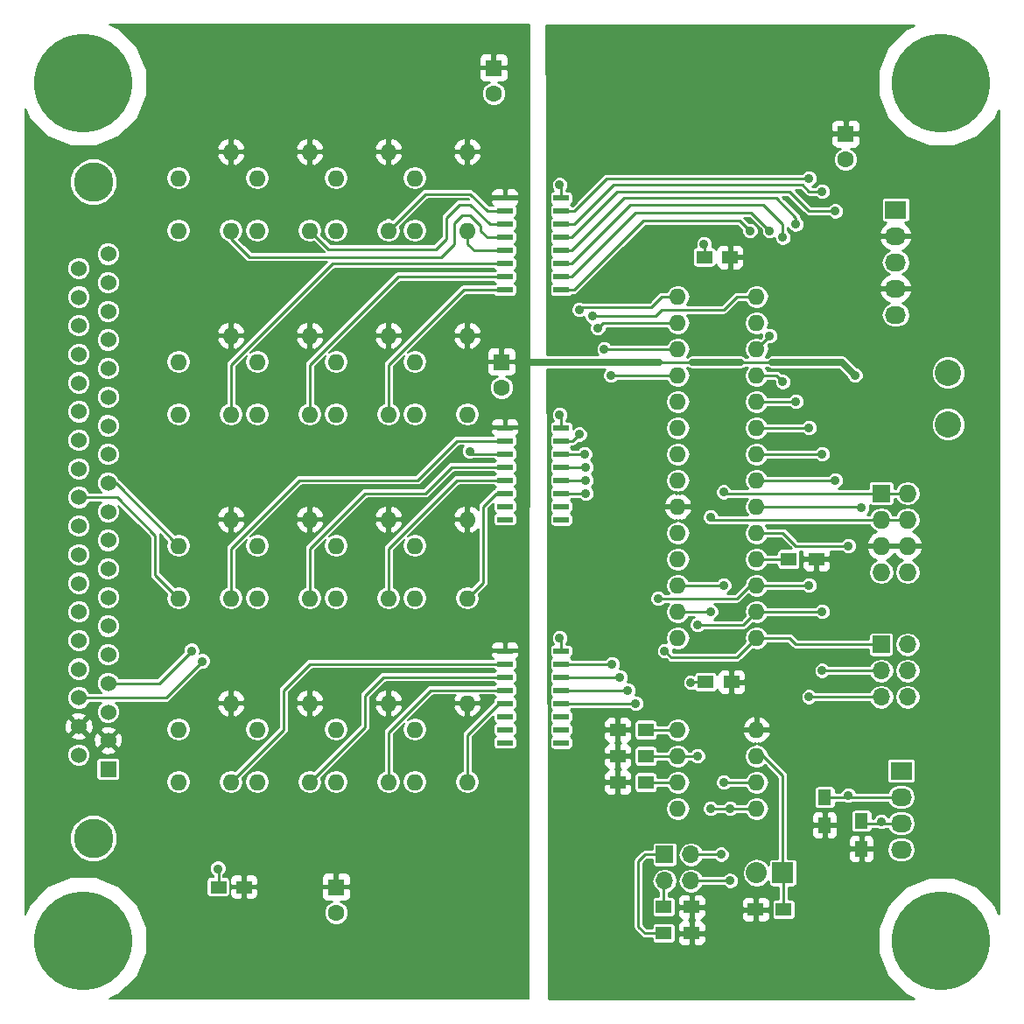
<source format=gbr>
G04 #@! TF.FileFunction,Copper,L1,Top,Signal*
%FSLAX46Y46*%
G04 Gerber Fmt 4.6, Leading zero omitted, Abs format (unit mm)*
G04 Created by KiCad (PCBNEW 4.0.5) date 06/30/17 14:30:05*
%MOMM*%
%LPD*%
G01*
G04 APERTURE LIST*
%ADD10C,0.150000*%
%ADD11C,9.525000*%
%ADD12R,2.032000X2.032000*%
%ADD13O,2.032000X2.032000*%
%ADD14R,1.524000X1.524000*%
%ADD15C,1.524000*%
%ADD16C,3.810000*%
%ADD17O,1.600000X1.600000*%
%ADD18R,1.727200X1.727200*%
%ADD19O,1.727200X1.727200*%
%ADD20R,2.032000X1.727200*%
%ADD21O,2.032000X1.727200*%
%ADD22R,1.700000X1.700000*%
%ADD23O,1.700000X1.700000*%
%ADD24R,1.500000X1.300000*%
%ADD25R,1.500000X1.250000*%
%ADD26R,1.300000X1.500000*%
%ADD27R,1.500000X0.600000*%
%ADD28C,2.540000*%
%ADD29R,1.600000X1.600000*%
%ADD30C,1.600000*%
%ADD31C,0.889000*%
%ADD32C,0.254000*%
%ADD33C,0.635000*%
%ADD34C,0.203200*%
G04 APERTURE END LIST*
D10*
D11*
X91000000Y-71000000D03*
X174000000Y-71000000D03*
X91000000Y-154000000D03*
X174000000Y-154000000D03*
D12*
X158660000Y-147423000D03*
D13*
X156120000Y-147423000D03*
D14*
X93422400Y-137417400D03*
D15*
X93422400Y-134648800D03*
X93422400Y-131880200D03*
X93422400Y-129111600D03*
X93422400Y-126343000D03*
X93422400Y-123574400D03*
X93422400Y-120805800D03*
X93422400Y-118037200D03*
X93422400Y-115268600D03*
D16*
X92000000Y-144123000D03*
X92000000Y-80623000D03*
D15*
X93422400Y-112500000D03*
X93422400Y-109731400D03*
X93422400Y-106962800D03*
X93422400Y-104194200D03*
X93422400Y-101425600D03*
X93422400Y-98657000D03*
X93422400Y-95888400D03*
X93422400Y-93119800D03*
X93422400Y-90351200D03*
X93422400Y-87582600D03*
X90577600Y-136045800D03*
X90577600Y-133277200D03*
X90577600Y-130508600D03*
X90577600Y-127740000D03*
X90577600Y-124971400D03*
X90577600Y-122202800D03*
X90577600Y-119434200D03*
X90577600Y-116665600D03*
X90577600Y-113897000D03*
X90577600Y-111128400D03*
X90577600Y-108359800D03*
X90577600Y-105591200D03*
X90577600Y-102822600D03*
X90577600Y-100054000D03*
X90577600Y-97285400D03*
X90577600Y-94516800D03*
X90577600Y-91748200D03*
X90577600Y-88979600D03*
D17*
X148500000Y-91670000D03*
X148500000Y-94210000D03*
X148500000Y-96750000D03*
X148500000Y-99290000D03*
X148500000Y-101830000D03*
X148500000Y-104370000D03*
X148500000Y-106910000D03*
X148500000Y-109450000D03*
X148500000Y-111990000D03*
X148500000Y-114530000D03*
X148500000Y-117070000D03*
X148500000Y-119610000D03*
X148500000Y-122150000D03*
X148500000Y-124690000D03*
X156120000Y-124690000D03*
X156120000Y-122150000D03*
X156120000Y-119610000D03*
X156120000Y-117070000D03*
X156120000Y-114530000D03*
X156120000Y-111990000D03*
X156120000Y-109450000D03*
X156120000Y-106910000D03*
X156120000Y-104370000D03*
X156120000Y-101830000D03*
X156120000Y-99290000D03*
X156120000Y-96750000D03*
X156120000Y-94210000D03*
X156120000Y-91670000D03*
X148500000Y-133580000D03*
X148500000Y-136120000D03*
X148500000Y-138660000D03*
X148500000Y-141200000D03*
X156120000Y-141200000D03*
X156120000Y-138660000D03*
X156120000Y-136120000D03*
X156120000Y-133580000D03*
D18*
X168185000Y-110720000D03*
D19*
X170725000Y-110720000D03*
X168185000Y-113260000D03*
X170725000Y-113260000D03*
X168185000Y-115800000D03*
X170725000Y-115800000D03*
X168185000Y-118340000D03*
X170725000Y-118340000D03*
D20*
X169582000Y-83288000D03*
D21*
X169582000Y-85828000D03*
X169582000Y-88368000D03*
X169582000Y-90908000D03*
X169582000Y-93448000D03*
D20*
X170118000Y-137550000D03*
D21*
X170118000Y-140090000D03*
X170118000Y-142630000D03*
X170118000Y-145170000D03*
D22*
X168185000Y-125325000D03*
D23*
X170725000Y-125325000D03*
X168185000Y-127865000D03*
X170725000Y-127865000D03*
X168185000Y-130405000D03*
X170725000Y-130405000D03*
D22*
X147230000Y-145645000D03*
D23*
X149770000Y-145645000D03*
X147230000Y-148185000D03*
X149770000Y-148185000D03*
D24*
X145405000Y-133580000D03*
X142705000Y-133580000D03*
D25*
X153710000Y-128960000D03*
X151210000Y-128960000D03*
X153560000Y-87860000D03*
X151060000Y-87860000D03*
D24*
X145405000Y-138660000D03*
X142705000Y-138660000D03*
X145405000Y-136120000D03*
X142705000Y-136120000D03*
X159215000Y-117070000D03*
X161915000Y-117070000D03*
X156040000Y-150979000D03*
X158740000Y-150979000D03*
D26*
X162724000Y-140104000D03*
X162724000Y-142804000D03*
X166280000Y-142390000D03*
X166280000Y-145090000D03*
D27*
X137230000Y-91035000D03*
X137230000Y-89765000D03*
X137230000Y-88495000D03*
X137230000Y-87225000D03*
X137230000Y-85955000D03*
X137230000Y-84685000D03*
X137230000Y-83415000D03*
X137230000Y-82145000D03*
X131830000Y-82145000D03*
X131830000Y-83415000D03*
X131830000Y-84685000D03*
X131830000Y-85955000D03*
X131830000Y-87225000D03*
X131830000Y-88495000D03*
X131830000Y-89765000D03*
X131830000Y-91035000D03*
X137230000Y-113260000D03*
X137230000Y-111990000D03*
X137230000Y-110720000D03*
X137230000Y-109450000D03*
X137230000Y-108180000D03*
X137230000Y-106910000D03*
X137230000Y-105640000D03*
X137230000Y-104370000D03*
X131830000Y-104370000D03*
X131830000Y-105640000D03*
X131830000Y-106910000D03*
X131830000Y-108180000D03*
X131830000Y-109450000D03*
X131830000Y-110720000D03*
X131830000Y-111990000D03*
X131830000Y-113260000D03*
X137230000Y-134850000D03*
X137230000Y-133580000D03*
X137230000Y-132310000D03*
X137230000Y-131040000D03*
X137230000Y-129770000D03*
X137230000Y-128500000D03*
X137230000Y-127230000D03*
X137230000Y-125960000D03*
X131830000Y-125960000D03*
X131830000Y-127230000D03*
X131830000Y-128500000D03*
X131830000Y-129770000D03*
X131830000Y-131040000D03*
X131830000Y-132310000D03*
X131830000Y-133580000D03*
X131830000Y-134850000D03*
D28*
X174662000Y-99036000D03*
X174662000Y-104036000D03*
D24*
X147150000Y-153265000D03*
X149850000Y-153265000D03*
X147150000Y-150725000D03*
X149850000Y-150725000D03*
D25*
X106570000Y-148820000D03*
X104070000Y-148820000D03*
D29*
X115480000Y-148820000D03*
D30*
X115480000Y-151320000D03*
D29*
X131482000Y-98020000D03*
D30*
X131482000Y-100520000D03*
D29*
X130720000Y-69572000D03*
D30*
X130720000Y-72072000D03*
D29*
X164756000Y-75922000D03*
D30*
X164756000Y-78422000D03*
D17*
X128180000Y-138660000D03*
X123100000Y-133580000D03*
X123100000Y-138660000D03*
X128180000Y-131040000D03*
X120560000Y-138660000D03*
X115480000Y-133580000D03*
X115480000Y-138660000D03*
X120560000Y-131040000D03*
X112940000Y-138660000D03*
X107860000Y-133580000D03*
X107860000Y-138660000D03*
X112940000Y-131040000D03*
X105320000Y-138660000D03*
X100240000Y-133580000D03*
X100240000Y-138660000D03*
X105320000Y-131040000D03*
X128180000Y-120880000D03*
X123100000Y-115800000D03*
X123100000Y-120880000D03*
X128180000Y-113260000D03*
X120560000Y-120880000D03*
X115480000Y-115800000D03*
X115480000Y-120880000D03*
X120560000Y-113260000D03*
X112940000Y-120880000D03*
X107860000Y-115800000D03*
X107860000Y-120880000D03*
X112940000Y-113260000D03*
X105320000Y-120880000D03*
X100240000Y-115800000D03*
X100240000Y-120880000D03*
X105320000Y-113260000D03*
X128180000Y-103100000D03*
X123100000Y-98020000D03*
X123100000Y-103100000D03*
X128180000Y-95480000D03*
X120560000Y-103100000D03*
X115480000Y-98020000D03*
X115480000Y-103100000D03*
X120560000Y-95480000D03*
X112940000Y-103100000D03*
X107860000Y-98020000D03*
X107860000Y-103100000D03*
X112940000Y-95480000D03*
X105320000Y-103100000D03*
X100240000Y-98020000D03*
X100240000Y-103100000D03*
X105320000Y-95480000D03*
X128180000Y-85320000D03*
X123100000Y-80240000D03*
X123100000Y-85320000D03*
X128180000Y-77700000D03*
X120560000Y-85320000D03*
X115480000Y-80240000D03*
X115480000Y-85320000D03*
X120560000Y-77700000D03*
X112940000Y-85320000D03*
X107860000Y-80240000D03*
X107860000Y-85320000D03*
X112940000Y-77700000D03*
X105320000Y-85320000D03*
X100240000Y-80240000D03*
X100240000Y-85320000D03*
X105320000Y-77700000D03*
D31*
X162470000Y-127865000D03*
X162470000Y-122150000D03*
X150405000Y-136120000D03*
X150405000Y-123420000D03*
X161200000Y-119610000D03*
X161200000Y-130405000D03*
X146595000Y-120880000D03*
X152945000Y-138660000D03*
X152945000Y-119610000D03*
X152691000Y-145645000D03*
X152945000Y-110593000D03*
X151675000Y-141200000D03*
X151675000Y-122150000D03*
X153580000Y-148185000D03*
X153580000Y-141200000D03*
X151675000Y-113006000D03*
X104050000Y-147042000D03*
X149770000Y-129008000D03*
X151040000Y-86590000D03*
X137070000Y-103100000D03*
X137070000Y-80875000D03*
X137070000Y-124690000D03*
X168185000Y-142470000D03*
X166280000Y-112117000D03*
X165010000Y-139930000D03*
X165010000Y-115800000D03*
X147230000Y-125960000D03*
X155485000Y-85320000D03*
X157390000Y-95480000D03*
X157390000Y-85320000D03*
X158660000Y-99925000D03*
X158660000Y-85955000D03*
X159930000Y-101830000D03*
X159930000Y-84685000D03*
X163740000Y-109450000D03*
X163740000Y-83415000D03*
X162470000Y-106910000D03*
X162470000Y-81510000D03*
X161200000Y-104370000D03*
X161200000Y-80240000D03*
X101510000Y-125960000D03*
X102526000Y-126976000D03*
X165645000Y-99290000D03*
X139610000Y-110720000D03*
X142023000Y-99290000D03*
X141388000Y-96750000D03*
X139610000Y-109450000D03*
X140753000Y-94718000D03*
X139610000Y-108180000D03*
X140245000Y-93575000D03*
X139483000Y-106910000D03*
X138975000Y-92940000D03*
X138975000Y-105005000D03*
X142912000Y-128500000D03*
X142150000Y-127230000D03*
X128434000Y-106656000D03*
X144436000Y-131040000D03*
X143674000Y-129770000D03*
D32*
X162470000Y-122150000D02*
X156120000Y-122150000D01*
X168185000Y-127865000D02*
X162470000Y-127865000D01*
X150405000Y-123420000D02*
X154850000Y-123420000D01*
X154850000Y-123420000D02*
X156120000Y-122150000D01*
X148500000Y-136120000D02*
X150405000Y-136120000D01*
X145405000Y-136120000D02*
X148500000Y-136120000D01*
X168185000Y-130405000D02*
X161200000Y-130405000D01*
X156120000Y-119610000D02*
X161200000Y-119610000D01*
X145405000Y-138660000D02*
X148500000Y-138660000D01*
X155485000Y-119610000D02*
X156120000Y-119610000D01*
X146595000Y-120880000D02*
X154215000Y-120880000D01*
X154215000Y-120880000D02*
X155485000Y-119610000D01*
X170725000Y-110720000D02*
X168185000Y-110720000D01*
X152945000Y-119610000D02*
X148500000Y-119610000D01*
X156120000Y-138660000D02*
X152945000Y-138660000D01*
X149770000Y-145645000D02*
X152691000Y-145645000D01*
X152818000Y-110720000D02*
X152945000Y-110593000D01*
X168185000Y-110720000D02*
X152818000Y-110720000D01*
X170725000Y-113260000D02*
X168185000Y-113260000D01*
X156120000Y-141200000D02*
X153580000Y-141200000D01*
X153580000Y-141200000D02*
X151675000Y-141200000D01*
X151675000Y-122150000D02*
X148500000Y-122150000D01*
X149770000Y-148185000D02*
X153580000Y-148185000D01*
X151929000Y-113260000D02*
X151675000Y-113006000D01*
X168185000Y-113260000D02*
X151929000Y-113260000D01*
X104070000Y-148820000D02*
X104070000Y-147062000D01*
X104070000Y-147062000D02*
X104050000Y-147042000D01*
X151210000Y-128960000D02*
X149818000Y-128960000D01*
X149818000Y-128960000D02*
X149770000Y-129008000D01*
X151060000Y-86610000D02*
X151040000Y-86590000D01*
X151060000Y-87860000D02*
X151060000Y-86610000D01*
X137230000Y-103260000D02*
X137070000Y-103100000D01*
X137230000Y-104370000D02*
X137230000Y-103260000D01*
X137230000Y-81035000D02*
X137070000Y-80875000D01*
X137230000Y-82145000D02*
X137230000Y-81035000D01*
X137230000Y-124850000D02*
X137070000Y-124690000D01*
X137230000Y-125960000D02*
X137230000Y-124850000D01*
X159215000Y-117070000D02*
X156120000Y-117070000D01*
X166520000Y-142630000D02*
X166280000Y-142390000D01*
X170118000Y-142630000D02*
X166520000Y-142630000D01*
X168345000Y-142630000D02*
X168185000Y-142470000D01*
X170118000Y-142630000D02*
X168345000Y-142630000D01*
X166153000Y-111990000D02*
X166280000Y-112117000D01*
X156120000Y-111990000D02*
X166153000Y-111990000D01*
X162738000Y-140090000D02*
X162724000Y-140104000D01*
X170118000Y-140090000D02*
X162738000Y-140090000D01*
X165010000Y-139930000D02*
X164836000Y-140104000D01*
X164836000Y-140104000D02*
X162724000Y-140104000D01*
X158660000Y-114530000D02*
X159930000Y-115800000D01*
X159930000Y-115800000D02*
X165010000Y-115800000D01*
X156120000Y-114530000D02*
X158660000Y-114530000D01*
X159295000Y-124690000D02*
X156120000Y-124690000D01*
X159930000Y-125325000D02*
X159295000Y-124690000D01*
X168185000Y-125325000D02*
X159930000Y-125325000D01*
X145405000Y-133580000D02*
X148500000Y-133580000D01*
X147230000Y-125960000D02*
X147865000Y-126595000D01*
X147865000Y-126595000D02*
X154215000Y-126595000D01*
X154215000Y-126595000D02*
X156120000Y-124690000D01*
X156755000Y-136120000D02*
X156120000Y-136120000D01*
X158660000Y-138025000D02*
X156755000Y-136120000D01*
X158660000Y-147423000D02*
X158660000Y-138025000D01*
X158740000Y-147503000D02*
X158660000Y-147423000D01*
X158740000Y-150979000D02*
X158740000Y-147503000D01*
X137230000Y-91035000D02*
X138467000Y-91035000D01*
X154469000Y-84304000D02*
X155485000Y-85320000D01*
X145198000Y-84304000D02*
X154469000Y-84304000D01*
X138467000Y-91035000D02*
X145198000Y-84304000D01*
X137230000Y-89765000D02*
X138213000Y-89765000D01*
X155612000Y-83542000D02*
X157390000Y-85320000D01*
X144436000Y-83542000D02*
X155612000Y-83542000D01*
X138213000Y-89765000D02*
X144436000Y-83542000D01*
X156120000Y-96750000D02*
X157390000Y-95480000D01*
X137230000Y-88495000D02*
X138213000Y-88495000D01*
X143928000Y-82780000D02*
X144690000Y-82780000D01*
X138213000Y-88495000D02*
X143928000Y-82780000D01*
X158025000Y-99290000D02*
X158660000Y-99925000D01*
X156120000Y-99290000D02*
X158025000Y-99290000D01*
X144690000Y-82780000D02*
X156755000Y-82780000D01*
X156755000Y-82780000D02*
X158660000Y-84685000D01*
X158660000Y-84685000D02*
X158660000Y-85955000D01*
X137230000Y-87225000D02*
X138213000Y-87225000D01*
X143293000Y-82145000D02*
X144055000Y-82145000D01*
X138213000Y-87225000D02*
X143293000Y-82145000D01*
X159930000Y-101830000D02*
X156120000Y-101830000D01*
X144055000Y-82145000D02*
X158025000Y-82145000D01*
X158025000Y-82145000D02*
X159930000Y-84050000D01*
X159930000Y-84050000D02*
X159930000Y-84685000D01*
X159295000Y-81510000D02*
X142658000Y-81510000D01*
X138213000Y-85955000D02*
X137230000Y-85955000D01*
X142658000Y-81510000D02*
X138213000Y-85955000D01*
X156120000Y-109450000D02*
X163740000Y-109450000D01*
X161200000Y-83415000D02*
X163740000Y-83415000D01*
X159295000Y-81510000D02*
X161200000Y-83415000D01*
X160565000Y-80875000D02*
X142277000Y-80875000D01*
X138467000Y-84685000D02*
X137230000Y-84685000D01*
X142277000Y-80875000D02*
X138467000Y-84685000D01*
X156120000Y-106910000D02*
X162470000Y-106910000D01*
X160565000Y-80875000D02*
X161200000Y-81510000D01*
X161200000Y-81510000D02*
X162470000Y-81510000D01*
X137230000Y-83415000D02*
X138467000Y-83415000D01*
X141642000Y-80240000D02*
X142150000Y-80240000D01*
X138467000Y-83415000D02*
X141642000Y-80240000D01*
X156120000Y-104370000D02*
X161200000Y-104370000D01*
X142150000Y-80240000D02*
X161200000Y-80240000D01*
X93422400Y-109731400D02*
X94171400Y-109731400D01*
X94171400Y-109731400D02*
X100240000Y-115800000D01*
X90577600Y-111128400D02*
X94298400Y-111128400D01*
X97954000Y-118594000D02*
X100240000Y-120880000D01*
X97954000Y-114784000D02*
X97954000Y-118594000D01*
X94298400Y-111128400D02*
X97954000Y-114784000D01*
X93422400Y-129111600D02*
X98358400Y-129111600D01*
X98358400Y-129111600D02*
X101510000Y-125960000D01*
X90577600Y-130508600D02*
X98993400Y-130508600D01*
X98993400Y-130508600D02*
X102526000Y-126976000D01*
D33*
X133514000Y-98020000D02*
X146722000Y-98020000D01*
X157644000Y-98020000D02*
X164375000Y-98020000D01*
X164375000Y-98020000D02*
X165645000Y-99290000D01*
X149897000Y-98020000D02*
X154596000Y-98020000D01*
D32*
X157644000Y-98020000D02*
X154596000Y-98020000D01*
X149897000Y-98020000D02*
X146722000Y-98020000D01*
X142023000Y-99290000D02*
X148500000Y-99290000D01*
X137230000Y-110720000D02*
X139610000Y-110720000D01*
X142785000Y-96750000D02*
X148500000Y-96750000D01*
X141388000Y-96750000D02*
X142785000Y-96750000D01*
X137230000Y-109450000D02*
X139610000Y-109450000D01*
X141515000Y-94210000D02*
X148500000Y-94210000D01*
X140753000Y-94718000D02*
X141261000Y-94210000D01*
X141261000Y-94210000D02*
X141515000Y-94210000D01*
X137230000Y-108180000D02*
X139610000Y-108180000D01*
X152818000Y-92940000D02*
X146976000Y-92940000D01*
X146341000Y-93575000D02*
X140245000Y-93575000D01*
X146976000Y-92940000D02*
X146341000Y-93575000D01*
X152945000Y-92940000D02*
X152818000Y-92940000D01*
X152945000Y-92940000D02*
X154215000Y-91670000D01*
X154215000Y-91670000D02*
X156120000Y-91670000D01*
X137230000Y-106910000D02*
X139483000Y-106910000D01*
X148500000Y-91670000D02*
X146976000Y-91670000D01*
X139229000Y-92686000D02*
X138975000Y-92940000D01*
X145960000Y-92686000D02*
X139229000Y-92686000D01*
X146976000Y-91670000D02*
X145960000Y-92686000D01*
X137230000Y-105640000D02*
X137705000Y-105640000D01*
X138340000Y-105640000D02*
X138975000Y-105005000D01*
X137230000Y-105640000D02*
X138340000Y-105640000D01*
X137230000Y-128500000D02*
X142912000Y-128500000D01*
X137230000Y-127230000D02*
X142150000Y-127230000D01*
X123862000Y-87860000D02*
X125640000Y-87860000D01*
X125640000Y-87860000D02*
X126910000Y-86590000D01*
X126910000Y-84558000D02*
X127672000Y-83796000D01*
X126910000Y-86590000D02*
X126910000Y-84558000D01*
X120052000Y-87860000D02*
X123862000Y-87860000D01*
X105320000Y-85320000D02*
X105320000Y-86082000D01*
X105320000Y-86082000D02*
X107098000Y-87860000D01*
X107098000Y-87860000D02*
X120052000Y-87860000D01*
X131830000Y-85955000D02*
X130085000Y-85955000D01*
X128434000Y-83796000D02*
X127672000Y-83796000D01*
X129450000Y-84812000D02*
X128434000Y-83796000D01*
X129450000Y-85320000D02*
X129450000Y-84812000D01*
X130085000Y-85955000D02*
X129450000Y-85320000D01*
X116750000Y-87098000D02*
X114718000Y-87098000D01*
X114718000Y-87098000D02*
X112940000Y-85320000D01*
X126148000Y-84050000D02*
X127418000Y-82780000D01*
X126148000Y-86082000D02*
X126148000Y-84050000D01*
X125132000Y-87098000D02*
X126148000Y-86082000D01*
X116750000Y-87098000D02*
X125132000Y-87098000D01*
X131830000Y-84685000D02*
X130339000Y-84685000D01*
X128434000Y-82780000D02*
X127418000Y-82780000D01*
X130339000Y-84685000D02*
X128434000Y-82780000D01*
X128434000Y-81764000D02*
X124116000Y-81764000D01*
X124116000Y-81764000D02*
X120560000Y-85320000D01*
X120560000Y-85320000D02*
X120560000Y-84558000D01*
X131830000Y-83415000D02*
X130085000Y-83415000D01*
X130085000Y-83415000D02*
X128434000Y-81764000D01*
X131830000Y-87225000D02*
X128815000Y-87225000D01*
X128180000Y-86590000D02*
X128180000Y-85320000D01*
X128815000Y-87225000D02*
X128180000Y-86590000D01*
X131830000Y-88495000D02*
X115099000Y-88495000D01*
X115099000Y-88495000D02*
X105320000Y-98274000D01*
X105320000Y-98274000D02*
X105320000Y-103100000D01*
X112940000Y-103100000D02*
X112940000Y-98274000D01*
X121449000Y-89765000D02*
X131830000Y-89765000D01*
X112940000Y-98274000D02*
X121449000Y-89765000D01*
X120560000Y-103100000D02*
X120560000Y-98274000D01*
X127799000Y-91035000D02*
X131830000Y-91035000D01*
X120560000Y-98274000D02*
X127799000Y-91035000D01*
X131830000Y-106910000D02*
X128688000Y-106910000D01*
X128688000Y-106910000D02*
X128434000Y-106656000D01*
X105320000Y-120880000D02*
X105320000Y-116054000D01*
X123354000Y-109450000D02*
X127164000Y-105640000D01*
X111924000Y-109450000D02*
X123354000Y-109450000D01*
X105320000Y-116054000D02*
X111924000Y-109450000D01*
X127164000Y-105640000D02*
X131830000Y-105640000D01*
X131830000Y-105640000D02*
X127164000Y-105640000D01*
X112940000Y-120880000D02*
X112940000Y-116054000D01*
X118274000Y-110720000D02*
X124116000Y-110720000D01*
X112940000Y-116054000D02*
X118274000Y-110720000D01*
X124116000Y-110720000D02*
X126656000Y-108180000D01*
X126656000Y-108180000D02*
X131830000Y-108180000D01*
X126656000Y-108180000D02*
X131830000Y-108180000D01*
X124116000Y-110720000D02*
X126656000Y-108180000D01*
X120560000Y-120880000D02*
X120560000Y-116054000D01*
X127164000Y-109450000D02*
X131830000Y-109450000D01*
X120560000Y-116054000D02*
X127164000Y-109450000D01*
X131830000Y-110720000D02*
X130974000Y-110720000D01*
X129704000Y-119356000D02*
X128180000Y-120880000D01*
X129704000Y-111990000D02*
X129704000Y-119356000D01*
X130974000Y-110720000D02*
X129704000Y-111990000D01*
X131830000Y-127230000D02*
X112940000Y-127230000D01*
X110400000Y-133580000D02*
X105320000Y-138660000D01*
X110400000Y-129770000D02*
X110400000Y-133580000D01*
X112940000Y-127230000D02*
X110400000Y-129770000D01*
X108114000Y-135866000D02*
X105320000Y-138660000D01*
X105320000Y-138660000D02*
X108114000Y-135866000D01*
X131830000Y-128500000D02*
X120052000Y-128500000D01*
X118274000Y-133326000D02*
X112940000Y-138660000D01*
X118274000Y-130278000D02*
X118274000Y-133326000D01*
X120052000Y-128500000D02*
X118274000Y-130278000D01*
X131830000Y-129770000D02*
X124624000Y-129770000D01*
X120560000Y-133834000D02*
X120560000Y-138660000D01*
X124624000Y-129770000D02*
X120560000Y-133834000D01*
X120560000Y-138660000D02*
X120560000Y-139168000D01*
X131830000Y-131040000D02*
X131228000Y-131040000D01*
X131228000Y-131040000D02*
X128180000Y-134088000D01*
X128180000Y-134088000D02*
X128180000Y-138660000D01*
X145325000Y-145645000D02*
X144690000Y-146280000D01*
X144690000Y-146280000D02*
X144690000Y-152630000D01*
X144690000Y-152630000D02*
X145325000Y-153265000D01*
X145325000Y-153265000D02*
X147150000Y-153265000D01*
X147230000Y-145645000D02*
X145325000Y-145645000D01*
X147150000Y-148265000D02*
X147230000Y-148185000D01*
X147150000Y-150725000D02*
X147150000Y-148265000D01*
X144436000Y-131040000D02*
X137230000Y-131040000D01*
X137230000Y-129770000D02*
X143674000Y-129770000D01*
G36*
X170515482Y-65775185D02*
X168781275Y-67506368D01*
X167841571Y-69769425D01*
X167839433Y-72219825D01*
X168775185Y-74484518D01*
X170506368Y-76218725D01*
X172769425Y-77158429D01*
X175219825Y-77160567D01*
X177484518Y-76224815D01*
X179218725Y-74493632D01*
X179569000Y-73650077D01*
X179569000Y-151348473D01*
X179224815Y-150515482D01*
X177493632Y-148781275D01*
X175230575Y-147841571D01*
X172780175Y-147839433D01*
X170515482Y-148775185D01*
X168781275Y-150506368D01*
X167841571Y-152769425D01*
X167839433Y-155219825D01*
X168775185Y-157484518D01*
X170506368Y-159218725D01*
X171349923Y-159569000D01*
X136052859Y-159569000D01*
X136017328Y-146280000D01*
X144182000Y-146280000D01*
X144182000Y-152630000D01*
X144220669Y-152824403D01*
X144330790Y-152989210D01*
X144965790Y-153624211D01*
X145130597Y-153734331D01*
X145325000Y-153773000D01*
X146011536Y-153773000D01*
X146011536Y-153915000D01*
X146038103Y-154056190D01*
X146121546Y-154185865D01*
X146248866Y-154272859D01*
X146400000Y-154303464D01*
X147900000Y-154303464D01*
X148041190Y-154276897D01*
X148170865Y-154193454D01*
X148257859Y-154066134D01*
X148288464Y-153915000D01*
X148288464Y-153550750D01*
X148465000Y-153550750D01*
X148465000Y-154041310D01*
X148561673Y-154274699D01*
X148740302Y-154453327D01*
X148973691Y-154550000D01*
X149564250Y-154550000D01*
X149723000Y-154391250D01*
X149723000Y-153392000D01*
X149977000Y-153392000D01*
X149977000Y-154391250D01*
X150135750Y-154550000D01*
X150726309Y-154550000D01*
X150959698Y-154453327D01*
X151138327Y-154274699D01*
X151235000Y-154041310D01*
X151235000Y-153550750D01*
X151076250Y-153392000D01*
X149977000Y-153392000D01*
X149723000Y-153392000D01*
X148623750Y-153392000D01*
X148465000Y-153550750D01*
X148288464Y-153550750D01*
X148288464Y-152615000D01*
X148261897Y-152473810D01*
X148178454Y-152344135D01*
X148051134Y-152257141D01*
X147900000Y-152226536D01*
X146400000Y-152226536D01*
X146258810Y-152253103D01*
X146129135Y-152336546D01*
X146042141Y-152463866D01*
X146011536Y-152615000D01*
X146011536Y-152757000D01*
X145535421Y-152757000D01*
X145198000Y-152419580D01*
X145198000Y-148185000D01*
X145974883Y-148185000D01*
X146068587Y-148656083D01*
X146335435Y-149055448D01*
X146642000Y-149260289D01*
X146642000Y-149686536D01*
X146400000Y-149686536D01*
X146258810Y-149713103D01*
X146129135Y-149796546D01*
X146042141Y-149923866D01*
X146011536Y-150075000D01*
X146011536Y-151375000D01*
X146038103Y-151516190D01*
X146121546Y-151645865D01*
X146248866Y-151732859D01*
X146400000Y-151763464D01*
X147900000Y-151763464D01*
X148041190Y-151736897D01*
X148170865Y-151653454D01*
X148257859Y-151526134D01*
X148288464Y-151375000D01*
X148288464Y-151010750D01*
X148465000Y-151010750D01*
X148465000Y-151501310D01*
X148561673Y-151734699D01*
X148740302Y-151913327D01*
X148937478Y-151995000D01*
X148740302Y-152076673D01*
X148561673Y-152255301D01*
X148465000Y-152488690D01*
X148465000Y-152979250D01*
X148623750Y-153138000D01*
X149723000Y-153138000D01*
X149723000Y-152138750D01*
X149579250Y-151995000D01*
X149723000Y-151851250D01*
X149723000Y-150852000D01*
X149977000Y-150852000D01*
X149977000Y-151851250D01*
X150120750Y-151995000D01*
X149977000Y-152138750D01*
X149977000Y-153138000D01*
X151076250Y-153138000D01*
X151235000Y-152979250D01*
X151235000Y-152488690D01*
X151138327Y-152255301D01*
X150959698Y-152076673D01*
X150762522Y-151995000D01*
X150959698Y-151913327D01*
X151138327Y-151734699D01*
X151235000Y-151501310D01*
X151235000Y-151264750D01*
X154655000Y-151264750D01*
X154655000Y-151755310D01*
X154751673Y-151988699D01*
X154930302Y-152167327D01*
X155163691Y-152264000D01*
X155754250Y-152264000D01*
X155913000Y-152105250D01*
X155913000Y-151106000D01*
X156167000Y-151106000D01*
X156167000Y-152105250D01*
X156325750Y-152264000D01*
X156916309Y-152264000D01*
X157149698Y-152167327D01*
X157328327Y-151988699D01*
X157425000Y-151755310D01*
X157425000Y-151264750D01*
X157266250Y-151106000D01*
X156167000Y-151106000D01*
X155913000Y-151106000D01*
X154813750Y-151106000D01*
X154655000Y-151264750D01*
X151235000Y-151264750D01*
X151235000Y-151010750D01*
X151076250Y-150852000D01*
X149977000Y-150852000D01*
X149723000Y-150852000D01*
X148623750Y-150852000D01*
X148465000Y-151010750D01*
X148288464Y-151010750D01*
X148288464Y-150075000D01*
X148264697Y-149948690D01*
X148465000Y-149948690D01*
X148465000Y-150439250D01*
X148623750Y-150598000D01*
X149723000Y-150598000D01*
X149723000Y-149598750D01*
X149977000Y-149598750D01*
X149977000Y-150598000D01*
X151076250Y-150598000D01*
X151235000Y-150439250D01*
X151235000Y-150202690D01*
X154655000Y-150202690D01*
X154655000Y-150693250D01*
X154813750Y-150852000D01*
X155913000Y-150852000D01*
X155913000Y-149852750D01*
X156167000Y-149852750D01*
X156167000Y-150852000D01*
X157266250Y-150852000D01*
X157425000Y-150693250D01*
X157425000Y-150202690D01*
X157328327Y-149969301D01*
X157149698Y-149790673D01*
X156916309Y-149694000D01*
X156325750Y-149694000D01*
X156167000Y-149852750D01*
X155913000Y-149852750D01*
X155754250Y-149694000D01*
X155163691Y-149694000D01*
X154930302Y-149790673D01*
X154751673Y-149969301D01*
X154655000Y-150202690D01*
X151235000Y-150202690D01*
X151235000Y-149948690D01*
X151138327Y-149715301D01*
X150959698Y-149536673D01*
X150726309Y-149440000D01*
X150135750Y-149440000D01*
X149977000Y-149598750D01*
X149723000Y-149598750D01*
X149564250Y-149440000D01*
X148973691Y-149440000D01*
X148740302Y-149536673D01*
X148561673Y-149715301D01*
X148465000Y-149948690D01*
X148264697Y-149948690D01*
X148261897Y-149933810D01*
X148178454Y-149804135D01*
X148051134Y-149717141D01*
X147900000Y-149686536D01*
X147658000Y-149686536D01*
X147658000Y-149335663D01*
X147725200Y-149322296D01*
X148124565Y-149055448D01*
X148391413Y-148656083D01*
X148485117Y-148185000D01*
X148514883Y-148185000D01*
X148608587Y-148656083D01*
X148875435Y-149055448D01*
X149274800Y-149322296D01*
X149745883Y-149416000D01*
X149794117Y-149416000D01*
X150265200Y-149322296D01*
X150664565Y-149055448D01*
X150906746Y-148693000D01*
X152920698Y-148693000D01*
X153111781Y-148884417D01*
X153415077Y-149010357D01*
X153743482Y-149010643D01*
X154046998Y-148885233D01*
X154279417Y-148653219D01*
X154405357Y-148349923D01*
X154405643Y-148021518D01*
X154280233Y-147718002D01*
X154048219Y-147485583D01*
X153831592Y-147395631D01*
X154723000Y-147395631D01*
X154723000Y-147450369D01*
X154829340Y-147984978D01*
X155132172Y-148438197D01*
X155585391Y-148741029D01*
X156120000Y-148847369D01*
X156654609Y-148741029D01*
X157107828Y-148438197D01*
X157255536Y-148217137D01*
X157255536Y-148439000D01*
X157282103Y-148580190D01*
X157365546Y-148709865D01*
X157492866Y-148796859D01*
X157644000Y-148827464D01*
X158232000Y-148827464D01*
X158232000Y-149940536D01*
X157990000Y-149940536D01*
X157848810Y-149967103D01*
X157719135Y-150050546D01*
X157632141Y-150177866D01*
X157601536Y-150329000D01*
X157601536Y-151629000D01*
X157628103Y-151770190D01*
X157711546Y-151899865D01*
X157838866Y-151986859D01*
X157990000Y-152017464D01*
X159490000Y-152017464D01*
X159631190Y-151990897D01*
X159760865Y-151907454D01*
X159847859Y-151780134D01*
X159878464Y-151629000D01*
X159878464Y-150329000D01*
X159851897Y-150187810D01*
X159768454Y-150058135D01*
X159641134Y-149971141D01*
X159490000Y-149940536D01*
X159248000Y-149940536D01*
X159248000Y-148827464D01*
X159676000Y-148827464D01*
X159817190Y-148800897D01*
X159946865Y-148717454D01*
X160033859Y-148590134D01*
X160064464Y-148439000D01*
X160064464Y-146407000D01*
X160037897Y-146265810D01*
X159954454Y-146136135D01*
X159827134Y-146049141D01*
X159676000Y-146018536D01*
X159168000Y-146018536D01*
X159168000Y-145375750D01*
X164995000Y-145375750D01*
X164995000Y-145966309D01*
X165091673Y-146199698D01*
X165270301Y-146378327D01*
X165503690Y-146475000D01*
X165994250Y-146475000D01*
X166153000Y-146316250D01*
X166153000Y-145217000D01*
X166407000Y-145217000D01*
X166407000Y-146316250D01*
X166565750Y-146475000D01*
X167056310Y-146475000D01*
X167289699Y-146378327D01*
X167468327Y-146199698D01*
X167565000Y-145966309D01*
X167565000Y-145375750D01*
X167406250Y-145217000D01*
X166407000Y-145217000D01*
X166153000Y-145217000D01*
X165153750Y-145217000D01*
X164995000Y-145375750D01*
X159168000Y-145375750D01*
X159168000Y-145170000D01*
X168693631Y-145170000D01*
X168788371Y-145646288D01*
X169058166Y-146050065D01*
X169461943Y-146319860D01*
X169938231Y-146414600D01*
X170297769Y-146414600D01*
X170774057Y-146319860D01*
X171177834Y-146050065D01*
X171447629Y-145646288D01*
X171542369Y-145170000D01*
X171447629Y-144693712D01*
X171177834Y-144289935D01*
X170774057Y-144020140D01*
X170297769Y-143925400D01*
X169938231Y-143925400D01*
X169461943Y-144020140D01*
X169058166Y-144289935D01*
X168788371Y-144693712D01*
X168693631Y-145170000D01*
X159168000Y-145170000D01*
X159168000Y-144213691D01*
X164995000Y-144213691D01*
X164995000Y-144804250D01*
X165153750Y-144963000D01*
X166153000Y-144963000D01*
X166153000Y-143863750D01*
X166407000Y-143863750D01*
X166407000Y-144963000D01*
X167406250Y-144963000D01*
X167565000Y-144804250D01*
X167565000Y-144213691D01*
X167468327Y-143980302D01*
X167289699Y-143801673D01*
X167056310Y-143705000D01*
X166565750Y-143705000D01*
X166407000Y-143863750D01*
X166153000Y-143863750D01*
X165994250Y-143705000D01*
X165503690Y-143705000D01*
X165270301Y-143801673D01*
X165091673Y-143980302D01*
X164995000Y-144213691D01*
X159168000Y-144213691D01*
X159168000Y-143089750D01*
X161439000Y-143089750D01*
X161439000Y-143680309D01*
X161535673Y-143913698D01*
X161714301Y-144092327D01*
X161947690Y-144189000D01*
X162438250Y-144189000D01*
X162597000Y-144030250D01*
X162597000Y-142931000D01*
X162851000Y-142931000D01*
X162851000Y-144030250D01*
X163009750Y-144189000D01*
X163500310Y-144189000D01*
X163733699Y-144092327D01*
X163912327Y-143913698D01*
X164009000Y-143680309D01*
X164009000Y-143089750D01*
X163850250Y-142931000D01*
X162851000Y-142931000D01*
X162597000Y-142931000D01*
X161597750Y-142931000D01*
X161439000Y-143089750D01*
X159168000Y-143089750D01*
X159168000Y-141927691D01*
X161439000Y-141927691D01*
X161439000Y-142518250D01*
X161597750Y-142677000D01*
X162597000Y-142677000D01*
X162597000Y-141577750D01*
X162851000Y-141577750D01*
X162851000Y-142677000D01*
X163850250Y-142677000D01*
X164009000Y-142518250D01*
X164009000Y-141927691D01*
X163912327Y-141694302D01*
X163858026Y-141640000D01*
X165241536Y-141640000D01*
X165241536Y-143140000D01*
X165268103Y-143281190D01*
X165351546Y-143410865D01*
X165478866Y-143497859D01*
X165630000Y-143528464D01*
X166930000Y-143528464D01*
X167071190Y-143501897D01*
X167200865Y-143418454D01*
X167287859Y-143291134D01*
X167318464Y-143140000D01*
X167318464Y-143138000D01*
X167685419Y-143138000D01*
X167716781Y-143169417D01*
X168020077Y-143295357D01*
X168348482Y-143295643D01*
X168651998Y-143170233D01*
X168684287Y-143138000D01*
X168809560Y-143138000D01*
X169058166Y-143510065D01*
X169461943Y-143779860D01*
X169938231Y-143874600D01*
X170297769Y-143874600D01*
X170774057Y-143779860D01*
X171177834Y-143510065D01*
X171447629Y-143106288D01*
X171542369Y-142630000D01*
X171447629Y-142153712D01*
X171177834Y-141749935D01*
X170774057Y-141480140D01*
X170297769Y-141385400D01*
X169938231Y-141385400D01*
X169461943Y-141480140D01*
X169058166Y-141749935D01*
X168886700Y-142006552D01*
X168885233Y-142003002D01*
X168653219Y-141770583D01*
X168349923Y-141644643D01*
X168021518Y-141644357D01*
X167718002Y-141769767D01*
X167485583Y-142001781D01*
X167435664Y-142122000D01*
X167318464Y-142122000D01*
X167318464Y-141640000D01*
X167291897Y-141498810D01*
X167208454Y-141369135D01*
X167081134Y-141282141D01*
X166930000Y-141251536D01*
X165630000Y-141251536D01*
X165488810Y-141278103D01*
X165359135Y-141361546D01*
X165272141Y-141488866D01*
X165241536Y-141640000D01*
X163858026Y-141640000D01*
X163733699Y-141515673D01*
X163500310Y-141419000D01*
X163009750Y-141419000D01*
X162851000Y-141577750D01*
X162597000Y-141577750D01*
X162438250Y-141419000D01*
X161947690Y-141419000D01*
X161714301Y-141515673D01*
X161535673Y-141694302D01*
X161439000Y-141927691D01*
X159168000Y-141927691D01*
X159168000Y-139354000D01*
X161685536Y-139354000D01*
X161685536Y-140854000D01*
X161712103Y-140995190D01*
X161795546Y-141124865D01*
X161922866Y-141211859D01*
X162074000Y-141242464D01*
X163374000Y-141242464D01*
X163515190Y-141215897D01*
X163644865Y-141132454D01*
X163731859Y-141005134D01*
X163762464Y-140854000D01*
X163762464Y-140612000D01*
X164524394Y-140612000D01*
X164541781Y-140629417D01*
X164845077Y-140755357D01*
X165173482Y-140755643D01*
X165476998Y-140630233D01*
X165509287Y-140598000D01*
X168809560Y-140598000D01*
X169058166Y-140970065D01*
X169461943Y-141239860D01*
X169938231Y-141334600D01*
X170297769Y-141334600D01*
X170774057Y-141239860D01*
X171177834Y-140970065D01*
X171447629Y-140566288D01*
X171542369Y-140090000D01*
X171447629Y-139613712D01*
X171177834Y-139209935D01*
X170774057Y-138940140D01*
X170297769Y-138845400D01*
X169938231Y-138845400D01*
X169461943Y-138940140D01*
X169058166Y-139209935D01*
X168809560Y-139582000D01*
X165759402Y-139582000D01*
X165710233Y-139463002D01*
X165478219Y-139230583D01*
X165174923Y-139104643D01*
X164846518Y-139104357D01*
X164543002Y-139229767D01*
X164310583Y-139461781D01*
X164260664Y-139582000D01*
X163762464Y-139582000D01*
X163762464Y-139354000D01*
X163735897Y-139212810D01*
X163652454Y-139083135D01*
X163525134Y-138996141D01*
X163374000Y-138965536D01*
X162074000Y-138965536D01*
X161932810Y-138992103D01*
X161803135Y-139075546D01*
X161716141Y-139202866D01*
X161685536Y-139354000D01*
X159168000Y-139354000D01*
X159168000Y-138025000D01*
X159129331Y-137830597D01*
X159019210Y-137665790D01*
X158039820Y-136686400D01*
X168713536Y-136686400D01*
X168713536Y-138413600D01*
X168740103Y-138554790D01*
X168823546Y-138684465D01*
X168950866Y-138771459D01*
X169102000Y-138802064D01*
X171134000Y-138802064D01*
X171275190Y-138775497D01*
X171404865Y-138692054D01*
X171491859Y-138564734D01*
X171522464Y-138413600D01*
X171522464Y-136686400D01*
X171495897Y-136545210D01*
X171412454Y-136415535D01*
X171285134Y-136328541D01*
X171134000Y-136297936D01*
X169102000Y-136297936D01*
X168960810Y-136324503D01*
X168831135Y-136407946D01*
X168744141Y-136535266D01*
X168713536Y-136686400D01*
X158039820Y-136686400D01*
X157287070Y-135933650D01*
X157234239Y-135668051D01*
X156978230Y-135284907D01*
X156595086Y-135028898D01*
X156247002Y-134959660D01*
X156247002Y-134850630D01*
X156469041Y-134971914D01*
X156975134Y-134732389D01*
X157351041Y-134317423D01*
X157511904Y-133929039D01*
X157389915Y-133707000D01*
X156247000Y-133707000D01*
X156247000Y-133727000D01*
X155993000Y-133727000D01*
X155993000Y-133707000D01*
X154850085Y-133707000D01*
X154728096Y-133929039D01*
X154888959Y-134317423D01*
X155264866Y-134732389D01*
X155770959Y-134971914D01*
X155992998Y-134850630D01*
X155992998Y-134959660D01*
X155644914Y-135028898D01*
X155261770Y-135284907D01*
X155005761Y-135668051D01*
X154915863Y-136120000D01*
X155005761Y-136571949D01*
X155261770Y-136955093D01*
X155644914Y-137211102D01*
X156096863Y-137301000D01*
X156143137Y-137301000D01*
X156595086Y-137211102D01*
X156914354Y-136997774D01*
X158152000Y-138235420D01*
X158152000Y-146018536D01*
X157644000Y-146018536D01*
X157502810Y-146045103D01*
X157373135Y-146128546D01*
X157286141Y-146255866D01*
X157255536Y-146407000D01*
X157255536Y-146628863D01*
X157107828Y-146407803D01*
X156654609Y-146104971D01*
X156120000Y-145998631D01*
X155585391Y-146104971D01*
X155132172Y-146407803D01*
X154829340Y-146861022D01*
X154723000Y-147395631D01*
X153831592Y-147395631D01*
X153744923Y-147359643D01*
X153416518Y-147359357D01*
X153113002Y-147484767D01*
X152920433Y-147677000D01*
X150906746Y-147677000D01*
X150664565Y-147314552D01*
X150265200Y-147047704D01*
X149794117Y-146954000D01*
X149745883Y-146954000D01*
X149274800Y-147047704D01*
X148875435Y-147314552D01*
X148608587Y-147713917D01*
X148514883Y-148185000D01*
X148485117Y-148185000D01*
X148391413Y-147713917D01*
X148124565Y-147314552D01*
X147725200Y-147047704D01*
X147254117Y-146954000D01*
X147205883Y-146954000D01*
X146734800Y-147047704D01*
X146335435Y-147314552D01*
X146068587Y-147713917D01*
X145974883Y-148185000D01*
X145198000Y-148185000D01*
X145198000Y-146490420D01*
X145535421Y-146153000D01*
X145991536Y-146153000D01*
X145991536Y-146495000D01*
X146018103Y-146636190D01*
X146101546Y-146765865D01*
X146228866Y-146852859D01*
X146380000Y-146883464D01*
X148080000Y-146883464D01*
X148221190Y-146856897D01*
X148350865Y-146773454D01*
X148437859Y-146646134D01*
X148468464Y-146495000D01*
X148468464Y-145645000D01*
X148514883Y-145645000D01*
X148608587Y-146116083D01*
X148875435Y-146515448D01*
X149274800Y-146782296D01*
X149745883Y-146876000D01*
X149794117Y-146876000D01*
X150265200Y-146782296D01*
X150664565Y-146515448D01*
X150906746Y-146153000D01*
X152031698Y-146153000D01*
X152222781Y-146344417D01*
X152526077Y-146470357D01*
X152854482Y-146470643D01*
X153157998Y-146345233D01*
X153390417Y-146113219D01*
X153516357Y-145809923D01*
X153516643Y-145481518D01*
X153391233Y-145178002D01*
X153159219Y-144945583D01*
X152855923Y-144819643D01*
X152527518Y-144819357D01*
X152224002Y-144944767D01*
X152031433Y-145137000D01*
X150906746Y-145137000D01*
X150664565Y-144774552D01*
X150265200Y-144507704D01*
X149794117Y-144414000D01*
X149745883Y-144414000D01*
X149274800Y-144507704D01*
X148875435Y-144774552D01*
X148608587Y-145173917D01*
X148514883Y-145645000D01*
X148468464Y-145645000D01*
X148468464Y-144795000D01*
X148441897Y-144653810D01*
X148358454Y-144524135D01*
X148231134Y-144437141D01*
X148080000Y-144406536D01*
X146380000Y-144406536D01*
X146238810Y-144433103D01*
X146109135Y-144516546D01*
X146022141Y-144643866D01*
X145991536Y-144795000D01*
X145991536Y-145137000D01*
X145325000Y-145137000D01*
X145130597Y-145175669D01*
X144965790Y-145285789D01*
X144330790Y-145920790D01*
X144220669Y-146085597D01*
X144182000Y-146280000D01*
X136017328Y-146280000D01*
X136003746Y-141200000D01*
X147295863Y-141200000D01*
X147385761Y-141651949D01*
X147641770Y-142035093D01*
X148024914Y-142291102D01*
X148476863Y-142381000D01*
X148523137Y-142381000D01*
X148975086Y-142291102D01*
X149358230Y-142035093D01*
X149614239Y-141651949D01*
X149671618Y-141363482D01*
X150849357Y-141363482D01*
X150974767Y-141666998D01*
X151206781Y-141899417D01*
X151510077Y-142025357D01*
X151838482Y-142025643D01*
X152141998Y-141900233D01*
X152334567Y-141708000D01*
X152920698Y-141708000D01*
X153111781Y-141899417D01*
X153415077Y-142025357D01*
X153743482Y-142025643D01*
X154046998Y-141900233D01*
X154239567Y-141708000D01*
X155043213Y-141708000D01*
X155261770Y-142035093D01*
X155644914Y-142291102D01*
X156096863Y-142381000D01*
X156143137Y-142381000D01*
X156595086Y-142291102D01*
X156978230Y-142035093D01*
X157234239Y-141651949D01*
X157324137Y-141200000D01*
X157234239Y-140748051D01*
X156978230Y-140364907D01*
X156595086Y-140108898D01*
X156143137Y-140019000D01*
X156096863Y-140019000D01*
X155644914Y-140108898D01*
X155261770Y-140364907D01*
X155043213Y-140692000D01*
X154239302Y-140692000D01*
X154048219Y-140500583D01*
X153744923Y-140374643D01*
X153416518Y-140374357D01*
X153113002Y-140499767D01*
X152920433Y-140692000D01*
X152334302Y-140692000D01*
X152143219Y-140500583D01*
X151839923Y-140374643D01*
X151511518Y-140374357D01*
X151208002Y-140499767D01*
X150975583Y-140731781D01*
X150849643Y-141035077D01*
X150849357Y-141363482D01*
X149671618Y-141363482D01*
X149704137Y-141200000D01*
X149614239Y-140748051D01*
X149358230Y-140364907D01*
X148975086Y-140108898D01*
X148523137Y-140019000D01*
X148476863Y-140019000D01*
X148024914Y-140108898D01*
X147641770Y-140364907D01*
X147385761Y-140748051D01*
X147295863Y-141200000D01*
X136003746Y-141200000D01*
X135997718Y-138945750D01*
X141320000Y-138945750D01*
X141320000Y-139436310D01*
X141416673Y-139669699D01*
X141595302Y-139848327D01*
X141828691Y-139945000D01*
X142419250Y-139945000D01*
X142578000Y-139786250D01*
X142578000Y-138787000D01*
X142832000Y-138787000D01*
X142832000Y-139786250D01*
X142990750Y-139945000D01*
X143581309Y-139945000D01*
X143814698Y-139848327D01*
X143993327Y-139669699D01*
X144090000Y-139436310D01*
X144090000Y-138945750D01*
X143931250Y-138787000D01*
X142832000Y-138787000D01*
X142578000Y-138787000D01*
X141478750Y-138787000D01*
X141320000Y-138945750D01*
X135997718Y-138945750D01*
X135990927Y-136405750D01*
X141320000Y-136405750D01*
X141320000Y-136896310D01*
X141416673Y-137129699D01*
X141595302Y-137308327D01*
X141792478Y-137390000D01*
X141595302Y-137471673D01*
X141416673Y-137650301D01*
X141320000Y-137883690D01*
X141320000Y-138374250D01*
X141478750Y-138533000D01*
X142578000Y-138533000D01*
X142578000Y-137533750D01*
X142434250Y-137390000D01*
X142578000Y-137246250D01*
X142578000Y-136247000D01*
X142832000Y-136247000D01*
X142832000Y-137246250D01*
X142975750Y-137390000D01*
X142832000Y-137533750D01*
X142832000Y-138533000D01*
X143931250Y-138533000D01*
X144090000Y-138374250D01*
X144090000Y-138010000D01*
X144266536Y-138010000D01*
X144266536Y-139310000D01*
X144293103Y-139451190D01*
X144376546Y-139580865D01*
X144503866Y-139667859D01*
X144655000Y-139698464D01*
X146155000Y-139698464D01*
X146296190Y-139671897D01*
X146425865Y-139588454D01*
X146512859Y-139461134D01*
X146543464Y-139310000D01*
X146543464Y-139168000D01*
X147423213Y-139168000D01*
X147641770Y-139495093D01*
X148024914Y-139751102D01*
X148476863Y-139841000D01*
X148523137Y-139841000D01*
X148975086Y-139751102D01*
X149358230Y-139495093D01*
X149614239Y-139111949D01*
X149671618Y-138823482D01*
X152119357Y-138823482D01*
X152244767Y-139126998D01*
X152476781Y-139359417D01*
X152780077Y-139485357D01*
X153108482Y-139485643D01*
X153411998Y-139360233D01*
X153604567Y-139168000D01*
X155043213Y-139168000D01*
X155261770Y-139495093D01*
X155644914Y-139751102D01*
X156096863Y-139841000D01*
X156143137Y-139841000D01*
X156595086Y-139751102D01*
X156978230Y-139495093D01*
X157234239Y-139111949D01*
X157324137Y-138660000D01*
X157234239Y-138208051D01*
X156978230Y-137824907D01*
X156595086Y-137568898D01*
X156143137Y-137479000D01*
X156096863Y-137479000D01*
X155644914Y-137568898D01*
X155261770Y-137824907D01*
X155043213Y-138152000D01*
X153604302Y-138152000D01*
X153413219Y-137960583D01*
X153109923Y-137834643D01*
X152781518Y-137834357D01*
X152478002Y-137959767D01*
X152245583Y-138191781D01*
X152119643Y-138495077D01*
X152119357Y-138823482D01*
X149671618Y-138823482D01*
X149704137Y-138660000D01*
X149614239Y-138208051D01*
X149358230Y-137824907D01*
X148975086Y-137568898D01*
X148523137Y-137479000D01*
X148476863Y-137479000D01*
X148024914Y-137568898D01*
X147641770Y-137824907D01*
X147423213Y-138152000D01*
X146543464Y-138152000D01*
X146543464Y-138010000D01*
X146516897Y-137868810D01*
X146433454Y-137739135D01*
X146306134Y-137652141D01*
X146155000Y-137621536D01*
X144655000Y-137621536D01*
X144513810Y-137648103D01*
X144384135Y-137731546D01*
X144297141Y-137858866D01*
X144266536Y-138010000D01*
X144090000Y-138010000D01*
X144090000Y-137883690D01*
X143993327Y-137650301D01*
X143814698Y-137471673D01*
X143617522Y-137390000D01*
X143814698Y-137308327D01*
X143993327Y-137129699D01*
X144090000Y-136896310D01*
X144090000Y-136405750D01*
X143931250Y-136247000D01*
X142832000Y-136247000D01*
X142578000Y-136247000D01*
X141478750Y-136247000D01*
X141320000Y-136405750D01*
X135990927Y-136405750D01*
X135962194Y-125660000D01*
X136091536Y-125660000D01*
X136091536Y-126260000D01*
X136118103Y-126401190D01*
X136201546Y-126530865D01*
X136296187Y-126595530D01*
X136209135Y-126651546D01*
X136122141Y-126778866D01*
X136091536Y-126930000D01*
X136091536Y-127530000D01*
X136118103Y-127671190D01*
X136201546Y-127800865D01*
X136296187Y-127865530D01*
X136209135Y-127921546D01*
X136122141Y-128048866D01*
X136091536Y-128200000D01*
X136091536Y-128800000D01*
X136118103Y-128941190D01*
X136201546Y-129070865D01*
X136296187Y-129135530D01*
X136209135Y-129191546D01*
X136122141Y-129318866D01*
X136091536Y-129470000D01*
X136091536Y-130070000D01*
X136118103Y-130211190D01*
X136201546Y-130340865D01*
X136296187Y-130405530D01*
X136209135Y-130461546D01*
X136122141Y-130588866D01*
X136091536Y-130740000D01*
X136091536Y-131340000D01*
X136118103Y-131481190D01*
X136201546Y-131610865D01*
X136296187Y-131675530D01*
X136209135Y-131731546D01*
X136122141Y-131858866D01*
X136091536Y-132010000D01*
X136091536Y-132610000D01*
X136118103Y-132751190D01*
X136201546Y-132880865D01*
X136296187Y-132945530D01*
X136209135Y-133001546D01*
X136122141Y-133128866D01*
X136091536Y-133280000D01*
X136091536Y-133880000D01*
X136118103Y-134021190D01*
X136201546Y-134150865D01*
X136296187Y-134215530D01*
X136209135Y-134271546D01*
X136122141Y-134398866D01*
X136091536Y-134550000D01*
X136091536Y-135150000D01*
X136118103Y-135291190D01*
X136201546Y-135420865D01*
X136328866Y-135507859D01*
X136480000Y-135538464D01*
X137980000Y-135538464D01*
X138121190Y-135511897D01*
X138250865Y-135428454D01*
X138337859Y-135301134D01*
X138368464Y-135150000D01*
X138368464Y-134550000D01*
X138341897Y-134408810D01*
X138258454Y-134279135D01*
X138163813Y-134214470D01*
X138250865Y-134158454D01*
X138337859Y-134031134D01*
X138368464Y-133880000D01*
X138368464Y-133865750D01*
X141320000Y-133865750D01*
X141320000Y-134356310D01*
X141416673Y-134589699D01*
X141595302Y-134768327D01*
X141792478Y-134850000D01*
X141595302Y-134931673D01*
X141416673Y-135110301D01*
X141320000Y-135343690D01*
X141320000Y-135834250D01*
X141478750Y-135993000D01*
X142578000Y-135993000D01*
X142578000Y-134993750D01*
X142434250Y-134850000D01*
X142578000Y-134706250D01*
X142578000Y-133707000D01*
X142832000Y-133707000D01*
X142832000Y-134706250D01*
X142975750Y-134850000D01*
X142832000Y-134993750D01*
X142832000Y-135993000D01*
X143931250Y-135993000D01*
X144090000Y-135834250D01*
X144090000Y-135470000D01*
X144266536Y-135470000D01*
X144266536Y-136770000D01*
X144293103Y-136911190D01*
X144376546Y-137040865D01*
X144503866Y-137127859D01*
X144655000Y-137158464D01*
X146155000Y-137158464D01*
X146296190Y-137131897D01*
X146425865Y-137048454D01*
X146512859Y-136921134D01*
X146543464Y-136770000D01*
X146543464Y-136628000D01*
X147423213Y-136628000D01*
X147641770Y-136955093D01*
X148024914Y-137211102D01*
X148476863Y-137301000D01*
X148523137Y-137301000D01*
X148975086Y-137211102D01*
X149358230Y-136955093D01*
X149576787Y-136628000D01*
X149745698Y-136628000D01*
X149936781Y-136819417D01*
X150240077Y-136945357D01*
X150568482Y-136945643D01*
X150871998Y-136820233D01*
X151104417Y-136588219D01*
X151230357Y-136284923D01*
X151230643Y-135956518D01*
X151105233Y-135653002D01*
X150873219Y-135420583D01*
X150569923Y-135294643D01*
X150241518Y-135294357D01*
X149938002Y-135419767D01*
X149745433Y-135612000D01*
X149576787Y-135612000D01*
X149358230Y-135284907D01*
X148975086Y-135028898D01*
X148523137Y-134939000D01*
X148476863Y-134939000D01*
X148024914Y-135028898D01*
X147641770Y-135284907D01*
X147423213Y-135612000D01*
X146543464Y-135612000D01*
X146543464Y-135470000D01*
X146516897Y-135328810D01*
X146433454Y-135199135D01*
X146306134Y-135112141D01*
X146155000Y-135081536D01*
X144655000Y-135081536D01*
X144513810Y-135108103D01*
X144384135Y-135191546D01*
X144297141Y-135318866D01*
X144266536Y-135470000D01*
X144090000Y-135470000D01*
X144090000Y-135343690D01*
X143993327Y-135110301D01*
X143814698Y-134931673D01*
X143617522Y-134850000D01*
X143814698Y-134768327D01*
X143993327Y-134589699D01*
X144090000Y-134356310D01*
X144090000Y-133865750D01*
X143931250Y-133707000D01*
X142832000Y-133707000D01*
X142578000Y-133707000D01*
X141478750Y-133707000D01*
X141320000Y-133865750D01*
X138368464Y-133865750D01*
X138368464Y-133280000D01*
X138341897Y-133138810D01*
X138258454Y-133009135D01*
X138163813Y-132944470D01*
X138250865Y-132888454D01*
X138308781Y-132803690D01*
X141320000Y-132803690D01*
X141320000Y-133294250D01*
X141478750Y-133453000D01*
X142578000Y-133453000D01*
X142578000Y-132453750D01*
X142832000Y-132453750D01*
X142832000Y-133453000D01*
X143931250Y-133453000D01*
X144090000Y-133294250D01*
X144090000Y-132930000D01*
X144266536Y-132930000D01*
X144266536Y-134230000D01*
X144293103Y-134371190D01*
X144376546Y-134500865D01*
X144503866Y-134587859D01*
X144655000Y-134618464D01*
X146155000Y-134618464D01*
X146296190Y-134591897D01*
X146425865Y-134508454D01*
X146512859Y-134381134D01*
X146543464Y-134230000D01*
X146543464Y-134088000D01*
X147423213Y-134088000D01*
X147641770Y-134415093D01*
X148024914Y-134671102D01*
X148476863Y-134761000D01*
X148523137Y-134761000D01*
X148975086Y-134671102D01*
X149358230Y-134415093D01*
X149614239Y-134031949D01*
X149704137Y-133580000D01*
X149634710Y-133230961D01*
X154728096Y-133230961D01*
X154850085Y-133453000D01*
X155993000Y-133453000D01*
X155993000Y-132309371D01*
X156247000Y-132309371D01*
X156247000Y-133453000D01*
X157389915Y-133453000D01*
X157511904Y-133230961D01*
X157351041Y-132842577D01*
X156975134Y-132427611D01*
X156469041Y-132188086D01*
X156247000Y-132309371D01*
X155993000Y-132309371D01*
X155770959Y-132188086D01*
X155264866Y-132427611D01*
X154888959Y-132842577D01*
X154728096Y-133230961D01*
X149634710Y-133230961D01*
X149614239Y-133128051D01*
X149358230Y-132744907D01*
X148975086Y-132488898D01*
X148523137Y-132399000D01*
X148476863Y-132399000D01*
X148024914Y-132488898D01*
X147641770Y-132744907D01*
X147423213Y-133072000D01*
X146543464Y-133072000D01*
X146543464Y-132930000D01*
X146516897Y-132788810D01*
X146433454Y-132659135D01*
X146306134Y-132572141D01*
X146155000Y-132541536D01*
X144655000Y-132541536D01*
X144513810Y-132568103D01*
X144384135Y-132651546D01*
X144297141Y-132778866D01*
X144266536Y-132930000D01*
X144090000Y-132930000D01*
X144090000Y-132803690D01*
X143993327Y-132570301D01*
X143814698Y-132391673D01*
X143581309Y-132295000D01*
X142990750Y-132295000D01*
X142832000Y-132453750D01*
X142578000Y-132453750D01*
X142419250Y-132295000D01*
X141828691Y-132295000D01*
X141595302Y-132391673D01*
X141416673Y-132570301D01*
X141320000Y-132803690D01*
X138308781Y-132803690D01*
X138337859Y-132761134D01*
X138368464Y-132610000D01*
X138368464Y-132010000D01*
X138341897Y-131868810D01*
X138258454Y-131739135D01*
X138163813Y-131674470D01*
X138250865Y-131618454D01*
X138299004Y-131548000D01*
X143776698Y-131548000D01*
X143967781Y-131739417D01*
X144271077Y-131865357D01*
X144599482Y-131865643D01*
X144902998Y-131740233D01*
X145135417Y-131508219D01*
X145261357Y-131204923D01*
X145261643Y-130876518D01*
X145136233Y-130573002D01*
X145131721Y-130568482D01*
X160374357Y-130568482D01*
X160499767Y-130871998D01*
X160731781Y-131104417D01*
X161035077Y-131230357D01*
X161363482Y-131230643D01*
X161666998Y-131105233D01*
X161859567Y-130913000D01*
X167048254Y-130913000D01*
X167290435Y-131275448D01*
X167689800Y-131542296D01*
X168160883Y-131636000D01*
X168209117Y-131636000D01*
X168680200Y-131542296D01*
X169079565Y-131275448D01*
X169346413Y-130876083D01*
X169440117Y-130405000D01*
X169469883Y-130405000D01*
X169563587Y-130876083D01*
X169830435Y-131275448D01*
X170229800Y-131542296D01*
X170700883Y-131636000D01*
X170749117Y-131636000D01*
X171220200Y-131542296D01*
X171619565Y-131275448D01*
X171886413Y-130876083D01*
X171980117Y-130405000D01*
X171886413Y-129933917D01*
X171619565Y-129534552D01*
X171220200Y-129267704D01*
X170749117Y-129174000D01*
X170700883Y-129174000D01*
X170229800Y-129267704D01*
X169830435Y-129534552D01*
X169563587Y-129933917D01*
X169469883Y-130405000D01*
X169440117Y-130405000D01*
X169346413Y-129933917D01*
X169079565Y-129534552D01*
X168680200Y-129267704D01*
X168209117Y-129174000D01*
X168160883Y-129174000D01*
X167689800Y-129267704D01*
X167290435Y-129534552D01*
X167048254Y-129897000D01*
X161859302Y-129897000D01*
X161668219Y-129705583D01*
X161364923Y-129579643D01*
X161036518Y-129579357D01*
X160733002Y-129704767D01*
X160500583Y-129936781D01*
X160374643Y-130240077D01*
X160374357Y-130568482D01*
X145131721Y-130568482D01*
X144904219Y-130340583D01*
X144600923Y-130214643D01*
X144383285Y-130214453D01*
X144499357Y-129934923D01*
X144499643Y-129606518D01*
X144374233Y-129303002D01*
X144242943Y-129171482D01*
X148944357Y-129171482D01*
X149069767Y-129474998D01*
X149301781Y-129707417D01*
X149605077Y-129833357D01*
X149933482Y-129833643D01*
X150118148Y-129757341D01*
X150181546Y-129855865D01*
X150308866Y-129942859D01*
X150460000Y-129973464D01*
X151960000Y-129973464D01*
X152101190Y-129946897D01*
X152230865Y-129863454D01*
X152317859Y-129736134D01*
X152325000Y-129700870D01*
X152325000Y-129711310D01*
X152421673Y-129944699D01*
X152600302Y-130123327D01*
X152833691Y-130220000D01*
X153424250Y-130220000D01*
X153583000Y-130061250D01*
X153583000Y-129087000D01*
X153837000Y-129087000D01*
X153837000Y-130061250D01*
X153995750Y-130220000D01*
X154586309Y-130220000D01*
X154819698Y-130123327D01*
X154998327Y-129944699D01*
X155095000Y-129711310D01*
X155095000Y-129245750D01*
X154936250Y-129087000D01*
X153837000Y-129087000D01*
X153583000Y-129087000D01*
X153563000Y-129087000D01*
X153563000Y-128833000D01*
X153583000Y-128833000D01*
X153583000Y-127858750D01*
X153837000Y-127858750D01*
X153837000Y-128833000D01*
X154936250Y-128833000D01*
X155095000Y-128674250D01*
X155095000Y-128208690D01*
X155020356Y-128028482D01*
X161644357Y-128028482D01*
X161769767Y-128331998D01*
X162001781Y-128564417D01*
X162305077Y-128690357D01*
X162633482Y-128690643D01*
X162936998Y-128565233D01*
X163129567Y-128373000D01*
X167048254Y-128373000D01*
X167290435Y-128735448D01*
X167689800Y-129002296D01*
X168160883Y-129096000D01*
X168209117Y-129096000D01*
X168680200Y-129002296D01*
X169079565Y-128735448D01*
X169346413Y-128336083D01*
X169440117Y-127865000D01*
X169469883Y-127865000D01*
X169563587Y-128336083D01*
X169830435Y-128735448D01*
X170229800Y-129002296D01*
X170700883Y-129096000D01*
X170749117Y-129096000D01*
X171220200Y-129002296D01*
X171619565Y-128735448D01*
X171886413Y-128336083D01*
X171980117Y-127865000D01*
X171886413Y-127393917D01*
X171619565Y-126994552D01*
X171220200Y-126727704D01*
X170749117Y-126634000D01*
X170700883Y-126634000D01*
X170229800Y-126727704D01*
X169830435Y-126994552D01*
X169563587Y-127393917D01*
X169469883Y-127865000D01*
X169440117Y-127865000D01*
X169346413Y-127393917D01*
X169079565Y-126994552D01*
X168680200Y-126727704D01*
X168209117Y-126634000D01*
X168160883Y-126634000D01*
X167689800Y-126727704D01*
X167290435Y-126994552D01*
X167048254Y-127357000D01*
X163129302Y-127357000D01*
X162938219Y-127165583D01*
X162634923Y-127039643D01*
X162306518Y-127039357D01*
X162003002Y-127164767D01*
X161770583Y-127396781D01*
X161644643Y-127700077D01*
X161644357Y-128028482D01*
X155020356Y-128028482D01*
X154998327Y-127975301D01*
X154819698Y-127796673D01*
X154586309Y-127700000D01*
X153995750Y-127700000D01*
X153837000Y-127858750D01*
X153583000Y-127858750D01*
X153424250Y-127700000D01*
X152833691Y-127700000D01*
X152600302Y-127796673D01*
X152421673Y-127975301D01*
X152325000Y-128208690D01*
X152325000Y-128210301D01*
X152321897Y-128193810D01*
X152238454Y-128064135D01*
X152111134Y-127977141D01*
X151960000Y-127946536D01*
X150460000Y-127946536D01*
X150318810Y-127973103D01*
X150189135Y-128056546D01*
X150102141Y-128183866D01*
X150089399Y-128246787D01*
X149934923Y-128182643D01*
X149606518Y-128182357D01*
X149303002Y-128307767D01*
X149070583Y-128539781D01*
X148944643Y-128843077D01*
X148944357Y-129171482D01*
X144242943Y-129171482D01*
X144142219Y-129070583D01*
X143838923Y-128944643D01*
X143621285Y-128944453D01*
X143737357Y-128664923D01*
X143737643Y-128336518D01*
X143612233Y-128033002D01*
X143380219Y-127800583D01*
X143076923Y-127674643D01*
X142859285Y-127674453D01*
X142975357Y-127394923D01*
X142975643Y-127066518D01*
X142850233Y-126763002D01*
X142618219Y-126530583D01*
X142314923Y-126404643D01*
X141986518Y-126404357D01*
X141683002Y-126529767D01*
X141490433Y-126722000D01*
X138298906Y-126722000D01*
X138258454Y-126659135D01*
X138163813Y-126594470D01*
X138250865Y-126538454D01*
X138337859Y-126411134D01*
X138368464Y-126260000D01*
X138368464Y-126123482D01*
X146404357Y-126123482D01*
X146529767Y-126426998D01*
X146761781Y-126659417D01*
X147065077Y-126785357D01*
X147337173Y-126785594D01*
X147505790Y-126954211D01*
X147670597Y-127064331D01*
X147865000Y-127103000D01*
X154215000Y-127103000D01*
X154409403Y-127064331D01*
X154574210Y-126954210D01*
X155730328Y-125798092D01*
X156096863Y-125871000D01*
X156143137Y-125871000D01*
X156595086Y-125781102D01*
X156978230Y-125525093D01*
X157196787Y-125198000D01*
X159084580Y-125198000D01*
X159570790Y-125684211D01*
X159715798Y-125781102D01*
X159735597Y-125794331D01*
X159930000Y-125833000D01*
X166946536Y-125833000D01*
X166946536Y-126175000D01*
X166973103Y-126316190D01*
X167056546Y-126445865D01*
X167183866Y-126532859D01*
X167335000Y-126563464D01*
X169035000Y-126563464D01*
X169176190Y-126536897D01*
X169305865Y-126453454D01*
X169392859Y-126326134D01*
X169423464Y-126175000D01*
X169423464Y-125325000D01*
X169469883Y-125325000D01*
X169563587Y-125796083D01*
X169830435Y-126195448D01*
X170229800Y-126462296D01*
X170700883Y-126556000D01*
X170749117Y-126556000D01*
X171220200Y-126462296D01*
X171619565Y-126195448D01*
X171886413Y-125796083D01*
X171980117Y-125325000D01*
X171886413Y-124853917D01*
X171619565Y-124454552D01*
X171220200Y-124187704D01*
X170749117Y-124094000D01*
X170700883Y-124094000D01*
X170229800Y-124187704D01*
X169830435Y-124454552D01*
X169563587Y-124853917D01*
X169469883Y-125325000D01*
X169423464Y-125325000D01*
X169423464Y-124475000D01*
X169396897Y-124333810D01*
X169313454Y-124204135D01*
X169186134Y-124117141D01*
X169035000Y-124086536D01*
X167335000Y-124086536D01*
X167193810Y-124113103D01*
X167064135Y-124196546D01*
X166977141Y-124323866D01*
X166946536Y-124475000D01*
X166946536Y-124817000D01*
X160140421Y-124817000D01*
X159654210Y-124330790D01*
X159489403Y-124220669D01*
X159295000Y-124182000D01*
X157196787Y-124182000D01*
X156978230Y-123854907D01*
X156595086Y-123598898D01*
X156143137Y-123509000D01*
X156096863Y-123509000D01*
X155644914Y-123598898D01*
X155261770Y-123854907D01*
X155005761Y-124238051D01*
X154915863Y-124690000D01*
X154996448Y-125095132D01*
X154004580Y-126087000D01*
X148075421Y-126087000D01*
X148055407Y-126066987D01*
X148055643Y-125796518D01*
X148051455Y-125786381D01*
X148476863Y-125871000D01*
X148523137Y-125871000D01*
X148975086Y-125781102D01*
X149358230Y-125525093D01*
X149614239Y-125141949D01*
X149704137Y-124690000D01*
X149614239Y-124238051D01*
X149358230Y-123854907D01*
X148975086Y-123598898D01*
X148523137Y-123509000D01*
X148476863Y-123509000D01*
X148024914Y-123598898D01*
X147641770Y-123854907D01*
X147385761Y-124238051D01*
X147295863Y-124690000D01*
X147384306Y-125134634D01*
X147066518Y-125134357D01*
X146763002Y-125259767D01*
X146530583Y-125491781D01*
X146404643Y-125795077D01*
X146404357Y-126123482D01*
X138368464Y-126123482D01*
X138368464Y-125660000D01*
X138341897Y-125518810D01*
X138258454Y-125389135D01*
X138131134Y-125302141D01*
X137980000Y-125271536D01*
X137738000Y-125271536D01*
X137738000Y-125189581D01*
X137769417Y-125158219D01*
X137895357Y-124854923D01*
X137895643Y-124526518D01*
X137770233Y-124223002D01*
X137538219Y-123990583D01*
X137234923Y-123864643D01*
X136906518Y-123864357D01*
X136603002Y-123989767D01*
X136370583Y-124221781D01*
X136244643Y-124525077D01*
X136244357Y-124853482D01*
X136369767Y-125156998D01*
X136484105Y-125271536D01*
X136480000Y-125271536D01*
X136338810Y-125298103D01*
X136209135Y-125381546D01*
X136122141Y-125508866D01*
X136091536Y-125660000D01*
X135962194Y-125660000D01*
X135949851Y-121043482D01*
X145769357Y-121043482D01*
X145894767Y-121346998D01*
X146126781Y-121579417D01*
X146430077Y-121705357D01*
X146758482Y-121705643D01*
X147061998Y-121580233D01*
X147254567Y-121388000D01*
X147592931Y-121388000D01*
X147385761Y-121698051D01*
X147295863Y-122150000D01*
X147385761Y-122601949D01*
X147641770Y-122985093D01*
X148024914Y-123241102D01*
X148476863Y-123331000D01*
X148523137Y-123331000D01*
X148975086Y-123241102D01*
X149358230Y-122985093D01*
X149576787Y-122658000D01*
X150087490Y-122658000D01*
X149938002Y-122719767D01*
X149705583Y-122951781D01*
X149579643Y-123255077D01*
X149579357Y-123583482D01*
X149704767Y-123886998D01*
X149936781Y-124119417D01*
X150240077Y-124245357D01*
X150568482Y-124245643D01*
X150871998Y-124120233D01*
X151064567Y-123928000D01*
X154850000Y-123928000D01*
X155044403Y-123889331D01*
X155209210Y-123779210D01*
X155730328Y-123258092D01*
X156096863Y-123331000D01*
X156143137Y-123331000D01*
X156595086Y-123241102D01*
X156978230Y-122985093D01*
X157196787Y-122658000D01*
X161810698Y-122658000D01*
X162001781Y-122849417D01*
X162305077Y-122975357D01*
X162633482Y-122975643D01*
X162936998Y-122850233D01*
X163169417Y-122618219D01*
X163295357Y-122314923D01*
X163295643Y-121986518D01*
X163170233Y-121683002D01*
X162938219Y-121450583D01*
X162634923Y-121324643D01*
X162306518Y-121324357D01*
X162003002Y-121449767D01*
X161810433Y-121642000D01*
X157196787Y-121642000D01*
X156978230Y-121314907D01*
X156595086Y-121058898D01*
X156143137Y-120969000D01*
X156096863Y-120969000D01*
X155644914Y-121058898D01*
X155261770Y-121314907D01*
X155005761Y-121698051D01*
X154915863Y-122150000D01*
X154996448Y-122555132D01*
X154639580Y-122912000D01*
X151992510Y-122912000D01*
X152141998Y-122850233D01*
X152374417Y-122618219D01*
X152500357Y-122314923D01*
X152500643Y-121986518D01*
X152375233Y-121683002D01*
X152143219Y-121450583D01*
X151992503Y-121388000D01*
X154215000Y-121388000D01*
X154409403Y-121349331D01*
X154574210Y-121239210D01*
X155325646Y-120487774D01*
X155644914Y-120701102D01*
X156096863Y-120791000D01*
X156143137Y-120791000D01*
X156595086Y-120701102D01*
X156978230Y-120445093D01*
X157196787Y-120118000D01*
X160540698Y-120118000D01*
X160731781Y-120309417D01*
X161035077Y-120435357D01*
X161363482Y-120435643D01*
X161666998Y-120310233D01*
X161899417Y-120078219D01*
X162025357Y-119774923D01*
X162025643Y-119446518D01*
X161900233Y-119143002D01*
X161668219Y-118910583D01*
X161364923Y-118784643D01*
X161036518Y-118784357D01*
X160733002Y-118909767D01*
X160540433Y-119102000D01*
X157196787Y-119102000D01*
X156978230Y-118774907D01*
X156595086Y-118518898D01*
X156143137Y-118429000D01*
X156096863Y-118429000D01*
X155644914Y-118518898D01*
X155261770Y-118774907D01*
X155005761Y-119158051D01*
X154952930Y-119423650D01*
X154004580Y-120372000D01*
X153262510Y-120372000D01*
X153411998Y-120310233D01*
X153644417Y-120078219D01*
X153770357Y-119774923D01*
X153770643Y-119446518D01*
X153645233Y-119143002D01*
X153413219Y-118910583D01*
X153109923Y-118784643D01*
X152781518Y-118784357D01*
X152478002Y-118909767D01*
X152285433Y-119102000D01*
X149576787Y-119102000D01*
X149358230Y-118774907D01*
X148975086Y-118518898D01*
X148523137Y-118429000D01*
X148476863Y-118429000D01*
X148024914Y-118518898D01*
X147641770Y-118774907D01*
X147385761Y-119158051D01*
X147295863Y-119610000D01*
X147385761Y-120061949D01*
X147592931Y-120372000D01*
X147254302Y-120372000D01*
X147063219Y-120180583D01*
X146759923Y-120054643D01*
X146431518Y-120054357D01*
X146128002Y-120179767D01*
X145895583Y-120411781D01*
X145769643Y-120715077D01*
X145769357Y-121043482D01*
X135949851Y-121043482D01*
X135939227Y-117070000D01*
X147295863Y-117070000D01*
X147385761Y-117521949D01*
X147641770Y-117905093D01*
X148024914Y-118161102D01*
X148476863Y-118251000D01*
X148523137Y-118251000D01*
X148975086Y-118161102D01*
X149358230Y-117905093D01*
X149614239Y-117521949D01*
X149704137Y-117070000D01*
X149614239Y-116618051D01*
X149358230Y-116234907D01*
X148975086Y-115978898D01*
X148523137Y-115889000D01*
X148476863Y-115889000D01*
X148024914Y-115978898D01*
X147641770Y-116234907D01*
X147385761Y-116618051D01*
X147295863Y-117070000D01*
X135939227Y-117070000D01*
X135904467Y-104070000D01*
X136091536Y-104070000D01*
X136091536Y-104670000D01*
X136118103Y-104811190D01*
X136201546Y-104940865D01*
X136296187Y-105005530D01*
X136209135Y-105061546D01*
X136122141Y-105188866D01*
X136091536Y-105340000D01*
X136091536Y-105940000D01*
X136118103Y-106081190D01*
X136201546Y-106210865D01*
X136296187Y-106275530D01*
X136209135Y-106331546D01*
X136122141Y-106458866D01*
X136091536Y-106610000D01*
X136091536Y-107210000D01*
X136118103Y-107351190D01*
X136201546Y-107480865D01*
X136296187Y-107545530D01*
X136209135Y-107601546D01*
X136122141Y-107728866D01*
X136091536Y-107880000D01*
X136091536Y-108480000D01*
X136118103Y-108621190D01*
X136201546Y-108750865D01*
X136296187Y-108815530D01*
X136209135Y-108871546D01*
X136122141Y-108998866D01*
X136091536Y-109150000D01*
X136091536Y-109750000D01*
X136118103Y-109891190D01*
X136201546Y-110020865D01*
X136296187Y-110085530D01*
X136209135Y-110141546D01*
X136122141Y-110268866D01*
X136091536Y-110420000D01*
X136091536Y-111020000D01*
X136118103Y-111161190D01*
X136201546Y-111290865D01*
X136296187Y-111355530D01*
X136209135Y-111411546D01*
X136122141Y-111538866D01*
X136091536Y-111690000D01*
X136091536Y-112290000D01*
X136118103Y-112431190D01*
X136201546Y-112560865D01*
X136296187Y-112625530D01*
X136209135Y-112681546D01*
X136122141Y-112808866D01*
X136091536Y-112960000D01*
X136091536Y-113560000D01*
X136118103Y-113701190D01*
X136201546Y-113830865D01*
X136328866Y-113917859D01*
X136480000Y-113948464D01*
X137980000Y-113948464D01*
X138121190Y-113921897D01*
X138250865Y-113838454D01*
X138337859Y-113711134D01*
X138368464Y-113560000D01*
X138368464Y-112960000D01*
X138341897Y-112818810D01*
X138258454Y-112689135D01*
X138163813Y-112624470D01*
X138250865Y-112568454D01*
X138337859Y-112441134D01*
X138358533Y-112339039D01*
X147108096Y-112339039D01*
X147268959Y-112727423D01*
X147644866Y-113142389D01*
X148150959Y-113381914D01*
X148372998Y-113260630D01*
X148372998Y-113369660D01*
X148024914Y-113438898D01*
X147641770Y-113694907D01*
X147385761Y-114078051D01*
X147295863Y-114530000D01*
X147385761Y-114981949D01*
X147641770Y-115365093D01*
X148024914Y-115621102D01*
X148476863Y-115711000D01*
X148523137Y-115711000D01*
X148975086Y-115621102D01*
X149358230Y-115365093D01*
X149614239Y-114981949D01*
X149704137Y-114530000D01*
X149614239Y-114078051D01*
X149358230Y-113694907D01*
X148975086Y-113438898D01*
X148627002Y-113369660D01*
X148627002Y-113260630D01*
X148849041Y-113381914D01*
X149297889Y-113169482D01*
X150849357Y-113169482D01*
X150974767Y-113472998D01*
X151206781Y-113705417D01*
X151510077Y-113831357D01*
X151838482Y-113831643D01*
X151992510Y-113768000D01*
X155212931Y-113768000D01*
X155005761Y-114078051D01*
X154915863Y-114530000D01*
X155005761Y-114981949D01*
X155261770Y-115365093D01*
X155644914Y-115621102D01*
X156096863Y-115711000D01*
X156143137Y-115711000D01*
X156595086Y-115621102D01*
X156978230Y-115365093D01*
X157196787Y-115038000D01*
X158449580Y-115038000D01*
X159443116Y-116031536D01*
X158465000Y-116031536D01*
X158323810Y-116058103D01*
X158194135Y-116141546D01*
X158107141Y-116268866D01*
X158076536Y-116420000D01*
X158076536Y-116562000D01*
X157196787Y-116562000D01*
X156978230Y-116234907D01*
X156595086Y-115978898D01*
X156143137Y-115889000D01*
X156096863Y-115889000D01*
X155644914Y-115978898D01*
X155261770Y-116234907D01*
X155005761Y-116618051D01*
X154915863Y-117070000D01*
X155005761Y-117521949D01*
X155261770Y-117905093D01*
X155644914Y-118161102D01*
X156096863Y-118251000D01*
X156143137Y-118251000D01*
X156595086Y-118161102D01*
X156978230Y-117905093D01*
X157196787Y-117578000D01*
X158076536Y-117578000D01*
X158076536Y-117720000D01*
X158103103Y-117861190D01*
X158186546Y-117990865D01*
X158313866Y-118077859D01*
X158465000Y-118108464D01*
X159965000Y-118108464D01*
X160106190Y-118081897D01*
X160235865Y-117998454D01*
X160322859Y-117871134D01*
X160353464Y-117720000D01*
X160353464Y-117355750D01*
X160530000Y-117355750D01*
X160530000Y-117846310D01*
X160626673Y-118079699D01*
X160805302Y-118258327D01*
X161038691Y-118355000D01*
X161629250Y-118355000D01*
X161788000Y-118196250D01*
X161788000Y-117197000D01*
X162042000Y-117197000D01*
X162042000Y-118196250D01*
X162200750Y-118355000D01*
X162791309Y-118355000D01*
X163024698Y-118258327D01*
X163203327Y-118079699D01*
X163300000Y-117846310D01*
X163300000Y-117355750D01*
X163141250Y-117197000D01*
X162042000Y-117197000D01*
X161788000Y-117197000D01*
X160688750Y-117197000D01*
X160530000Y-117355750D01*
X160353464Y-117355750D01*
X160353464Y-116420000D01*
X160332390Y-116308000D01*
X160530000Y-116308000D01*
X160530000Y-116784250D01*
X160688750Y-116943000D01*
X161788000Y-116943000D01*
X161788000Y-116923000D01*
X162042000Y-116923000D01*
X162042000Y-116943000D01*
X163141250Y-116943000D01*
X163300000Y-116784250D01*
X163300000Y-116308000D01*
X164350698Y-116308000D01*
X164541781Y-116499417D01*
X164845077Y-116625357D01*
X165173482Y-116625643D01*
X165476998Y-116500233D01*
X165709417Y-116268219D01*
X165754758Y-116159026D01*
X166730042Y-116159026D01*
X166902312Y-116574947D01*
X167296510Y-117006821D01*
X167686662Y-117189676D01*
X167684329Y-117190140D01*
X167280552Y-117459935D01*
X167010757Y-117863712D01*
X166916017Y-118340000D01*
X167010757Y-118816288D01*
X167280552Y-119220065D01*
X167684329Y-119489860D01*
X168160617Y-119584600D01*
X168209383Y-119584600D01*
X168685671Y-119489860D01*
X169089448Y-119220065D01*
X169359243Y-118816288D01*
X169453983Y-118340000D01*
X169359243Y-117863712D01*
X169089448Y-117459935D01*
X168685671Y-117190140D01*
X168683338Y-117189676D01*
X169073490Y-117006821D01*
X169455000Y-116588848D01*
X169836510Y-117006821D01*
X170226662Y-117189676D01*
X170224329Y-117190140D01*
X169820552Y-117459935D01*
X169550757Y-117863712D01*
X169456017Y-118340000D01*
X169550757Y-118816288D01*
X169820552Y-119220065D01*
X170224329Y-119489860D01*
X170700617Y-119584600D01*
X170749383Y-119584600D01*
X171225671Y-119489860D01*
X171629448Y-119220065D01*
X171899243Y-118816288D01*
X171993983Y-118340000D01*
X171899243Y-117863712D01*
X171629448Y-117459935D01*
X171225671Y-117190140D01*
X171223338Y-117189676D01*
X171613490Y-117006821D01*
X172007688Y-116574947D01*
X172179958Y-116159026D01*
X172058817Y-115927000D01*
X170852000Y-115927000D01*
X170852000Y-115947000D01*
X170598000Y-115947000D01*
X170598000Y-115927000D01*
X168312000Y-115927000D01*
X168312000Y-115947000D01*
X168058000Y-115947000D01*
X168058000Y-115927000D01*
X166851183Y-115927000D01*
X166730042Y-116159026D01*
X165754758Y-116159026D01*
X165835357Y-115964923D01*
X165835643Y-115636518D01*
X165710233Y-115333002D01*
X165478219Y-115100583D01*
X165174923Y-114974643D01*
X164846518Y-114974357D01*
X164543002Y-115099767D01*
X164350433Y-115292000D01*
X160140420Y-115292000D01*
X159019210Y-114170790D01*
X158854403Y-114060669D01*
X158660000Y-114022000D01*
X157196787Y-114022000D01*
X157027069Y-113768000D01*
X167031946Y-113768000D01*
X167280552Y-114140065D01*
X167684329Y-114409860D01*
X167686662Y-114410324D01*
X167296510Y-114593179D01*
X166902312Y-115025053D01*
X166730042Y-115440974D01*
X166851183Y-115673000D01*
X168058000Y-115673000D01*
X168058000Y-115653000D01*
X168312000Y-115653000D01*
X168312000Y-115673000D01*
X170598000Y-115673000D01*
X170598000Y-115653000D01*
X170852000Y-115653000D01*
X170852000Y-115673000D01*
X172058817Y-115673000D01*
X172179958Y-115440974D01*
X172007688Y-115025053D01*
X171613490Y-114593179D01*
X171223338Y-114410324D01*
X171225671Y-114409860D01*
X171629448Y-114140065D01*
X171899243Y-113736288D01*
X171993983Y-113260000D01*
X171899243Y-112783712D01*
X171629448Y-112379935D01*
X171225671Y-112110140D01*
X170749383Y-112015400D01*
X170700617Y-112015400D01*
X170224329Y-112110140D01*
X169820552Y-112379935D01*
X169571946Y-112752000D01*
X169338054Y-112752000D01*
X169089448Y-112379935D01*
X168685671Y-112110140D01*
X168209383Y-112015400D01*
X168160617Y-112015400D01*
X167684329Y-112110140D01*
X167280552Y-112379935D01*
X167031946Y-112752000D01*
X166812345Y-112752000D01*
X166979417Y-112585219D01*
X167105357Y-112281923D01*
X167105643Y-111953518D01*
X167073279Y-111875191D01*
X167170266Y-111941459D01*
X167321400Y-111972064D01*
X169048600Y-111972064D01*
X169189790Y-111945497D01*
X169319465Y-111862054D01*
X169406459Y-111734734D01*
X169437064Y-111583600D01*
X169437064Y-111228000D01*
X169571946Y-111228000D01*
X169820552Y-111600065D01*
X170224329Y-111869860D01*
X170700617Y-111964600D01*
X170749383Y-111964600D01*
X171225671Y-111869860D01*
X171629448Y-111600065D01*
X171899243Y-111196288D01*
X171993983Y-110720000D01*
X171899243Y-110243712D01*
X171629448Y-109839935D01*
X171225671Y-109570140D01*
X170749383Y-109475400D01*
X170700617Y-109475400D01*
X170224329Y-109570140D01*
X169820552Y-109839935D01*
X169571946Y-110212000D01*
X169437064Y-110212000D01*
X169437064Y-109856400D01*
X169410497Y-109715210D01*
X169327054Y-109585535D01*
X169199734Y-109498541D01*
X169048600Y-109467936D01*
X167321400Y-109467936D01*
X167180210Y-109494503D01*
X167050535Y-109577946D01*
X166963541Y-109705266D01*
X166932936Y-109856400D01*
X166932936Y-110212000D01*
X164057510Y-110212000D01*
X164206998Y-110150233D01*
X164439417Y-109918219D01*
X164565357Y-109614923D01*
X164565643Y-109286518D01*
X164440233Y-108983002D01*
X164208219Y-108750583D01*
X163904923Y-108624643D01*
X163576518Y-108624357D01*
X163273002Y-108749767D01*
X163080433Y-108942000D01*
X157196787Y-108942000D01*
X156978230Y-108614907D01*
X156595086Y-108358898D01*
X156143137Y-108269000D01*
X156096863Y-108269000D01*
X155644914Y-108358898D01*
X155261770Y-108614907D01*
X155005761Y-108998051D01*
X154915863Y-109450000D01*
X155005761Y-109901949D01*
X155212931Y-110212000D01*
X153680767Y-110212000D01*
X153645233Y-110126002D01*
X153413219Y-109893583D01*
X153109923Y-109767643D01*
X152781518Y-109767357D01*
X152478002Y-109892767D01*
X152245583Y-110124781D01*
X152119643Y-110428077D01*
X152119357Y-110756482D01*
X152244767Y-111059998D01*
X152476781Y-111292417D01*
X152780077Y-111418357D01*
X153108482Y-111418643D01*
X153411998Y-111293233D01*
X153477345Y-111228000D01*
X155212931Y-111228000D01*
X155005761Y-111538051D01*
X154915863Y-111990000D01*
X155005761Y-112441949D01*
X155212931Y-112752000D01*
X152463242Y-112752000D01*
X152375233Y-112539002D01*
X152143219Y-112306583D01*
X151839923Y-112180643D01*
X151511518Y-112180357D01*
X151208002Y-112305767D01*
X150975583Y-112537781D01*
X150849643Y-112841077D01*
X150849357Y-113169482D01*
X149297889Y-113169482D01*
X149355134Y-113142389D01*
X149731041Y-112727423D01*
X149891904Y-112339039D01*
X149769915Y-112117000D01*
X148627000Y-112117000D01*
X148627000Y-112137000D01*
X148373000Y-112137000D01*
X148373000Y-112117000D01*
X147230085Y-112117000D01*
X147108096Y-112339039D01*
X138358533Y-112339039D01*
X138368464Y-112290000D01*
X138368464Y-111690000D01*
X138359237Y-111640961D01*
X147108096Y-111640961D01*
X147230085Y-111863000D01*
X148373000Y-111863000D01*
X148373000Y-111843000D01*
X148627000Y-111843000D01*
X148627000Y-111863000D01*
X149769915Y-111863000D01*
X149891904Y-111640961D01*
X149731041Y-111252577D01*
X149355134Y-110837611D01*
X148849041Y-110598086D01*
X148627002Y-110719370D01*
X148627002Y-110610340D01*
X148975086Y-110541102D01*
X149358230Y-110285093D01*
X149614239Y-109901949D01*
X149704137Y-109450000D01*
X149614239Y-108998051D01*
X149358230Y-108614907D01*
X148975086Y-108358898D01*
X148523137Y-108269000D01*
X148476863Y-108269000D01*
X148024914Y-108358898D01*
X147641770Y-108614907D01*
X147385761Y-108998051D01*
X147295863Y-109450000D01*
X147385761Y-109901949D01*
X147641770Y-110285093D01*
X148024914Y-110541102D01*
X148372998Y-110610340D01*
X148372998Y-110719370D01*
X148150959Y-110598086D01*
X147644866Y-110837611D01*
X147268959Y-111252577D01*
X147108096Y-111640961D01*
X138359237Y-111640961D01*
X138341897Y-111548810D01*
X138258454Y-111419135D01*
X138163813Y-111354470D01*
X138250865Y-111298454D01*
X138299004Y-111228000D01*
X138950698Y-111228000D01*
X139141781Y-111419417D01*
X139445077Y-111545357D01*
X139773482Y-111545643D01*
X140076998Y-111420233D01*
X140309417Y-111188219D01*
X140435357Y-110884923D01*
X140435643Y-110556518D01*
X140310233Y-110253002D01*
X140142434Y-110084911D01*
X140309417Y-109918219D01*
X140435357Y-109614923D01*
X140435643Y-109286518D01*
X140310233Y-108983002D01*
X140142434Y-108814911D01*
X140309417Y-108648219D01*
X140435357Y-108344923D01*
X140435643Y-108016518D01*
X140310233Y-107713002D01*
X140079045Y-107481411D01*
X140182417Y-107378219D01*
X140308357Y-107074923D01*
X140308500Y-106910000D01*
X147295863Y-106910000D01*
X147385761Y-107361949D01*
X147641770Y-107745093D01*
X148024914Y-108001102D01*
X148476863Y-108091000D01*
X148523137Y-108091000D01*
X148975086Y-108001102D01*
X149358230Y-107745093D01*
X149614239Y-107361949D01*
X149704137Y-106910000D01*
X154915863Y-106910000D01*
X155005761Y-107361949D01*
X155261770Y-107745093D01*
X155644914Y-108001102D01*
X156096863Y-108091000D01*
X156143137Y-108091000D01*
X156595086Y-108001102D01*
X156978230Y-107745093D01*
X157196787Y-107418000D01*
X161810698Y-107418000D01*
X162001781Y-107609417D01*
X162305077Y-107735357D01*
X162633482Y-107735643D01*
X162936998Y-107610233D01*
X163169417Y-107378219D01*
X163295357Y-107074923D01*
X163295643Y-106746518D01*
X163170233Y-106443002D01*
X162938219Y-106210583D01*
X162634923Y-106084643D01*
X162306518Y-106084357D01*
X162003002Y-106209767D01*
X161810433Y-106402000D01*
X157196787Y-106402000D01*
X156978230Y-106074907D01*
X156595086Y-105818898D01*
X156143137Y-105729000D01*
X156096863Y-105729000D01*
X155644914Y-105818898D01*
X155261770Y-106074907D01*
X155005761Y-106458051D01*
X154915863Y-106910000D01*
X149704137Y-106910000D01*
X149614239Y-106458051D01*
X149358230Y-106074907D01*
X148975086Y-105818898D01*
X148523137Y-105729000D01*
X148476863Y-105729000D01*
X148024914Y-105818898D01*
X147641770Y-106074907D01*
X147385761Y-106458051D01*
X147295863Y-106910000D01*
X140308500Y-106910000D01*
X140308643Y-106746518D01*
X140183233Y-106443002D01*
X139951219Y-106210583D01*
X139647923Y-106084643D01*
X139319518Y-106084357D01*
X139016002Y-106209767D01*
X138823433Y-106402000D01*
X138298906Y-106402000D01*
X138258454Y-106339135D01*
X138163813Y-106274470D01*
X138250865Y-106218454D01*
X138299004Y-106148000D01*
X138340000Y-106148000D01*
X138534403Y-106109331D01*
X138699210Y-105999210D01*
X138868013Y-105830407D01*
X139138482Y-105830643D01*
X139441998Y-105705233D01*
X139674417Y-105473219D01*
X139800357Y-105169923D01*
X139800643Y-104841518D01*
X139675233Y-104538002D01*
X139507524Y-104370000D01*
X147295863Y-104370000D01*
X147385761Y-104821949D01*
X147641770Y-105205093D01*
X148024914Y-105461102D01*
X148476863Y-105551000D01*
X148523137Y-105551000D01*
X148975086Y-105461102D01*
X149358230Y-105205093D01*
X149614239Y-104821949D01*
X149704137Y-104370000D01*
X154915863Y-104370000D01*
X155005761Y-104821949D01*
X155261770Y-105205093D01*
X155644914Y-105461102D01*
X156096863Y-105551000D01*
X156143137Y-105551000D01*
X156595086Y-105461102D01*
X156978230Y-105205093D01*
X157196787Y-104878000D01*
X160540698Y-104878000D01*
X160731781Y-105069417D01*
X161035077Y-105195357D01*
X161363482Y-105195643D01*
X161666998Y-105070233D01*
X161899417Y-104838219D01*
X162025357Y-104534923D01*
X162025506Y-104362963D01*
X173010714Y-104362963D01*
X173261534Y-104969995D01*
X173725563Y-105434834D01*
X174332155Y-105686713D01*
X174988963Y-105687286D01*
X175595995Y-105436466D01*
X176060834Y-104972437D01*
X176312713Y-104365845D01*
X176313286Y-103709037D01*
X176062466Y-103102005D01*
X175598437Y-102637166D01*
X174991845Y-102385287D01*
X174335037Y-102384714D01*
X173728005Y-102635534D01*
X173263166Y-103099563D01*
X173011287Y-103706155D01*
X173010714Y-104362963D01*
X162025506Y-104362963D01*
X162025643Y-104206518D01*
X161900233Y-103903002D01*
X161668219Y-103670583D01*
X161364923Y-103544643D01*
X161036518Y-103544357D01*
X160733002Y-103669767D01*
X160540433Y-103862000D01*
X157196787Y-103862000D01*
X156978230Y-103534907D01*
X156595086Y-103278898D01*
X156143137Y-103189000D01*
X156096863Y-103189000D01*
X155644914Y-103278898D01*
X155261770Y-103534907D01*
X155005761Y-103918051D01*
X154915863Y-104370000D01*
X149704137Y-104370000D01*
X149614239Y-103918051D01*
X149358230Y-103534907D01*
X148975086Y-103278898D01*
X148523137Y-103189000D01*
X148476863Y-103189000D01*
X148024914Y-103278898D01*
X147641770Y-103534907D01*
X147385761Y-103918051D01*
X147295863Y-104370000D01*
X139507524Y-104370000D01*
X139443219Y-104305583D01*
X139139923Y-104179643D01*
X138811518Y-104179357D01*
X138508002Y-104304767D01*
X138368464Y-104444062D01*
X138368464Y-104070000D01*
X138341897Y-103928810D01*
X138258454Y-103799135D01*
X138131134Y-103712141D01*
X137980000Y-103681536D01*
X137738000Y-103681536D01*
X137738000Y-103599581D01*
X137769417Y-103568219D01*
X137895357Y-103264923D01*
X137895643Y-102936518D01*
X137770233Y-102633002D01*
X137538219Y-102400583D01*
X137234923Y-102274643D01*
X136906518Y-102274357D01*
X136603002Y-102399767D01*
X136370583Y-102631781D01*
X136244643Y-102935077D01*
X136244357Y-103263482D01*
X136369767Y-103566998D01*
X136484105Y-103681536D01*
X136480000Y-103681536D01*
X136338810Y-103708103D01*
X136209135Y-103791546D01*
X136122141Y-103918866D01*
X136091536Y-104070000D01*
X135904467Y-104070000D01*
X135898478Y-101830000D01*
X147295863Y-101830000D01*
X147385761Y-102281949D01*
X147641770Y-102665093D01*
X148024914Y-102921102D01*
X148476863Y-103011000D01*
X148523137Y-103011000D01*
X148975086Y-102921102D01*
X149358230Y-102665093D01*
X149614239Y-102281949D01*
X149704137Y-101830000D01*
X154915863Y-101830000D01*
X155005761Y-102281949D01*
X155261770Y-102665093D01*
X155644914Y-102921102D01*
X156096863Y-103011000D01*
X156143137Y-103011000D01*
X156595086Y-102921102D01*
X156978230Y-102665093D01*
X157196787Y-102338000D01*
X159270698Y-102338000D01*
X159461781Y-102529417D01*
X159765077Y-102655357D01*
X160093482Y-102655643D01*
X160396998Y-102530233D01*
X160629417Y-102298219D01*
X160755357Y-101994923D01*
X160755643Y-101666518D01*
X160630233Y-101363002D01*
X160398219Y-101130583D01*
X160094923Y-101004643D01*
X159766518Y-101004357D01*
X159463002Y-101129767D01*
X159270433Y-101322000D01*
X157196787Y-101322000D01*
X156978230Y-100994907D01*
X156595086Y-100738898D01*
X156143137Y-100649000D01*
X156096863Y-100649000D01*
X155644914Y-100738898D01*
X155261770Y-100994907D01*
X155005761Y-101378051D01*
X154915863Y-101830000D01*
X149704137Y-101830000D01*
X149614239Y-101378051D01*
X149358230Y-100994907D01*
X148975086Y-100738898D01*
X148523137Y-100649000D01*
X148476863Y-100649000D01*
X148024914Y-100738898D01*
X147641770Y-100994907D01*
X147385761Y-101378051D01*
X147295863Y-101830000D01*
X135898478Y-101830000D01*
X135890157Y-98718500D01*
X141427044Y-98718500D01*
X141323583Y-98821781D01*
X141197643Y-99125077D01*
X141197357Y-99453482D01*
X141322767Y-99756998D01*
X141554781Y-99989417D01*
X141858077Y-100115357D01*
X142186482Y-100115643D01*
X142489998Y-99990233D01*
X142682567Y-99798000D01*
X147423213Y-99798000D01*
X147641770Y-100125093D01*
X148024914Y-100381102D01*
X148476863Y-100471000D01*
X148523137Y-100471000D01*
X148975086Y-100381102D01*
X149358230Y-100125093D01*
X149614239Y-99741949D01*
X149704137Y-99290000D01*
X149614239Y-98838051D01*
X149407069Y-98528000D01*
X149424167Y-98528000D01*
X149629696Y-98665330D01*
X149897000Y-98718500D01*
X154596000Y-98718500D01*
X154863304Y-98665330D01*
X155068833Y-98528000D01*
X155212931Y-98528000D01*
X155005761Y-98838051D01*
X154915863Y-99290000D01*
X155005761Y-99741949D01*
X155261770Y-100125093D01*
X155644914Y-100381102D01*
X156096863Y-100471000D01*
X156143137Y-100471000D01*
X156595086Y-100381102D01*
X156978230Y-100125093D01*
X157196787Y-99798000D01*
X157814580Y-99798000D01*
X157834593Y-99818013D01*
X157834357Y-100088482D01*
X157959767Y-100391998D01*
X158191781Y-100624417D01*
X158495077Y-100750357D01*
X158823482Y-100750643D01*
X159126998Y-100625233D01*
X159359417Y-100393219D01*
X159485357Y-100089923D01*
X159485643Y-99761518D01*
X159360233Y-99458002D01*
X159128219Y-99225583D01*
X158824923Y-99099643D01*
X158552826Y-99099406D01*
X158384210Y-98930790D01*
X158219403Y-98820669D01*
X158025000Y-98782000D01*
X157196787Y-98782000D01*
X157027069Y-98528000D01*
X157171167Y-98528000D01*
X157376696Y-98665330D01*
X157644000Y-98718500D01*
X164085672Y-98718500D01*
X164819358Y-99452186D01*
X164819357Y-99453482D01*
X164944767Y-99756998D01*
X165176781Y-99989417D01*
X165480077Y-100115357D01*
X165808482Y-100115643D01*
X166111998Y-99990233D01*
X166344417Y-99758219D01*
X166470357Y-99454923D01*
X166470437Y-99362963D01*
X173010714Y-99362963D01*
X173261534Y-99969995D01*
X173725563Y-100434834D01*
X174332155Y-100686713D01*
X174988963Y-100687286D01*
X175595995Y-100436466D01*
X176060834Y-99972437D01*
X176312713Y-99365845D01*
X176313286Y-98709037D01*
X176062466Y-98102005D01*
X175598437Y-97637166D01*
X174991845Y-97385287D01*
X174335037Y-97384714D01*
X173728005Y-97635534D01*
X173263166Y-98099563D01*
X173011287Y-98706155D01*
X173010714Y-99362963D01*
X166470437Y-99362963D01*
X166470643Y-99126518D01*
X166345233Y-98823002D01*
X166113219Y-98590583D01*
X165809923Y-98464643D01*
X165807469Y-98464641D01*
X164868914Y-97526086D01*
X164642305Y-97374670D01*
X164375000Y-97321500D01*
X157644000Y-97321500D01*
X157376696Y-97374670D01*
X157171167Y-97512000D01*
X157027069Y-97512000D01*
X157234239Y-97201949D01*
X157324137Y-96750000D01*
X157243552Y-96344868D01*
X157283013Y-96305407D01*
X157553482Y-96305643D01*
X157856998Y-96180233D01*
X158089417Y-95948219D01*
X158215357Y-95644923D01*
X158215643Y-95316518D01*
X158090233Y-95013002D01*
X157858219Y-94780583D01*
X157554923Y-94654643D01*
X157235748Y-94654365D01*
X157324137Y-94210000D01*
X157234239Y-93758051D01*
X156978230Y-93374907D01*
X156595086Y-93118898D01*
X156143137Y-93029000D01*
X156096863Y-93029000D01*
X155644914Y-93118898D01*
X155261770Y-93374907D01*
X155005761Y-93758051D01*
X154915863Y-94210000D01*
X155005761Y-94661949D01*
X155261770Y-95045093D01*
X155644914Y-95301102D01*
X156096863Y-95391000D01*
X156143137Y-95391000D01*
X156568228Y-95306444D01*
X156564643Y-95315077D01*
X156564406Y-95587174D01*
X156509672Y-95641908D01*
X156143137Y-95569000D01*
X156096863Y-95569000D01*
X155644914Y-95658898D01*
X155261770Y-95914907D01*
X155005761Y-96298051D01*
X154915863Y-96750000D01*
X155005761Y-97201949D01*
X155212931Y-97512000D01*
X155068833Y-97512000D01*
X154863304Y-97374670D01*
X154596000Y-97321500D01*
X149897000Y-97321500D01*
X149629696Y-97374670D01*
X149424167Y-97512000D01*
X149407069Y-97512000D01*
X149614239Y-97201949D01*
X149704137Y-96750000D01*
X149614239Y-96298051D01*
X149358230Y-95914907D01*
X148975086Y-95658898D01*
X148523137Y-95569000D01*
X148476863Y-95569000D01*
X148024914Y-95658898D01*
X147641770Y-95914907D01*
X147423213Y-96242000D01*
X142047302Y-96242000D01*
X141856219Y-96050583D01*
X141552923Y-95924643D01*
X141224518Y-95924357D01*
X140921002Y-96049767D01*
X140688583Y-96281781D01*
X140562643Y-96585077D01*
X140562357Y-96913482D01*
X140687767Y-97216998D01*
X140792087Y-97321500D01*
X135886422Y-97321500D01*
X135875144Y-93103482D01*
X138149357Y-93103482D01*
X138274767Y-93406998D01*
X138506781Y-93639417D01*
X138810077Y-93765357D01*
X139138482Y-93765643D01*
X139419434Y-93649556D01*
X139419357Y-93738482D01*
X139544767Y-94041998D01*
X139776781Y-94274417D01*
X140004150Y-94368829D01*
X139927643Y-94553077D01*
X139927357Y-94881482D01*
X140052767Y-95184998D01*
X140284781Y-95417417D01*
X140588077Y-95543357D01*
X140916482Y-95543643D01*
X141219998Y-95418233D01*
X141452417Y-95186219D01*
X141578357Y-94882923D01*
X141578501Y-94718000D01*
X147423213Y-94718000D01*
X147641770Y-95045093D01*
X148024914Y-95301102D01*
X148476863Y-95391000D01*
X148523137Y-95391000D01*
X148975086Y-95301102D01*
X149358230Y-95045093D01*
X149614239Y-94661949D01*
X149704137Y-94210000D01*
X149614239Y-93758051D01*
X149407069Y-93448000D01*
X152945000Y-93448000D01*
X153139403Y-93409331D01*
X153304210Y-93299210D01*
X154425420Y-92178000D01*
X155043213Y-92178000D01*
X155261770Y-92505093D01*
X155644914Y-92761102D01*
X156096863Y-92851000D01*
X156143137Y-92851000D01*
X156595086Y-92761102D01*
X156978230Y-92505093D01*
X157234239Y-92121949D01*
X157324137Y-91670000D01*
X157243981Y-91267026D01*
X167974642Y-91267026D01*
X167977291Y-91282791D01*
X168231268Y-91810036D01*
X168667680Y-92199954D01*
X168940243Y-92295296D01*
X168925943Y-92298140D01*
X168522166Y-92567935D01*
X168252371Y-92971712D01*
X168157631Y-93448000D01*
X168252371Y-93924288D01*
X168522166Y-94328065D01*
X168925943Y-94597860D01*
X169402231Y-94692600D01*
X169761769Y-94692600D01*
X170238057Y-94597860D01*
X170641834Y-94328065D01*
X170911629Y-93924288D01*
X171006369Y-93448000D01*
X170911629Y-92971712D01*
X170641834Y-92567935D01*
X170238057Y-92298140D01*
X170223757Y-92295296D01*
X170496320Y-92199954D01*
X170932732Y-91810036D01*
X171186709Y-91282791D01*
X171189358Y-91267026D01*
X171068217Y-91035000D01*
X169709000Y-91035000D01*
X169709000Y-91055000D01*
X169455000Y-91055000D01*
X169455000Y-91035000D01*
X168095783Y-91035000D01*
X167974642Y-91267026D01*
X157243981Y-91267026D01*
X157234239Y-91218051D01*
X156978230Y-90834907D01*
X156595086Y-90578898D01*
X156143137Y-90489000D01*
X156096863Y-90489000D01*
X155644914Y-90578898D01*
X155261770Y-90834907D01*
X155043213Y-91162000D01*
X154215000Y-91162000D01*
X154052850Y-91194254D01*
X154020596Y-91200669D01*
X153855790Y-91310790D01*
X152734580Y-92432000D01*
X149407069Y-92432000D01*
X149614239Y-92121949D01*
X149704137Y-91670000D01*
X149614239Y-91218051D01*
X149358230Y-90834907D01*
X148975086Y-90578898D01*
X148523137Y-90489000D01*
X148476863Y-90489000D01*
X148024914Y-90578898D01*
X147641770Y-90834907D01*
X147423213Y-91162000D01*
X146976000Y-91162000D01*
X146781597Y-91200669D01*
X146616790Y-91310790D01*
X145749580Y-92178000D01*
X139292503Y-92178000D01*
X139139923Y-92114643D01*
X138811518Y-92114357D01*
X138508002Y-92239767D01*
X138275583Y-92471781D01*
X138149643Y-92775077D01*
X138149357Y-93103482D01*
X135875144Y-93103482D01*
X135845041Y-81845000D01*
X136091536Y-81845000D01*
X136091536Y-82445000D01*
X136118103Y-82586190D01*
X136201546Y-82715865D01*
X136296187Y-82780530D01*
X136209135Y-82836546D01*
X136122141Y-82963866D01*
X136091536Y-83115000D01*
X136091536Y-83715000D01*
X136118103Y-83856190D01*
X136201546Y-83985865D01*
X136296187Y-84050530D01*
X136209135Y-84106546D01*
X136122141Y-84233866D01*
X136091536Y-84385000D01*
X136091536Y-84985000D01*
X136118103Y-85126190D01*
X136201546Y-85255865D01*
X136296187Y-85320530D01*
X136209135Y-85376546D01*
X136122141Y-85503866D01*
X136091536Y-85655000D01*
X136091536Y-86255000D01*
X136118103Y-86396190D01*
X136201546Y-86525865D01*
X136296187Y-86590530D01*
X136209135Y-86646546D01*
X136122141Y-86773866D01*
X136091536Y-86925000D01*
X136091536Y-87525000D01*
X136118103Y-87666190D01*
X136201546Y-87795865D01*
X136296187Y-87860530D01*
X136209135Y-87916546D01*
X136122141Y-88043866D01*
X136091536Y-88195000D01*
X136091536Y-88795000D01*
X136118103Y-88936190D01*
X136201546Y-89065865D01*
X136296187Y-89130530D01*
X136209135Y-89186546D01*
X136122141Y-89313866D01*
X136091536Y-89465000D01*
X136091536Y-90065000D01*
X136118103Y-90206190D01*
X136201546Y-90335865D01*
X136296187Y-90400530D01*
X136209135Y-90456546D01*
X136122141Y-90583866D01*
X136091536Y-90735000D01*
X136091536Y-91335000D01*
X136118103Y-91476190D01*
X136201546Y-91605865D01*
X136328866Y-91692859D01*
X136480000Y-91723464D01*
X137980000Y-91723464D01*
X138121190Y-91696897D01*
X138250865Y-91613454D01*
X138299004Y-91543000D01*
X138467000Y-91543000D01*
X138661403Y-91504331D01*
X138826210Y-91394210D01*
X142985420Y-87235000D01*
X149921536Y-87235000D01*
X149921536Y-88485000D01*
X149948103Y-88626190D01*
X150031546Y-88755865D01*
X150158866Y-88842859D01*
X150310000Y-88873464D01*
X151810000Y-88873464D01*
X151951190Y-88846897D01*
X152080865Y-88763454D01*
X152167859Y-88636134D01*
X152175000Y-88600870D01*
X152175000Y-88611310D01*
X152271673Y-88844699D01*
X152450302Y-89023327D01*
X152683691Y-89120000D01*
X153274250Y-89120000D01*
X153433000Y-88961250D01*
X153433000Y-87987000D01*
X153687000Y-87987000D01*
X153687000Y-88961250D01*
X153845750Y-89120000D01*
X154436309Y-89120000D01*
X154669698Y-89023327D01*
X154848327Y-88844699D01*
X154945000Y-88611310D01*
X154945000Y-88145750D01*
X154786250Y-87987000D01*
X153687000Y-87987000D01*
X153433000Y-87987000D01*
X153413000Y-87987000D01*
X153413000Y-87733000D01*
X153433000Y-87733000D01*
X153433000Y-86758750D01*
X153687000Y-86758750D01*
X153687000Y-87733000D01*
X154786250Y-87733000D01*
X154945000Y-87574250D01*
X154945000Y-87108690D01*
X154848327Y-86875301D01*
X154669698Y-86696673D01*
X154436309Y-86600000D01*
X153845750Y-86600000D01*
X153687000Y-86758750D01*
X153433000Y-86758750D01*
X153274250Y-86600000D01*
X152683691Y-86600000D01*
X152450302Y-86696673D01*
X152271673Y-86875301D01*
X152175000Y-87108690D01*
X152175000Y-87110301D01*
X152171897Y-87093810D01*
X152088454Y-86964135D01*
X151961134Y-86877141D01*
X151825973Y-86849771D01*
X151865357Y-86754923D01*
X151865643Y-86426518D01*
X151740233Y-86123002D01*
X151508219Y-85890583D01*
X151204923Y-85764643D01*
X150876518Y-85764357D01*
X150573002Y-85889767D01*
X150340583Y-86121781D01*
X150214643Y-86425077D01*
X150214357Y-86753482D01*
X150256932Y-86856522D01*
X150168810Y-86873103D01*
X150039135Y-86956546D01*
X149952141Y-87083866D01*
X149921536Y-87235000D01*
X142985420Y-87235000D01*
X145408421Y-84812000D01*
X154258580Y-84812000D01*
X154659593Y-85213013D01*
X154659357Y-85483482D01*
X154784767Y-85786998D01*
X155016781Y-86019417D01*
X155320077Y-86145357D01*
X155648482Y-86145643D01*
X155951998Y-86020233D01*
X156184417Y-85788219D01*
X156310357Y-85484923D01*
X156310643Y-85156518D01*
X156185233Y-84853002D01*
X155953219Y-84620583D01*
X155649923Y-84494643D01*
X155377826Y-84494406D01*
X154933420Y-84050000D01*
X155401580Y-84050000D01*
X156564593Y-85213013D01*
X156564357Y-85483482D01*
X156689767Y-85786998D01*
X156921781Y-86019417D01*
X157225077Y-86145357D01*
X157553482Y-86145643D01*
X157834434Y-86029556D01*
X157834357Y-86118482D01*
X157959767Y-86421998D01*
X158191781Y-86654417D01*
X158495077Y-86780357D01*
X158823482Y-86780643D01*
X159126998Y-86655233D01*
X159359417Y-86423219D01*
X159457493Y-86187026D01*
X167974642Y-86187026D01*
X167977291Y-86202791D01*
X168231268Y-86730036D01*
X168667680Y-87119954D01*
X168940243Y-87215296D01*
X168925943Y-87218140D01*
X168522166Y-87487935D01*
X168252371Y-87891712D01*
X168157631Y-88368000D01*
X168252371Y-88844288D01*
X168522166Y-89248065D01*
X168925943Y-89517860D01*
X168940243Y-89520704D01*
X168667680Y-89616046D01*
X168231268Y-90005964D01*
X167977291Y-90533209D01*
X167974642Y-90548974D01*
X168095783Y-90781000D01*
X169455000Y-90781000D01*
X169455000Y-90761000D01*
X169709000Y-90761000D01*
X169709000Y-90781000D01*
X171068217Y-90781000D01*
X171189358Y-90548974D01*
X171186709Y-90533209D01*
X170932732Y-90005964D01*
X170496320Y-89616046D01*
X170223757Y-89520704D01*
X170238057Y-89517860D01*
X170641834Y-89248065D01*
X170911629Y-88844288D01*
X171006369Y-88368000D01*
X170911629Y-87891712D01*
X170641834Y-87487935D01*
X170238057Y-87218140D01*
X170223757Y-87215296D01*
X170496320Y-87119954D01*
X170932732Y-86730036D01*
X171186709Y-86202791D01*
X171189358Y-86187026D01*
X171068217Y-85955000D01*
X169709000Y-85955000D01*
X169709000Y-85975000D01*
X169455000Y-85975000D01*
X169455000Y-85955000D01*
X168095783Y-85955000D01*
X167974642Y-86187026D01*
X159457493Y-86187026D01*
X159485357Y-86119923D01*
X159485643Y-85791518D01*
X159360233Y-85488002D01*
X159168000Y-85295433D01*
X159168000Y-85002510D01*
X159229767Y-85151998D01*
X159461781Y-85384417D01*
X159765077Y-85510357D01*
X160093482Y-85510643D01*
X160194328Y-85468974D01*
X167974642Y-85468974D01*
X168095783Y-85701000D01*
X169455000Y-85701000D01*
X169455000Y-85681000D01*
X169709000Y-85681000D01*
X169709000Y-85701000D01*
X171068217Y-85701000D01*
X171189358Y-85468974D01*
X171186709Y-85453209D01*
X170932732Y-84925964D01*
X170500817Y-84540064D01*
X170598000Y-84540064D01*
X170739190Y-84513497D01*
X170868865Y-84430054D01*
X170955859Y-84302734D01*
X170986464Y-84151600D01*
X170986464Y-82424400D01*
X170959897Y-82283210D01*
X170876454Y-82153535D01*
X170749134Y-82066541D01*
X170598000Y-82035936D01*
X168566000Y-82035936D01*
X168424810Y-82062503D01*
X168295135Y-82145946D01*
X168208141Y-82273266D01*
X168177536Y-82424400D01*
X168177536Y-84151600D01*
X168204103Y-84292790D01*
X168287546Y-84422465D01*
X168414866Y-84509459D01*
X168566000Y-84540064D01*
X168663183Y-84540064D01*
X168231268Y-84925964D01*
X167977291Y-85453209D01*
X167974642Y-85468974D01*
X160194328Y-85468974D01*
X160396998Y-85385233D01*
X160629417Y-85153219D01*
X160755357Y-84849923D01*
X160755643Y-84521518D01*
X160630233Y-84218002D01*
X160431897Y-84019320D01*
X160399331Y-83855597D01*
X160289210Y-83690790D01*
X158616420Y-82018000D01*
X159084580Y-82018000D01*
X160840790Y-83774210D01*
X161005597Y-83884331D01*
X161200000Y-83923000D01*
X163080698Y-83923000D01*
X163271781Y-84114417D01*
X163575077Y-84240357D01*
X163903482Y-84240643D01*
X164206998Y-84115233D01*
X164439417Y-83883219D01*
X164565357Y-83579923D01*
X164565643Y-83251518D01*
X164440233Y-82948002D01*
X164208219Y-82715583D01*
X163904923Y-82589643D01*
X163576518Y-82589357D01*
X163273002Y-82714767D01*
X163080433Y-82907000D01*
X161410420Y-82907000D01*
X159886420Y-81383000D01*
X160354580Y-81383000D01*
X160840790Y-81869211D01*
X161002105Y-81976998D01*
X161005597Y-81979331D01*
X161200000Y-82018000D01*
X161810698Y-82018000D01*
X162001781Y-82209417D01*
X162305077Y-82335357D01*
X162633482Y-82335643D01*
X162936998Y-82210233D01*
X163169417Y-81978219D01*
X163295357Y-81674923D01*
X163295643Y-81346518D01*
X163170233Y-81043002D01*
X162938219Y-80810583D01*
X162634923Y-80684643D01*
X162306518Y-80684357D01*
X162003002Y-80809767D01*
X161810433Y-81002000D01*
X161517510Y-81002000D01*
X161666998Y-80940233D01*
X161899417Y-80708219D01*
X162025357Y-80404923D01*
X162025643Y-80076518D01*
X161900233Y-79773002D01*
X161668219Y-79540583D01*
X161364923Y-79414643D01*
X161036518Y-79414357D01*
X160733002Y-79539767D01*
X160540433Y-79732000D01*
X141642000Y-79732000D01*
X141447597Y-79770669D01*
X141282790Y-79880790D01*
X138282334Y-82881246D01*
X138258454Y-82844135D01*
X138163813Y-82779470D01*
X138250865Y-82723454D01*
X138337859Y-82596134D01*
X138368464Y-82445000D01*
X138368464Y-81845000D01*
X138341897Y-81703810D01*
X138258454Y-81574135D01*
X138131134Y-81487141D01*
X137980000Y-81456536D01*
X137738000Y-81456536D01*
X137738000Y-81374581D01*
X137769417Y-81343219D01*
X137895357Y-81039923D01*
X137895643Y-80711518D01*
X137770233Y-80408002D01*
X137538219Y-80175583D01*
X137234923Y-80049643D01*
X136906518Y-80049357D01*
X136603002Y-80174767D01*
X136370583Y-80406781D01*
X136244643Y-80710077D01*
X136244357Y-81038482D01*
X136369767Y-81341998D01*
X136484105Y-81456536D01*
X136480000Y-81456536D01*
X136338810Y-81483103D01*
X136209135Y-81566546D01*
X136122141Y-81693866D01*
X136091536Y-81845000D01*
X135845041Y-81845000D01*
X135829969Y-76207750D01*
X163321000Y-76207750D01*
X163321000Y-76848309D01*
X163417673Y-77081698D01*
X163596301Y-77260327D01*
X163829690Y-77357000D01*
X164240879Y-77357000D01*
X164087891Y-77420213D01*
X163755381Y-77752144D01*
X163575206Y-78186054D01*
X163574796Y-78655885D01*
X163754213Y-79090109D01*
X164086144Y-79422619D01*
X164520054Y-79602794D01*
X164989885Y-79603204D01*
X165424109Y-79423787D01*
X165756619Y-79091856D01*
X165936794Y-78657946D01*
X165937204Y-78188115D01*
X165757787Y-77753891D01*
X165425856Y-77421381D01*
X165270809Y-77357000D01*
X165682310Y-77357000D01*
X165915699Y-77260327D01*
X166094327Y-77081698D01*
X166191000Y-76848309D01*
X166191000Y-76207750D01*
X166032250Y-76049000D01*
X164883000Y-76049000D01*
X164883000Y-76069000D01*
X164629000Y-76069000D01*
X164629000Y-76049000D01*
X163479750Y-76049000D01*
X163321000Y-76207750D01*
X135829969Y-76207750D01*
X135826729Y-74995691D01*
X163321000Y-74995691D01*
X163321000Y-75636250D01*
X163479750Y-75795000D01*
X164629000Y-75795000D01*
X164629000Y-74645750D01*
X164883000Y-74645750D01*
X164883000Y-75795000D01*
X166032250Y-75795000D01*
X166191000Y-75636250D01*
X166191000Y-74995691D01*
X166094327Y-74762302D01*
X165915699Y-74583673D01*
X165682310Y-74487000D01*
X165041750Y-74487000D01*
X164883000Y-74645750D01*
X164629000Y-74645750D01*
X164470250Y-74487000D01*
X163829690Y-74487000D01*
X163596301Y-74583673D01*
X163417673Y-74762302D01*
X163321000Y-74995691D01*
X135826729Y-74995691D01*
X135801153Y-65431000D01*
X171348473Y-65431000D01*
X170515482Y-65775185D01*
X170515482Y-65775185D01*
G37*
X170515482Y-65775185D02*
X168781275Y-67506368D01*
X167841571Y-69769425D01*
X167839433Y-72219825D01*
X168775185Y-74484518D01*
X170506368Y-76218725D01*
X172769425Y-77158429D01*
X175219825Y-77160567D01*
X177484518Y-76224815D01*
X179218725Y-74493632D01*
X179569000Y-73650077D01*
X179569000Y-151348473D01*
X179224815Y-150515482D01*
X177493632Y-148781275D01*
X175230575Y-147841571D01*
X172780175Y-147839433D01*
X170515482Y-148775185D01*
X168781275Y-150506368D01*
X167841571Y-152769425D01*
X167839433Y-155219825D01*
X168775185Y-157484518D01*
X170506368Y-159218725D01*
X171349923Y-159569000D01*
X136052859Y-159569000D01*
X136017328Y-146280000D01*
X144182000Y-146280000D01*
X144182000Y-152630000D01*
X144220669Y-152824403D01*
X144330790Y-152989210D01*
X144965790Y-153624211D01*
X145130597Y-153734331D01*
X145325000Y-153773000D01*
X146011536Y-153773000D01*
X146011536Y-153915000D01*
X146038103Y-154056190D01*
X146121546Y-154185865D01*
X146248866Y-154272859D01*
X146400000Y-154303464D01*
X147900000Y-154303464D01*
X148041190Y-154276897D01*
X148170865Y-154193454D01*
X148257859Y-154066134D01*
X148288464Y-153915000D01*
X148288464Y-153550750D01*
X148465000Y-153550750D01*
X148465000Y-154041310D01*
X148561673Y-154274699D01*
X148740302Y-154453327D01*
X148973691Y-154550000D01*
X149564250Y-154550000D01*
X149723000Y-154391250D01*
X149723000Y-153392000D01*
X149977000Y-153392000D01*
X149977000Y-154391250D01*
X150135750Y-154550000D01*
X150726309Y-154550000D01*
X150959698Y-154453327D01*
X151138327Y-154274699D01*
X151235000Y-154041310D01*
X151235000Y-153550750D01*
X151076250Y-153392000D01*
X149977000Y-153392000D01*
X149723000Y-153392000D01*
X148623750Y-153392000D01*
X148465000Y-153550750D01*
X148288464Y-153550750D01*
X148288464Y-152615000D01*
X148261897Y-152473810D01*
X148178454Y-152344135D01*
X148051134Y-152257141D01*
X147900000Y-152226536D01*
X146400000Y-152226536D01*
X146258810Y-152253103D01*
X146129135Y-152336546D01*
X146042141Y-152463866D01*
X146011536Y-152615000D01*
X146011536Y-152757000D01*
X145535421Y-152757000D01*
X145198000Y-152419580D01*
X145198000Y-148185000D01*
X145974883Y-148185000D01*
X146068587Y-148656083D01*
X146335435Y-149055448D01*
X146642000Y-149260289D01*
X146642000Y-149686536D01*
X146400000Y-149686536D01*
X146258810Y-149713103D01*
X146129135Y-149796546D01*
X146042141Y-149923866D01*
X146011536Y-150075000D01*
X146011536Y-151375000D01*
X146038103Y-151516190D01*
X146121546Y-151645865D01*
X146248866Y-151732859D01*
X146400000Y-151763464D01*
X147900000Y-151763464D01*
X148041190Y-151736897D01*
X148170865Y-151653454D01*
X148257859Y-151526134D01*
X148288464Y-151375000D01*
X148288464Y-151010750D01*
X148465000Y-151010750D01*
X148465000Y-151501310D01*
X148561673Y-151734699D01*
X148740302Y-151913327D01*
X148937478Y-151995000D01*
X148740302Y-152076673D01*
X148561673Y-152255301D01*
X148465000Y-152488690D01*
X148465000Y-152979250D01*
X148623750Y-153138000D01*
X149723000Y-153138000D01*
X149723000Y-152138750D01*
X149579250Y-151995000D01*
X149723000Y-151851250D01*
X149723000Y-150852000D01*
X149977000Y-150852000D01*
X149977000Y-151851250D01*
X150120750Y-151995000D01*
X149977000Y-152138750D01*
X149977000Y-153138000D01*
X151076250Y-153138000D01*
X151235000Y-152979250D01*
X151235000Y-152488690D01*
X151138327Y-152255301D01*
X150959698Y-152076673D01*
X150762522Y-151995000D01*
X150959698Y-151913327D01*
X151138327Y-151734699D01*
X151235000Y-151501310D01*
X151235000Y-151264750D01*
X154655000Y-151264750D01*
X154655000Y-151755310D01*
X154751673Y-151988699D01*
X154930302Y-152167327D01*
X155163691Y-152264000D01*
X155754250Y-152264000D01*
X155913000Y-152105250D01*
X155913000Y-151106000D01*
X156167000Y-151106000D01*
X156167000Y-152105250D01*
X156325750Y-152264000D01*
X156916309Y-152264000D01*
X157149698Y-152167327D01*
X157328327Y-151988699D01*
X157425000Y-151755310D01*
X157425000Y-151264750D01*
X157266250Y-151106000D01*
X156167000Y-151106000D01*
X155913000Y-151106000D01*
X154813750Y-151106000D01*
X154655000Y-151264750D01*
X151235000Y-151264750D01*
X151235000Y-151010750D01*
X151076250Y-150852000D01*
X149977000Y-150852000D01*
X149723000Y-150852000D01*
X148623750Y-150852000D01*
X148465000Y-151010750D01*
X148288464Y-151010750D01*
X148288464Y-150075000D01*
X148264697Y-149948690D01*
X148465000Y-149948690D01*
X148465000Y-150439250D01*
X148623750Y-150598000D01*
X149723000Y-150598000D01*
X149723000Y-149598750D01*
X149977000Y-149598750D01*
X149977000Y-150598000D01*
X151076250Y-150598000D01*
X151235000Y-150439250D01*
X151235000Y-150202690D01*
X154655000Y-150202690D01*
X154655000Y-150693250D01*
X154813750Y-150852000D01*
X155913000Y-150852000D01*
X155913000Y-149852750D01*
X156167000Y-149852750D01*
X156167000Y-150852000D01*
X157266250Y-150852000D01*
X157425000Y-150693250D01*
X157425000Y-150202690D01*
X157328327Y-149969301D01*
X157149698Y-149790673D01*
X156916309Y-149694000D01*
X156325750Y-149694000D01*
X156167000Y-149852750D01*
X155913000Y-149852750D01*
X155754250Y-149694000D01*
X155163691Y-149694000D01*
X154930302Y-149790673D01*
X154751673Y-149969301D01*
X154655000Y-150202690D01*
X151235000Y-150202690D01*
X151235000Y-149948690D01*
X151138327Y-149715301D01*
X150959698Y-149536673D01*
X150726309Y-149440000D01*
X150135750Y-149440000D01*
X149977000Y-149598750D01*
X149723000Y-149598750D01*
X149564250Y-149440000D01*
X148973691Y-149440000D01*
X148740302Y-149536673D01*
X148561673Y-149715301D01*
X148465000Y-149948690D01*
X148264697Y-149948690D01*
X148261897Y-149933810D01*
X148178454Y-149804135D01*
X148051134Y-149717141D01*
X147900000Y-149686536D01*
X147658000Y-149686536D01*
X147658000Y-149335663D01*
X147725200Y-149322296D01*
X148124565Y-149055448D01*
X148391413Y-148656083D01*
X148485117Y-148185000D01*
X148514883Y-148185000D01*
X148608587Y-148656083D01*
X148875435Y-149055448D01*
X149274800Y-149322296D01*
X149745883Y-149416000D01*
X149794117Y-149416000D01*
X150265200Y-149322296D01*
X150664565Y-149055448D01*
X150906746Y-148693000D01*
X152920698Y-148693000D01*
X153111781Y-148884417D01*
X153415077Y-149010357D01*
X153743482Y-149010643D01*
X154046998Y-148885233D01*
X154279417Y-148653219D01*
X154405357Y-148349923D01*
X154405643Y-148021518D01*
X154280233Y-147718002D01*
X154048219Y-147485583D01*
X153831592Y-147395631D01*
X154723000Y-147395631D01*
X154723000Y-147450369D01*
X154829340Y-147984978D01*
X155132172Y-148438197D01*
X155585391Y-148741029D01*
X156120000Y-148847369D01*
X156654609Y-148741029D01*
X157107828Y-148438197D01*
X157255536Y-148217137D01*
X157255536Y-148439000D01*
X157282103Y-148580190D01*
X157365546Y-148709865D01*
X157492866Y-148796859D01*
X157644000Y-148827464D01*
X158232000Y-148827464D01*
X158232000Y-149940536D01*
X157990000Y-149940536D01*
X157848810Y-149967103D01*
X157719135Y-150050546D01*
X157632141Y-150177866D01*
X157601536Y-150329000D01*
X157601536Y-151629000D01*
X157628103Y-151770190D01*
X157711546Y-151899865D01*
X157838866Y-151986859D01*
X157990000Y-152017464D01*
X159490000Y-152017464D01*
X159631190Y-151990897D01*
X159760865Y-151907454D01*
X159847859Y-151780134D01*
X159878464Y-151629000D01*
X159878464Y-150329000D01*
X159851897Y-150187810D01*
X159768454Y-150058135D01*
X159641134Y-149971141D01*
X159490000Y-149940536D01*
X159248000Y-149940536D01*
X159248000Y-148827464D01*
X159676000Y-148827464D01*
X159817190Y-148800897D01*
X159946865Y-148717454D01*
X160033859Y-148590134D01*
X160064464Y-148439000D01*
X160064464Y-146407000D01*
X160037897Y-146265810D01*
X159954454Y-146136135D01*
X159827134Y-146049141D01*
X159676000Y-146018536D01*
X159168000Y-146018536D01*
X159168000Y-145375750D01*
X164995000Y-145375750D01*
X164995000Y-145966309D01*
X165091673Y-146199698D01*
X165270301Y-146378327D01*
X165503690Y-146475000D01*
X165994250Y-146475000D01*
X166153000Y-146316250D01*
X166153000Y-145217000D01*
X166407000Y-145217000D01*
X166407000Y-146316250D01*
X166565750Y-146475000D01*
X167056310Y-146475000D01*
X167289699Y-146378327D01*
X167468327Y-146199698D01*
X167565000Y-145966309D01*
X167565000Y-145375750D01*
X167406250Y-145217000D01*
X166407000Y-145217000D01*
X166153000Y-145217000D01*
X165153750Y-145217000D01*
X164995000Y-145375750D01*
X159168000Y-145375750D01*
X159168000Y-145170000D01*
X168693631Y-145170000D01*
X168788371Y-145646288D01*
X169058166Y-146050065D01*
X169461943Y-146319860D01*
X169938231Y-146414600D01*
X170297769Y-146414600D01*
X170774057Y-146319860D01*
X171177834Y-146050065D01*
X171447629Y-145646288D01*
X171542369Y-145170000D01*
X171447629Y-144693712D01*
X171177834Y-144289935D01*
X170774057Y-144020140D01*
X170297769Y-143925400D01*
X169938231Y-143925400D01*
X169461943Y-144020140D01*
X169058166Y-144289935D01*
X168788371Y-144693712D01*
X168693631Y-145170000D01*
X159168000Y-145170000D01*
X159168000Y-144213691D01*
X164995000Y-144213691D01*
X164995000Y-144804250D01*
X165153750Y-144963000D01*
X166153000Y-144963000D01*
X166153000Y-143863750D01*
X166407000Y-143863750D01*
X166407000Y-144963000D01*
X167406250Y-144963000D01*
X167565000Y-144804250D01*
X167565000Y-144213691D01*
X167468327Y-143980302D01*
X167289699Y-143801673D01*
X167056310Y-143705000D01*
X166565750Y-143705000D01*
X166407000Y-143863750D01*
X166153000Y-143863750D01*
X165994250Y-143705000D01*
X165503690Y-143705000D01*
X165270301Y-143801673D01*
X165091673Y-143980302D01*
X164995000Y-144213691D01*
X159168000Y-144213691D01*
X159168000Y-143089750D01*
X161439000Y-143089750D01*
X161439000Y-143680309D01*
X161535673Y-143913698D01*
X161714301Y-144092327D01*
X161947690Y-144189000D01*
X162438250Y-144189000D01*
X162597000Y-144030250D01*
X162597000Y-142931000D01*
X162851000Y-142931000D01*
X162851000Y-144030250D01*
X163009750Y-144189000D01*
X163500310Y-144189000D01*
X163733699Y-144092327D01*
X163912327Y-143913698D01*
X164009000Y-143680309D01*
X164009000Y-143089750D01*
X163850250Y-142931000D01*
X162851000Y-142931000D01*
X162597000Y-142931000D01*
X161597750Y-142931000D01*
X161439000Y-143089750D01*
X159168000Y-143089750D01*
X159168000Y-141927691D01*
X161439000Y-141927691D01*
X161439000Y-142518250D01*
X161597750Y-142677000D01*
X162597000Y-142677000D01*
X162597000Y-141577750D01*
X162851000Y-141577750D01*
X162851000Y-142677000D01*
X163850250Y-142677000D01*
X164009000Y-142518250D01*
X164009000Y-141927691D01*
X163912327Y-141694302D01*
X163858026Y-141640000D01*
X165241536Y-141640000D01*
X165241536Y-143140000D01*
X165268103Y-143281190D01*
X165351546Y-143410865D01*
X165478866Y-143497859D01*
X165630000Y-143528464D01*
X166930000Y-143528464D01*
X167071190Y-143501897D01*
X167200865Y-143418454D01*
X167287859Y-143291134D01*
X167318464Y-143140000D01*
X167318464Y-143138000D01*
X167685419Y-143138000D01*
X167716781Y-143169417D01*
X168020077Y-143295357D01*
X168348482Y-143295643D01*
X168651998Y-143170233D01*
X168684287Y-143138000D01*
X168809560Y-143138000D01*
X169058166Y-143510065D01*
X169461943Y-143779860D01*
X169938231Y-143874600D01*
X170297769Y-143874600D01*
X170774057Y-143779860D01*
X171177834Y-143510065D01*
X171447629Y-143106288D01*
X171542369Y-142630000D01*
X171447629Y-142153712D01*
X171177834Y-141749935D01*
X170774057Y-141480140D01*
X170297769Y-141385400D01*
X169938231Y-141385400D01*
X169461943Y-141480140D01*
X169058166Y-141749935D01*
X168886700Y-142006552D01*
X168885233Y-142003002D01*
X168653219Y-141770583D01*
X168349923Y-141644643D01*
X168021518Y-141644357D01*
X167718002Y-141769767D01*
X167485583Y-142001781D01*
X167435664Y-142122000D01*
X167318464Y-142122000D01*
X167318464Y-141640000D01*
X167291897Y-141498810D01*
X167208454Y-141369135D01*
X167081134Y-141282141D01*
X166930000Y-141251536D01*
X165630000Y-141251536D01*
X165488810Y-141278103D01*
X165359135Y-141361546D01*
X165272141Y-141488866D01*
X165241536Y-141640000D01*
X163858026Y-141640000D01*
X163733699Y-141515673D01*
X163500310Y-141419000D01*
X163009750Y-141419000D01*
X162851000Y-141577750D01*
X162597000Y-141577750D01*
X162438250Y-141419000D01*
X161947690Y-141419000D01*
X161714301Y-141515673D01*
X161535673Y-141694302D01*
X161439000Y-141927691D01*
X159168000Y-141927691D01*
X159168000Y-139354000D01*
X161685536Y-139354000D01*
X161685536Y-140854000D01*
X161712103Y-140995190D01*
X161795546Y-141124865D01*
X161922866Y-141211859D01*
X162074000Y-141242464D01*
X163374000Y-141242464D01*
X163515190Y-141215897D01*
X163644865Y-141132454D01*
X163731859Y-141005134D01*
X163762464Y-140854000D01*
X163762464Y-140612000D01*
X164524394Y-140612000D01*
X164541781Y-140629417D01*
X164845077Y-140755357D01*
X165173482Y-140755643D01*
X165476998Y-140630233D01*
X165509287Y-140598000D01*
X168809560Y-140598000D01*
X169058166Y-140970065D01*
X169461943Y-141239860D01*
X169938231Y-141334600D01*
X170297769Y-141334600D01*
X170774057Y-141239860D01*
X171177834Y-140970065D01*
X171447629Y-140566288D01*
X171542369Y-140090000D01*
X171447629Y-139613712D01*
X171177834Y-139209935D01*
X170774057Y-138940140D01*
X170297769Y-138845400D01*
X169938231Y-138845400D01*
X169461943Y-138940140D01*
X169058166Y-139209935D01*
X168809560Y-139582000D01*
X165759402Y-139582000D01*
X165710233Y-139463002D01*
X165478219Y-139230583D01*
X165174923Y-139104643D01*
X164846518Y-139104357D01*
X164543002Y-139229767D01*
X164310583Y-139461781D01*
X164260664Y-139582000D01*
X163762464Y-139582000D01*
X163762464Y-139354000D01*
X163735897Y-139212810D01*
X163652454Y-139083135D01*
X163525134Y-138996141D01*
X163374000Y-138965536D01*
X162074000Y-138965536D01*
X161932810Y-138992103D01*
X161803135Y-139075546D01*
X161716141Y-139202866D01*
X161685536Y-139354000D01*
X159168000Y-139354000D01*
X159168000Y-138025000D01*
X159129331Y-137830597D01*
X159019210Y-137665790D01*
X158039820Y-136686400D01*
X168713536Y-136686400D01*
X168713536Y-138413600D01*
X168740103Y-138554790D01*
X168823546Y-138684465D01*
X168950866Y-138771459D01*
X169102000Y-138802064D01*
X171134000Y-138802064D01*
X171275190Y-138775497D01*
X171404865Y-138692054D01*
X171491859Y-138564734D01*
X171522464Y-138413600D01*
X171522464Y-136686400D01*
X171495897Y-136545210D01*
X171412454Y-136415535D01*
X171285134Y-136328541D01*
X171134000Y-136297936D01*
X169102000Y-136297936D01*
X168960810Y-136324503D01*
X168831135Y-136407946D01*
X168744141Y-136535266D01*
X168713536Y-136686400D01*
X158039820Y-136686400D01*
X157287070Y-135933650D01*
X157234239Y-135668051D01*
X156978230Y-135284907D01*
X156595086Y-135028898D01*
X156247002Y-134959660D01*
X156247002Y-134850630D01*
X156469041Y-134971914D01*
X156975134Y-134732389D01*
X157351041Y-134317423D01*
X157511904Y-133929039D01*
X157389915Y-133707000D01*
X156247000Y-133707000D01*
X156247000Y-133727000D01*
X155993000Y-133727000D01*
X155993000Y-133707000D01*
X154850085Y-133707000D01*
X154728096Y-133929039D01*
X154888959Y-134317423D01*
X155264866Y-134732389D01*
X155770959Y-134971914D01*
X155992998Y-134850630D01*
X155992998Y-134959660D01*
X155644914Y-135028898D01*
X155261770Y-135284907D01*
X155005761Y-135668051D01*
X154915863Y-136120000D01*
X155005761Y-136571949D01*
X155261770Y-136955093D01*
X155644914Y-137211102D01*
X156096863Y-137301000D01*
X156143137Y-137301000D01*
X156595086Y-137211102D01*
X156914354Y-136997774D01*
X158152000Y-138235420D01*
X158152000Y-146018536D01*
X157644000Y-146018536D01*
X157502810Y-146045103D01*
X157373135Y-146128546D01*
X157286141Y-146255866D01*
X157255536Y-146407000D01*
X157255536Y-146628863D01*
X157107828Y-146407803D01*
X156654609Y-146104971D01*
X156120000Y-145998631D01*
X155585391Y-146104971D01*
X155132172Y-146407803D01*
X154829340Y-146861022D01*
X154723000Y-147395631D01*
X153831592Y-147395631D01*
X153744923Y-147359643D01*
X153416518Y-147359357D01*
X153113002Y-147484767D01*
X152920433Y-147677000D01*
X150906746Y-147677000D01*
X150664565Y-147314552D01*
X150265200Y-147047704D01*
X149794117Y-146954000D01*
X149745883Y-146954000D01*
X149274800Y-147047704D01*
X148875435Y-147314552D01*
X148608587Y-147713917D01*
X148514883Y-148185000D01*
X148485117Y-148185000D01*
X148391413Y-147713917D01*
X148124565Y-147314552D01*
X147725200Y-147047704D01*
X147254117Y-146954000D01*
X147205883Y-146954000D01*
X146734800Y-147047704D01*
X146335435Y-147314552D01*
X146068587Y-147713917D01*
X145974883Y-148185000D01*
X145198000Y-148185000D01*
X145198000Y-146490420D01*
X145535421Y-146153000D01*
X145991536Y-146153000D01*
X145991536Y-146495000D01*
X146018103Y-146636190D01*
X146101546Y-146765865D01*
X146228866Y-146852859D01*
X146380000Y-146883464D01*
X148080000Y-146883464D01*
X148221190Y-146856897D01*
X148350865Y-146773454D01*
X148437859Y-146646134D01*
X148468464Y-146495000D01*
X148468464Y-145645000D01*
X148514883Y-145645000D01*
X148608587Y-146116083D01*
X148875435Y-146515448D01*
X149274800Y-146782296D01*
X149745883Y-146876000D01*
X149794117Y-146876000D01*
X150265200Y-146782296D01*
X150664565Y-146515448D01*
X150906746Y-146153000D01*
X152031698Y-146153000D01*
X152222781Y-146344417D01*
X152526077Y-146470357D01*
X152854482Y-146470643D01*
X153157998Y-146345233D01*
X153390417Y-146113219D01*
X153516357Y-145809923D01*
X153516643Y-145481518D01*
X153391233Y-145178002D01*
X153159219Y-144945583D01*
X152855923Y-144819643D01*
X152527518Y-144819357D01*
X152224002Y-144944767D01*
X152031433Y-145137000D01*
X150906746Y-145137000D01*
X150664565Y-144774552D01*
X150265200Y-144507704D01*
X149794117Y-144414000D01*
X149745883Y-144414000D01*
X149274800Y-144507704D01*
X148875435Y-144774552D01*
X148608587Y-145173917D01*
X148514883Y-145645000D01*
X148468464Y-145645000D01*
X148468464Y-144795000D01*
X148441897Y-144653810D01*
X148358454Y-144524135D01*
X148231134Y-144437141D01*
X148080000Y-144406536D01*
X146380000Y-144406536D01*
X146238810Y-144433103D01*
X146109135Y-144516546D01*
X146022141Y-144643866D01*
X145991536Y-144795000D01*
X145991536Y-145137000D01*
X145325000Y-145137000D01*
X145130597Y-145175669D01*
X144965790Y-145285789D01*
X144330790Y-145920790D01*
X144220669Y-146085597D01*
X144182000Y-146280000D01*
X136017328Y-146280000D01*
X136003746Y-141200000D01*
X147295863Y-141200000D01*
X147385761Y-141651949D01*
X147641770Y-142035093D01*
X148024914Y-142291102D01*
X148476863Y-142381000D01*
X148523137Y-142381000D01*
X148975086Y-142291102D01*
X149358230Y-142035093D01*
X149614239Y-141651949D01*
X149671618Y-141363482D01*
X150849357Y-141363482D01*
X150974767Y-141666998D01*
X151206781Y-141899417D01*
X151510077Y-142025357D01*
X151838482Y-142025643D01*
X152141998Y-141900233D01*
X152334567Y-141708000D01*
X152920698Y-141708000D01*
X153111781Y-141899417D01*
X153415077Y-142025357D01*
X153743482Y-142025643D01*
X154046998Y-141900233D01*
X154239567Y-141708000D01*
X155043213Y-141708000D01*
X155261770Y-142035093D01*
X155644914Y-142291102D01*
X156096863Y-142381000D01*
X156143137Y-142381000D01*
X156595086Y-142291102D01*
X156978230Y-142035093D01*
X157234239Y-141651949D01*
X157324137Y-141200000D01*
X157234239Y-140748051D01*
X156978230Y-140364907D01*
X156595086Y-140108898D01*
X156143137Y-140019000D01*
X156096863Y-140019000D01*
X155644914Y-140108898D01*
X155261770Y-140364907D01*
X155043213Y-140692000D01*
X154239302Y-140692000D01*
X154048219Y-140500583D01*
X153744923Y-140374643D01*
X153416518Y-140374357D01*
X153113002Y-140499767D01*
X152920433Y-140692000D01*
X152334302Y-140692000D01*
X152143219Y-140500583D01*
X151839923Y-140374643D01*
X151511518Y-140374357D01*
X151208002Y-140499767D01*
X150975583Y-140731781D01*
X150849643Y-141035077D01*
X150849357Y-141363482D01*
X149671618Y-141363482D01*
X149704137Y-141200000D01*
X149614239Y-140748051D01*
X149358230Y-140364907D01*
X148975086Y-140108898D01*
X148523137Y-140019000D01*
X148476863Y-140019000D01*
X148024914Y-140108898D01*
X147641770Y-140364907D01*
X147385761Y-140748051D01*
X147295863Y-141200000D01*
X136003746Y-141200000D01*
X135997718Y-138945750D01*
X141320000Y-138945750D01*
X141320000Y-139436310D01*
X141416673Y-139669699D01*
X141595302Y-139848327D01*
X141828691Y-139945000D01*
X142419250Y-139945000D01*
X142578000Y-139786250D01*
X142578000Y-138787000D01*
X142832000Y-138787000D01*
X142832000Y-139786250D01*
X142990750Y-139945000D01*
X143581309Y-139945000D01*
X143814698Y-139848327D01*
X143993327Y-139669699D01*
X144090000Y-139436310D01*
X144090000Y-138945750D01*
X143931250Y-138787000D01*
X142832000Y-138787000D01*
X142578000Y-138787000D01*
X141478750Y-138787000D01*
X141320000Y-138945750D01*
X135997718Y-138945750D01*
X135990927Y-136405750D01*
X141320000Y-136405750D01*
X141320000Y-136896310D01*
X141416673Y-137129699D01*
X141595302Y-137308327D01*
X141792478Y-137390000D01*
X141595302Y-137471673D01*
X141416673Y-137650301D01*
X141320000Y-137883690D01*
X141320000Y-138374250D01*
X141478750Y-138533000D01*
X142578000Y-138533000D01*
X142578000Y-137533750D01*
X142434250Y-137390000D01*
X142578000Y-137246250D01*
X142578000Y-136247000D01*
X142832000Y-136247000D01*
X142832000Y-137246250D01*
X142975750Y-137390000D01*
X142832000Y-137533750D01*
X142832000Y-138533000D01*
X143931250Y-138533000D01*
X144090000Y-138374250D01*
X144090000Y-138010000D01*
X144266536Y-138010000D01*
X144266536Y-139310000D01*
X144293103Y-139451190D01*
X144376546Y-139580865D01*
X144503866Y-139667859D01*
X144655000Y-139698464D01*
X146155000Y-139698464D01*
X146296190Y-139671897D01*
X146425865Y-139588454D01*
X146512859Y-139461134D01*
X146543464Y-139310000D01*
X146543464Y-139168000D01*
X147423213Y-139168000D01*
X147641770Y-139495093D01*
X148024914Y-139751102D01*
X148476863Y-139841000D01*
X148523137Y-139841000D01*
X148975086Y-139751102D01*
X149358230Y-139495093D01*
X149614239Y-139111949D01*
X149671618Y-138823482D01*
X152119357Y-138823482D01*
X152244767Y-139126998D01*
X152476781Y-139359417D01*
X152780077Y-139485357D01*
X153108482Y-139485643D01*
X153411998Y-139360233D01*
X153604567Y-139168000D01*
X155043213Y-139168000D01*
X155261770Y-139495093D01*
X155644914Y-139751102D01*
X156096863Y-139841000D01*
X156143137Y-139841000D01*
X156595086Y-139751102D01*
X156978230Y-139495093D01*
X157234239Y-139111949D01*
X157324137Y-138660000D01*
X157234239Y-138208051D01*
X156978230Y-137824907D01*
X156595086Y-137568898D01*
X156143137Y-137479000D01*
X156096863Y-137479000D01*
X155644914Y-137568898D01*
X155261770Y-137824907D01*
X155043213Y-138152000D01*
X153604302Y-138152000D01*
X153413219Y-137960583D01*
X153109923Y-137834643D01*
X152781518Y-137834357D01*
X152478002Y-137959767D01*
X152245583Y-138191781D01*
X152119643Y-138495077D01*
X152119357Y-138823482D01*
X149671618Y-138823482D01*
X149704137Y-138660000D01*
X149614239Y-138208051D01*
X149358230Y-137824907D01*
X148975086Y-137568898D01*
X148523137Y-137479000D01*
X148476863Y-137479000D01*
X148024914Y-137568898D01*
X147641770Y-137824907D01*
X147423213Y-138152000D01*
X146543464Y-138152000D01*
X146543464Y-138010000D01*
X146516897Y-137868810D01*
X146433454Y-137739135D01*
X146306134Y-137652141D01*
X146155000Y-137621536D01*
X144655000Y-137621536D01*
X144513810Y-137648103D01*
X144384135Y-137731546D01*
X144297141Y-137858866D01*
X144266536Y-138010000D01*
X144090000Y-138010000D01*
X144090000Y-137883690D01*
X143993327Y-137650301D01*
X143814698Y-137471673D01*
X143617522Y-137390000D01*
X143814698Y-137308327D01*
X143993327Y-137129699D01*
X144090000Y-136896310D01*
X144090000Y-136405750D01*
X143931250Y-136247000D01*
X142832000Y-136247000D01*
X142578000Y-136247000D01*
X141478750Y-136247000D01*
X141320000Y-136405750D01*
X135990927Y-136405750D01*
X135962194Y-125660000D01*
X136091536Y-125660000D01*
X136091536Y-126260000D01*
X136118103Y-126401190D01*
X136201546Y-126530865D01*
X136296187Y-126595530D01*
X136209135Y-126651546D01*
X136122141Y-126778866D01*
X136091536Y-126930000D01*
X136091536Y-127530000D01*
X136118103Y-127671190D01*
X136201546Y-127800865D01*
X136296187Y-127865530D01*
X136209135Y-127921546D01*
X136122141Y-128048866D01*
X136091536Y-128200000D01*
X136091536Y-128800000D01*
X136118103Y-128941190D01*
X136201546Y-129070865D01*
X136296187Y-129135530D01*
X136209135Y-129191546D01*
X136122141Y-129318866D01*
X136091536Y-129470000D01*
X136091536Y-130070000D01*
X136118103Y-130211190D01*
X136201546Y-130340865D01*
X136296187Y-130405530D01*
X136209135Y-130461546D01*
X136122141Y-130588866D01*
X136091536Y-130740000D01*
X136091536Y-131340000D01*
X136118103Y-131481190D01*
X136201546Y-131610865D01*
X136296187Y-131675530D01*
X136209135Y-131731546D01*
X136122141Y-131858866D01*
X136091536Y-132010000D01*
X136091536Y-132610000D01*
X136118103Y-132751190D01*
X136201546Y-132880865D01*
X136296187Y-132945530D01*
X136209135Y-133001546D01*
X136122141Y-133128866D01*
X136091536Y-133280000D01*
X136091536Y-133880000D01*
X136118103Y-134021190D01*
X136201546Y-134150865D01*
X136296187Y-134215530D01*
X136209135Y-134271546D01*
X136122141Y-134398866D01*
X136091536Y-134550000D01*
X136091536Y-135150000D01*
X136118103Y-135291190D01*
X136201546Y-135420865D01*
X136328866Y-135507859D01*
X136480000Y-135538464D01*
X137980000Y-135538464D01*
X138121190Y-135511897D01*
X138250865Y-135428454D01*
X138337859Y-135301134D01*
X138368464Y-135150000D01*
X138368464Y-134550000D01*
X138341897Y-134408810D01*
X138258454Y-134279135D01*
X138163813Y-134214470D01*
X138250865Y-134158454D01*
X138337859Y-134031134D01*
X138368464Y-133880000D01*
X138368464Y-133865750D01*
X141320000Y-133865750D01*
X141320000Y-134356310D01*
X141416673Y-134589699D01*
X141595302Y-134768327D01*
X141792478Y-134850000D01*
X141595302Y-134931673D01*
X141416673Y-135110301D01*
X141320000Y-135343690D01*
X141320000Y-135834250D01*
X141478750Y-135993000D01*
X142578000Y-135993000D01*
X142578000Y-134993750D01*
X142434250Y-134850000D01*
X142578000Y-134706250D01*
X142578000Y-133707000D01*
X142832000Y-133707000D01*
X142832000Y-134706250D01*
X142975750Y-134850000D01*
X142832000Y-134993750D01*
X142832000Y-135993000D01*
X143931250Y-135993000D01*
X144090000Y-135834250D01*
X144090000Y-135470000D01*
X144266536Y-135470000D01*
X144266536Y-136770000D01*
X144293103Y-136911190D01*
X144376546Y-137040865D01*
X144503866Y-137127859D01*
X144655000Y-137158464D01*
X146155000Y-137158464D01*
X146296190Y-137131897D01*
X146425865Y-137048454D01*
X146512859Y-136921134D01*
X146543464Y-136770000D01*
X146543464Y-136628000D01*
X147423213Y-136628000D01*
X147641770Y-136955093D01*
X148024914Y-137211102D01*
X148476863Y-137301000D01*
X148523137Y-137301000D01*
X148975086Y-137211102D01*
X149358230Y-136955093D01*
X149576787Y-136628000D01*
X149745698Y-136628000D01*
X149936781Y-136819417D01*
X150240077Y-136945357D01*
X150568482Y-136945643D01*
X150871998Y-136820233D01*
X151104417Y-136588219D01*
X151230357Y-136284923D01*
X151230643Y-135956518D01*
X151105233Y-135653002D01*
X150873219Y-135420583D01*
X150569923Y-135294643D01*
X150241518Y-135294357D01*
X149938002Y-135419767D01*
X149745433Y-135612000D01*
X149576787Y-135612000D01*
X149358230Y-135284907D01*
X148975086Y-135028898D01*
X148523137Y-134939000D01*
X148476863Y-134939000D01*
X148024914Y-135028898D01*
X147641770Y-135284907D01*
X147423213Y-135612000D01*
X146543464Y-135612000D01*
X146543464Y-135470000D01*
X146516897Y-135328810D01*
X146433454Y-135199135D01*
X146306134Y-135112141D01*
X146155000Y-135081536D01*
X144655000Y-135081536D01*
X144513810Y-135108103D01*
X144384135Y-135191546D01*
X144297141Y-135318866D01*
X144266536Y-135470000D01*
X144090000Y-135470000D01*
X144090000Y-135343690D01*
X143993327Y-135110301D01*
X143814698Y-134931673D01*
X143617522Y-134850000D01*
X143814698Y-134768327D01*
X143993327Y-134589699D01*
X144090000Y-134356310D01*
X144090000Y-133865750D01*
X143931250Y-133707000D01*
X142832000Y-133707000D01*
X142578000Y-133707000D01*
X141478750Y-133707000D01*
X141320000Y-133865750D01*
X138368464Y-133865750D01*
X138368464Y-133280000D01*
X138341897Y-133138810D01*
X138258454Y-133009135D01*
X138163813Y-132944470D01*
X138250865Y-132888454D01*
X138308781Y-132803690D01*
X141320000Y-132803690D01*
X141320000Y-133294250D01*
X141478750Y-133453000D01*
X142578000Y-133453000D01*
X142578000Y-132453750D01*
X142832000Y-132453750D01*
X142832000Y-133453000D01*
X143931250Y-133453000D01*
X144090000Y-133294250D01*
X144090000Y-132930000D01*
X144266536Y-132930000D01*
X144266536Y-134230000D01*
X144293103Y-134371190D01*
X144376546Y-134500865D01*
X144503866Y-134587859D01*
X144655000Y-134618464D01*
X146155000Y-134618464D01*
X146296190Y-134591897D01*
X146425865Y-134508454D01*
X146512859Y-134381134D01*
X146543464Y-134230000D01*
X146543464Y-134088000D01*
X147423213Y-134088000D01*
X147641770Y-134415093D01*
X148024914Y-134671102D01*
X148476863Y-134761000D01*
X148523137Y-134761000D01*
X148975086Y-134671102D01*
X149358230Y-134415093D01*
X149614239Y-134031949D01*
X149704137Y-133580000D01*
X149634710Y-133230961D01*
X154728096Y-133230961D01*
X154850085Y-133453000D01*
X155993000Y-133453000D01*
X155993000Y-132309371D01*
X156247000Y-132309371D01*
X156247000Y-133453000D01*
X157389915Y-133453000D01*
X157511904Y-133230961D01*
X157351041Y-132842577D01*
X156975134Y-132427611D01*
X156469041Y-132188086D01*
X156247000Y-132309371D01*
X155993000Y-132309371D01*
X155770959Y-132188086D01*
X155264866Y-132427611D01*
X154888959Y-132842577D01*
X154728096Y-133230961D01*
X149634710Y-133230961D01*
X149614239Y-133128051D01*
X149358230Y-132744907D01*
X148975086Y-132488898D01*
X148523137Y-132399000D01*
X148476863Y-132399000D01*
X148024914Y-132488898D01*
X147641770Y-132744907D01*
X147423213Y-133072000D01*
X146543464Y-133072000D01*
X146543464Y-132930000D01*
X146516897Y-132788810D01*
X146433454Y-132659135D01*
X146306134Y-132572141D01*
X146155000Y-132541536D01*
X144655000Y-132541536D01*
X144513810Y-132568103D01*
X144384135Y-132651546D01*
X144297141Y-132778866D01*
X144266536Y-132930000D01*
X144090000Y-132930000D01*
X144090000Y-132803690D01*
X143993327Y-132570301D01*
X143814698Y-132391673D01*
X143581309Y-132295000D01*
X142990750Y-132295000D01*
X142832000Y-132453750D01*
X142578000Y-132453750D01*
X142419250Y-132295000D01*
X141828691Y-132295000D01*
X141595302Y-132391673D01*
X141416673Y-132570301D01*
X141320000Y-132803690D01*
X138308781Y-132803690D01*
X138337859Y-132761134D01*
X138368464Y-132610000D01*
X138368464Y-132010000D01*
X138341897Y-131868810D01*
X138258454Y-131739135D01*
X138163813Y-131674470D01*
X138250865Y-131618454D01*
X138299004Y-131548000D01*
X143776698Y-131548000D01*
X143967781Y-131739417D01*
X144271077Y-131865357D01*
X144599482Y-131865643D01*
X144902998Y-131740233D01*
X145135417Y-131508219D01*
X145261357Y-131204923D01*
X145261643Y-130876518D01*
X145136233Y-130573002D01*
X145131721Y-130568482D01*
X160374357Y-130568482D01*
X160499767Y-130871998D01*
X160731781Y-131104417D01*
X161035077Y-131230357D01*
X161363482Y-131230643D01*
X161666998Y-131105233D01*
X161859567Y-130913000D01*
X167048254Y-130913000D01*
X167290435Y-131275448D01*
X167689800Y-131542296D01*
X168160883Y-131636000D01*
X168209117Y-131636000D01*
X168680200Y-131542296D01*
X169079565Y-131275448D01*
X169346413Y-130876083D01*
X169440117Y-130405000D01*
X169469883Y-130405000D01*
X169563587Y-130876083D01*
X169830435Y-131275448D01*
X170229800Y-131542296D01*
X170700883Y-131636000D01*
X170749117Y-131636000D01*
X171220200Y-131542296D01*
X171619565Y-131275448D01*
X171886413Y-130876083D01*
X171980117Y-130405000D01*
X171886413Y-129933917D01*
X171619565Y-129534552D01*
X171220200Y-129267704D01*
X170749117Y-129174000D01*
X170700883Y-129174000D01*
X170229800Y-129267704D01*
X169830435Y-129534552D01*
X169563587Y-129933917D01*
X169469883Y-130405000D01*
X169440117Y-130405000D01*
X169346413Y-129933917D01*
X169079565Y-129534552D01*
X168680200Y-129267704D01*
X168209117Y-129174000D01*
X168160883Y-129174000D01*
X167689800Y-129267704D01*
X167290435Y-129534552D01*
X167048254Y-129897000D01*
X161859302Y-129897000D01*
X161668219Y-129705583D01*
X161364923Y-129579643D01*
X161036518Y-129579357D01*
X160733002Y-129704767D01*
X160500583Y-129936781D01*
X160374643Y-130240077D01*
X160374357Y-130568482D01*
X145131721Y-130568482D01*
X144904219Y-130340583D01*
X144600923Y-130214643D01*
X144383285Y-130214453D01*
X144499357Y-129934923D01*
X144499643Y-129606518D01*
X144374233Y-129303002D01*
X144242943Y-129171482D01*
X148944357Y-129171482D01*
X149069767Y-129474998D01*
X149301781Y-129707417D01*
X149605077Y-129833357D01*
X149933482Y-129833643D01*
X150118148Y-129757341D01*
X150181546Y-129855865D01*
X150308866Y-129942859D01*
X150460000Y-129973464D01*
X151960000Y-129973464D01*
X152101190Y-129946897D01*
X152230865Y-129863454D01*
X152317859Y-129736134D01*
X152325000Y-129700870D01*
X152325000Y-129711310D01*
X152421673Y-129944699D01*
X152600302Y-130123327D01*
X152833691Y-130220000D01*
X153424250Y-130220000D01*
X153583000Y-130061250D01*
X153583000Y-129087000D01*
X153837000Y-129087000D01*
X153837000Y-130061250D01*
X153995750Y-130220000D01*
X154586309Y-130220000D01*
X154819698Y-130123327D01*
X154998327Y-129944699D01*
X155095000Y-129711310D01*
X155095000Y-129245750D01*
X154936250Y-129087000D01*
X153837000Y-129087000D01*
X153583000Y-129087000D01*
X153563000Y-129087000D01*
X153563000Y-128833000D01*
X153583000Y-128833000D01*
X153583000Y-127858750D01*
X153837000Y-127858750D01*
X153837000Y-128833000D01*
X154936250Y-128833000D01*
X155095000Y-128674250D01*
X155095000Y-128208690D01*
X155020356Y-128028482D01*
X161644357Y-128028482D01*
X161769767Y-128331998D01*
X162001781Y-128564417D01*
X162305077Y-128690357D01*
X162633482Y-128690643D01*
X162936998Y-128565233D01*
X163129567Y-128373000D01*
X167048254Y-128373000D01*
X167290435Y-128735448D01*
X167689800Y-129002296D01*
X168160883Y-129096000D01*
X168209117Y-129096000D01*
X168680200Y-129002296D01*
X169079565Y-128735448D01*
X169346413Y-128336083D01*
X169440117Y-127865000D01*
X169469883Y-127865000D01*
X169563587Y-128336083D01*
X169830435Y-128735448D01*
X170229800Y-129002296D01*
X170700883Y-129096000D01*
X170749117Y-129096000D01*
X171220200Y-129002296D01*
X171619565Y-128735448D01*
X171886413Y-128336083D01*
X171980117Y-127865000D01*
X171886413Y-127393917D01*
X171619565Y-126994552D01*
X171220200Y-126727704D01*
X170749117Y-126634000D01*
X170700883Y-126634000D01*
X170229800Y-126727704D01*
X169830435Y-126994552D01*
X169563587Y-127393917D01*
X169469883Y-127865000D01*
X169440117Y-127865000D01*
X169346413Y-127393917D01*
X169079565Y-126994552D01*
X168680200Y-126727704D01*
X168209117Y-126634000D01*
X168160883Y-126634000D01*
X167689800Y-126727704D01*
X167290435Y-126994552D01*
X167048254Y-127357000D01*
X163129302Y-127357000D01*
X162938219Y-127165583D01*
X162634923Y-127039643D01*
X162306518Y-127039357D01*
X162003002Y-127164767D01*
X161770583Y-127396781D01*
X161644643Y-127700077D01*
X161644357Y-128028482D01*
X155020356Y-128028482D01*
X154998327Y-127975301D01*
X154819698Y-127796673D01*
X154586309Y-127700000D01*
X153995750Y-127700000D01*
X153837000Y-127858750D01*
X153583000Y-127858750D01*
X153424250Y-127700000D01*
X152833691Y-127700000D01*
X152600302Y-127796673D01*
X152421673Y-127975301D01*
X152325000Y-128208690D01*
X152325000Y-128210301D01*
X152321897Y-128193810D01*
X152238454Y-128064135D01*
X152111134Y-127977141D01*
X151960000Y-127946536D01*
X150460000Y-127946536D01*
X150318810Y-127973103D01*
X150189135Y-128056546D01*
X150102141Y-128183866D01*
X150089399Y-128246787D01*
X149934923Y-128182643D01*
X149606518Y-128182357D01*
X149303002Y-128307767D01*
X149070583Y-128539781D01*
X148944643Y-128843077D01*
X148944357Y-129171482D01*
X144242943Y-129171482D01*
X144142219Y-129070583D01*
X143838923Y-128944643D01*
X143621285Y-128944453D01*
X143737357Y-128664923D01*
X143737643Y-128336518D01*
X143612233Y-128033002D01*
X143380219Y-127800583D01*
X143076923Y-127674643D01*
X142859285Y-127674453D01*
X142975357Y-127394923D01*
X142975643Y-127066518D01*
X142850233Y-126763002D01*
X142618219Y-126530583D01*
X142314923Y-126404643D01*
X141986518Y-126404357D01*
X141683002Y-126529767D01*
X141490433Y-126722000D01*
X138298906Y-126722000D01*
X138258454Y-126659135D01*
X138163813Y-126594470D01*
X138250865Y-126538454D01*
X138337859Y-126411134D01*
X138368464Y-126260000D01*
X138368464Y-126123482D01*
X146404357Y-126123482D01*
X146529767Y-126426998D01*
X146761781Y-126659417D01*
X147065077Y-126785357D01*
X147337173Y-126785594D01*
X147505790Y-126954211D01*
X147670597Y-127064331D01*
X147865000Y-127103000D01*
X154215000Y-127103000D01*
X154409403Y-127064331D01*
X154574210Y-126954210D01*
X155730328Y-125798092D01*
X156096863Y-125871000D01*
X156143137Y-125871000D01*
X156595086Y-125781102D01*
X156978230Y-125525093D01*
X157196787Y-125198000D01*
X159084580Y-125198000D01*
X159570790Y-125684211D01*
X159715798Y-125781102D01*
X159735597Y-125794331D01*
X159930000Y-125833000D01*
X166946536Y-125833000D01*
X166946536Y-126175000D01*
X166973103Y-126316190D01*
X167056546Y-126445865D01*
X167183866Y-126532859D01*
X167335000Y-126563464D01*
X169035000Y-126563464D01*
X169176190Y-126536897D01*
X169305865Y-126453454D01*
X169392859Y-126326134D01*
X169423464Y-126175000D01*
X169423464Y-125325000D01*
X169469883Y-125325000D01*
X169563587Y-125796083D01*
X169830435Y-126195448D01*
X170229800Y-126462296D01*
X170700883Y-126556000D01*
X170749117Y-126556000D01*
X171220200Y-126462296D01*
X171619565Y-126195448D01*
X171886413Y-125796083D01*
X171980117Y-125325000D01*
X171886413Y-124853917D01*
X171619565Y-124454552D01*
X171220200Y-124187704D01*
X170749117Y-124094000D01*
X170700883Y-124094000D01*
X170229800Y-124187704D01*
X169830435Y-124454552D01*
X169563587Y-124853917D01*
X169469883Y-125325000D01*
X169423464Y-125325000D01*
X169423464Y-124475000D01*
X169396897Y-124333810D01*
X169313454Y-124204135D01*
X169186134Y-124117141D01*
X169035000Y-124086536D01*
X167335000Y-124086536D01*
X167193810Y-124113103D01*
X167064135Y-124196546D01*
X166977141Y-124323866D01*
X166946536Y-124475000D01*
X166946536Y-124817000D01*
X160140421Y-124817000D01*
X159654210Y-124330790D01*
X159489403Y-124220669D01*
X159295000Y-124182000D01*
X157196787Y-124182000D01*
X156978230Y-123854907D01*
X156595086Y-123598898D01*
X156143137Y-123509000D01*
X156096863Y-123509000D01*
X155644914Y-123598898D01*
X155261770Y-123854907D01*
X155005761Y-124238051D01*
X154915863Y-124690000D01*
X154996448Y-125095132D01*
X154004580Y-126087000D01*
X148075421Y-126087000D01*
X148055407Y-126066987D01*
X148055643Y-125796518D01*
X148051455Y-125786381D01*
X148476863Y-125871000D01*
X148523137Y-125871000D01*
X148975086Y-125781102D01*
X149358230Y-125525093D01*
X149614239Y-125141949D01*
X149704137Y-124690000D01*
X149614239Y-124238051D01*
X149358230Y-123854907D01*
X148975086Y-123598898D01*
X148523137Y-123509000D01*
X148476863Y-123509000D01*
X148024914Y-123598898D01*
X147641770Y-123854907D01*
X147385761Y-124238051D01*
X147295863Y-124690000D01*
X147384306Y-125134634D01*
X147066518Y-125134357D01*
X146763002Y-125259767D01*
X146530583Y-125491781D01*
X146404643Y-125795077D01*
X146404357Y-126123482D01*
X138368464Y-126123482D01*
X138368464Y-125660000D01*
X138341897Y-125518810D01*
X138258454Y-125389135D01*
X138131134Y-125302141D01*
X137980000Y-125271536D01*
X137738000Y-125271536D01*
X137738000Y-125189581D01*
X137769417Y-125158219D01*
X137895357Y-124854923D01*
X137895643Y-124526518D01*
X137770233Y-124223002D01*
X137538219Y-123990583D01*
X137234923Y-123864643D01*
X136906518Y-123864357D01*
X136603002Y-123989767D01*
X136370583Y-124221781D01*
X136244643Y-124525077D01*
X136244357Y-124853482D01*
X136369767Y-125156998D01*
X136484105Y-125271536D01*
X136480000Y-125271536D01*
X136338810Y-125298103D01*
X136209135Y-125381546D01*
X136122141Y-125508866D01*
X136091536Y-125660000D01*
X135962194Y-125660000D01*
X135949851Y-121043482D01*
X145769357Y-121043482D01*
X145894767Y-121346998D01*
X146126781Y-121579417D01*
X146430077Y-121705357D01*
X146758482Y-121705643D01*
X147061998Y-121580233D01*
X147254567Y-121388000D01*
X147592931Y-121388000D01*
X147385761Y-121698051D01*
X147295863Y-122150000D01*
X147385761Y-122601949D01*
X147641770Y-122985093D01*
X148024914Y-123241102D01*
X148476863Y-123331000D01*
X148523137Y-123331000D01*
X148975086Y-123241102D01*
X149358230Y-122985093D01*
X149576787Y-122658000D01*
X150087490Y-122658000D01*
X149938002Y-122719767D01*
X149705583Y-122951781D01*
X149579643Y-123255077D01*
X149579357Y-123583482D01*
X149704767Y-123886998D01*
X149936781Y-124119417D01*
X150240077Y-124245357D01*
X150568482Y-124245643D01*
X150871998Y-124120233D01*
X151064567Y-123928000D01*
X154850000Y-123928000D01*
X155044403Y-123889331D01*
X155209210Y-123779210D01*
X155730328Y-123258092D01*
X156096863Y-123331000D01*
X156143137Y-123331000D01*
X156595086Y-123241102D01*
X156978230Y-122985093D01*
X157196787Y-122658000D01*
X161810698Y-122658000D01*
X162001781Y-122849417D01*
X162305077Y-122975357D01*
X162633482Y-122975643D01*
X162936998Y-122850233D01*
X163169417Y-122618219D01*
X163295357Y-122314923D01*
X163295643Y-121986518D01*
X163170233Y-121683002D01*
X162938219Y-121450583D01*
X162634923Y-121324643D01*
X162306518Y-121324357D01*
X162003002Y-121449767D01*
X161810433Y-121642000D01*
X157196787Y-121642000D01*
X156978230Y-121314907D01*
X156595086Y-121058898D01*
X156143137Y-120969000D01*
X156096863Y-120969000D01*
X155644914Y-121058898D01*
X155261770Y-121314907D01*
X155005761Y-121698051D01*
X154915863Y-122150000D01*
X154996448Y-122555132D01*
X154639580Y-122912000D01*
X151992510Y-122912000D01*
X152141998Y-122850233D01*
X152374417Y-122618219D01*
X152500357Y-122314923D01*
X152500643Y-121986518D01*
X152375233Y-121683002D01*
X152143219Y-121450583D01*
X151992503Y-121388000D01*
X154215000Y-121388000D01*
X154409403Y-121349331D01*
X154574210Y-121239210D01*
X155325646Y-120487774D01*
X155644914Y-120701102D01*
X156096863Y-120791000D01*
X156143137Y-120791000D01*
X156595086Y-120701102D01*
X156978230Y-120445093D01*
X157196787Y-120118000D01*
X160540698Y-120118000D01*
X160731781Y-120309417D01*
X161035077Y-120435357D01*
X161363482Y-120435643D01*
X161666998Y-120310233D01*
X161899417Y-120078219D01*
X162025357Y-119774923D01*
X162025643Y-119446518D01*
X161900233Y-119143002D01*
X161668219Y-118910583D01*
X161364923Y-118784643D01*
X161036518Y-118784357D01*
X160733002Y-118909767D01*
X160540433Y-119102000D01*
X157196787Y-119102000D01*
X156978230Y-118774907D01*
X156595086Y-118518898D01*
X156143137Y-118429000D01*
X156096863Y-118429000D01*
X155644914Y-118518898D01*
X155261770Y-118774907D01*
X155005761Y-119158051D01*
X154952930Y-119423650D01*
X154004580Y-120372000D01*
X153262510Y-120372000D01*
X153411998Y-120310233D01*
X153644417Y-120078219D01*
X153770357Y-119774923D01*
X153770643Y-119446518D01*
X153645233Y-119143002D01*
X153413219Y-118910583D01*
X153109923Y-118784643D01*
X152781518Y-118784357D01*
X152478002Y-118909767D01*
X152285433Y-119102000D01*
X149576787Y-119102000D01*
X149358230Y-118774907D01*
X148975086Y-118518898D01*
X148523137Y-118429000D01*
X148476863Y-118429000D01*
X148024914Y-118518898D01*
X147641770Y-118774907D01*
X147385761Y-119158051D01*
X147295863Y-119610000D01*
X147385761Y-120061949D01*
X147592931Y-120372000D01*
X147254302Y-120372000D01*
X147063219Y-120180583D01*
X146759923Y-120054643D01*
X146431518Y-120054357D01*
X146128002Y-120179767D01*
X145895583Y-120411781D01*
X145769643Y-120715077D01*
X145769357Y-121043482D01*
X135949851Y-121043482D01*
X135939227Y-117070000D01*
X147295863Y-117070000D01*
X147385761Y-117521949D01*
X147641770Y-117905093D01*
X148024914Y-118161102D01*
X148476863Y-118251000D01*
X148523137Y-118251000D01*
X148975086Y-118161102D01*
X149358230Y-117905093D01*
X149614239Y-117521949D01*
X149704137Y-117070000D01*
X149614239Y-116618051D01*
X149358230Y-116234907D01*
X148975086Y-115978898D01*
X148523137Y-115889000D01*
X148476863Y-115889000D01*
X148024914Y-115978898D01*
X147641770Y-116234907D01*
X147385761Y-116618051D01*
X147295863Y-117070000D01*
X135939227Y-117070000D01*
X135904467Y-104070000D01*
X136091536Y-104070000D01*
X136091536Y-104670000D01*
X136118103Y-104811190D01*
X136201546Y-104940865D01*
X136296187Y-105005530D01*
X136209135Y-105061546D01*
X136122141Y-105188866D01*
X136091536Y-105340000D01*
X136091536Y-105940000D01*
X136118103Y-106081190D01*
X136201546Y-106210865D01*
X136296187Y-106275530D01*
X136209135Y-106331546D01*
X136122141Y-106458866D01*
X136091536Y-106610000D01*
X136091536Y-107210000D01*
X136118103Y-107351190D01*
X136201546Y-107480865D01*
X136296187Y-107545530D01*
X136209135Y-107601546D01*
X136122141Y-107728866D01*
X136091536Y-107880000D01*
X136091536Y-108480000D01*
X136118103Y-108621190D01*
X136201546Y-108750865D01*
X136296187Y-108815530D01*
X136209135Y-108871546D01*
X136122141Y-108998866D01*
X136091536Y-109150000D01*
X136091536Y-109750000D01*
X136118103Y-109891190D01*
X136201546Y-110020865D01*
X136296187Y-110085530D01*
X136209135Y-110141546D01*
X136122141Y-110268866D01*
X136091536Y-110420000D01*
X136091536Y-111020000D01*
X136118103Y-111161190D01*
X136201546Y-111290865D01*
X136296187Y-111355530D01*
X136209135Y-111411546D01*
X136122141Y-111538866D01*
X136091536Y-111690000D01*
X136091536Y-112290000D01*
X136118103Y-112431190D01*
X136201546Y-112560865D01*
X136296187Y-112625530D01*
X136209135Y-112681546D01*
X136122141Y-112808866D01*
X136091536Y-112960000D01*
X136091536Y-113560000D01*
X136118103Y-113701190D01*
X136201546Y-113830865D01*
X136328866Y-113917859D01*
X136480000Y-113948464D01*
X137980000Y-113948464D01*
X138121190Y-113921897D01*
X138250865Y-113838454D01*
X138337859Y-113711134D01*
X138368464Y-113560000D01*
X138368464Y-112960000D01*
X138341897Y-112818810D01*
X138258454Y-112689135D01*
X138163813Y-112624470D01*
X138250865Y-112568454D01*
X138337859Y-112441134D01*
X138358533Y-112339039D01*
X147108096Y-112339039D01*
X147268959Y-112727423D01*
X147644866Y-113142389D01*
X148150959Y-113381914D01*
X148372998Y-113260630D01*
X148372998Y-113369660D01*
X148024914Y-113438898D01*
X147641770Y-113694907D01*
X147385761Y-114078051D01*
X147295863Y-114530000D01*
X147385761Y-114981949D01*
X147641770Y-115365093D01*
X148024914Y-115621102D01*
X148476863Y-115711000D01*
X148523137Y-115711000D01*
X148975086Y-115621102D01*
X149358230Y-115365093D01*
X149614239Y-114981949D01*
X149704137Y-114530000D01*
X149614239Y-114078051D01*
X149358230Y-113694907D01*
X148975086Y-113438898D01*
X148627002Y-113369660D01*
X148627002Y-113260630D01*
X148849041Y-113381914D01*
X149297889Y-113169482D01*
X150849357Y-113169482D01*
X150974767Y-113472998D01*
X151206781Y-113705417D01*
X151510077Y-113831357D01*
X151838482Y-113831643D01*
X151992510Y-113768000D01*
X155212931Y-113768000D01*
X155005761Y-114078051D01*
X154915863Y-114530000D01*
X155005761Y-114981949D01*
X155261770Y-115365093D01*
X155644914Y-115621102D01*
X156096863Y-115711000D01*
X156143137Y-115711000D01*
X156595086Y-115621102D01*
X156978230Y-115365093D01*
X157196787Y-115038000D01*
X158449580Y-115038000D01*
X159443116Y-116031536D01*
X158465000Y-116031536D01*
X158323810Y-116058103D01*
X158194135Y-116141546D01*
X158107141Y-116268866D01*
X158076536Y-116420000D01*
X158076536Y-116562000D01*
X157196787Y-116562000D01*
X156978230Y-116234907D01*
X156595086Y-115978898D01*
X156143137Y-115889000D01*
X156096863Y-115889000D01*
X155644914Y-115978898D01*
X155261770Y-116234907D01*
X155005761Y-116618051D01*
X154915863Y-117070000D01*
X155005761Y-117521949D01*
X155261770Y-117905093D01*
X155644914Y-118161102D01*
X156096863Y-118251000D01*
X156143137Y-118251000D01*
X156595086Y-118161102D01*
X156978230Y-117905093D01*
X157196787Y-117578000D01*
X158076536Y-117578000D01*
X158076536Y-117720000D01*
X158103103Y-117861190D01*
X158186546Y-117990865D01*
X158313866Y-118077859D01*
X158465000Y-118108464D01*
X159965000Y-118108464D01*
X160106190Y-118081897D01*
X160235865Y-117998454D01*
X160322859Y-117871134D01*
X160353464Y-117720000D01*
X160353464Y-117355750D01*
X160530000Y-117355750D01*
X160530000Y-117846310D01*
X160626673Y-118079699D01*
X160805302Y-118258327D01*
X161038691Y-118355000D01*
X161629250Y-118355000D01*
X161788000Y-118196250D01*
X161788000Y-117197000D01*
X162042000Y-117197000D01*
X162042000Y-118196250D01*
X162200750Y-118355000D01*
X162791309Y-118355000D01*
X163024698Y-118258327D01*
X163203327Y-118079699D01*
X163300000Y-117846310D01*
X163300000Y-117355750D01*
X163141250Y-117197000D01*
X162042000Y-117197000D01*
X161788000Y-117197000D01*
X160688750Y-117197000D01*
X160530000Y-117355750D01*
X160353464Y-117355750D01*
X160353464Y-116420000D01*
X160332390Y-116308000D01*
X160530000Y-116308000D01*
X160530000Y-116784250D01*
X160688750Y-116943000D01*
X161788000Y-116943000D01*
X161788000Y-116923000D01*
X162042000Y-116923000D01*
X162042000Y-116943000D01*
X163141250Y-116943000D01*
X163300000Y-116784250D01*
X163300000Y-116308000D01*
X164350698Y-116308000D01*
X164541781Y-116499417D01*
X164845077Y-116625357D01*
X165173482Y-116625643D01*
X165476998Y-116500233D01*
X165709417Y-116268219D01*
X165754758Y-116159026D01*
X166730042Y-116159026D01*
X166902312Y-116574947D01*
X167296510Y-117006821D01*
X167686662Y-117189676D01*
X167684329Y-117190140D01*
X167280552Y-117459935D01*
X167010757Y-117863712D01*
X166916017Y-118340000D01*
X167010757Y-118816288D01*
X167280552Y-119220065D01*
X167684329Y-119489860D01*
X168160617Y-119584600D01*
X168209383Y-119584600D01*
X168685671Y-119489860D01*
X169089448Y-119220065D01*
X169359243Y-118816288D01*
X169453983Y-118340000D01*
X169359243Y-117863712D01*
X169089448Y-117459935D01*
X168685671Y-117190140D01*
X168683338Y-117189676D01*
X169073490Y-117006821D01*
X169455000Y-116588848D01*
X169836510Y-117006821D01*
X170226662Y-117189676D01*
X170224329Y-117190140D01*
X169820552Y-117459935D01*
X169550757Y-117863712D01*
X169456017Y-118340000D01*
X169550757Y-118816288D01*
X169820552Y-119220065D01*
X170224329Y-119489860D01*
X170700617Y-119584600D01*
X170749383Y-119584600D01*
X171225671Y-119489860D01*
X171629448Y-119220065D01*
X171899243Y-118816288D01*
X171993983Y-118340000D01*
X171899243Y-117863712D01*
X171629448Y-117459935D01*
X171225671Y-117190140D01*
X171223338Y-117189676D01*
X171613490Y-117006821D01*
X172007688Y-116574947D01*
X172179958Y-116159026D01*
X172058817Y-115927000D01*
X170852000Y-115927000D01*
X170852000Y-115947000D01*
X170598000Y-115947000D01*
X170598000Y-115927000D01*
X168312000Y-115927000D01*
X168312000Y-115947000D01*
X168058000Y-115947000D01*
X168058000Y-115927000D01*
X166851183Y-115927000D01*
X166730042Y-116159026D01*
X165754758Y-116159026D01*
X165835357Y-115964923D01*
X165835643Y-115636518D01*
X165710233Y-115333002D01*
X165478219Y-115100583D01*
X165174923Y-114974643D01*
X164846518Y-114974357D01*
X164543002Y-115099767D01*
X164350433Y-115292000D01*
X160140420Y-115292000D01*
X159019210Y-114170790D01*
X158854403Y-114060669D01*
X158660000Y-114022000D01*
X157196787Y-114022000D01*
X157027069Y-113768000D01*
X167031946Y-113768000D01*
X167280552Y-114140065D01*
X167684329Y-114409860D01*
X167686662Y-114410324D01*
X167296510Y-114593179D01*
X166902312Y-115025053D01*
X166730042Y-115440974D01*
X166851183Y-115673000D01*
X168058000Y-115673000D01*
X168058000Y-115653000D01*
X168312000Y-115653000D01*
X168312000Y-115673000D01*
X170598000Y-115673000D01*
X170598000Y-115653000D01*
X170852000Y-115653000D01*
X170852000Y-115673000D01*
X172058817Y-115673000D01*
X172179958Y-115440974D01*
X172007688Y-115025053D01*
X171613490Y-114593179D01*
X171223338Y-114410324D01*
X171225671Y-114409860D01*
X171629448Y-114140065D01*
X171899243Y-113736288D01*
X171993983Y-113260000D01*
X171899243Y-112783712D01*
X171629448Y-112379935D01*
X171225671Y-112110140D01*
X170749383Y-112015400D01*
X170700617Y-112015400D01*
X170224329Y-112110140D01*
X169820552Y-112379935D01*
X169571946Y-112752000D01*
X169338054Y-112752000D01*
X169089448Y-112379935D01*
X168685671Y-112110140D01*
X168209383Y-112015400D01*
X168160617Y-112015400D01*
X167684329Y-112110140D01*
X167280552Y-112379935D01*
X167031946Y-112752000D01*
X166812345Y-112752000D01*
X166979417Y-112585219D01*
X167105357Y-112281923D01*
X167105643Y-111953518D01*
X167073279Y-111875191D01*
X167170266Y-111941459D01*
X167321400Y-111972064D01*
X169048600Y-111972064D01*
X169189790Y-111945497D01*
X169319465Y-111862054D01*
X169406459Y-111734734D01*
X169437064Y-111583600D01*
X169437064Y-111228000D01*
X169571946Y-111228000D01*
X169820552Y-111600065D01*
X170224329Y-111869860D01*
X170700617Y-111964600D01*
X170749383Y-111964600D01*
X171225671Y-111869860D01*
X171629448Y-111600065D01*
X171899243Y-111196288D01*
X171993983Y-110720000D01*
X171899243Y-110243712D01*
X171629448Y-109839935D01*
X171225671Y-109570140D01*
X170749383Y-109475400D01*
X170700617Y-109475400D01*
X170224329Y-109570140D01*
X169820552Y-109839935D01*
X169571946Y-110212000D01*
X169437064Y-110212000D01*
X169437064Y-109856400D01*
X169410497Y-109715210D01*
X169327054Y-109585535D01*
X169199734Y-109498541D01*
X169048600Y-109467936D01*
X167321400Y-109467936D01*
X167180210Y-109494503D01*
X167050535Y-109577946D01*
X166963541Y-109705266D01*
X166932936Y-109856400D01*
X166932936Y-110212000D01*
X164057510Y-110212000D01*
X164206998Y-110150233D01*
X164439417Y-109918219D01*
X164565357Y-109614923D01*
X164565643Y-109286518D01*
X164440233Y-108983002D01*
X164208219Y-108750583D01*
X163904923Y-108624643D01*
X163576518Y-108624357D01*
X163273002Y-108749767D01*
X163080433Y-108942000D01*
X157196787Y-108942000D01*
X156978230Y-108614907D01*
X156595086Y-108358898D01*
X156143137Y-108269000D01*
X156096863Y-108269000D01*
X155644914Y-108358898D01*
X155261770Y-108614907D01*
X155005761Y-108998051D01*
X154915863Y-109450000D01*
X155005761Y-109901949D01*
X155212931Y-110212000D01*
X153680767Y-110212000D01*
X153645233Y-110126002D01*
X153413219Y-109893583D01*
X153109923Y-109767643D01*
X152781518Y-109767357D01*
X152478002Y-109892767D01*
X152245583Y-110124781D01*
X152119643Y-110428077D01*
X152119357Y-110756482D01*
X152244767Y-111059998D01*
X152476781Y-111292417D01*
X152780077Y-111418357D01*
X153108482Y-111418643D01*
X153411998Y-111293233D01*
X153477345Y-111228000D01*
X155212931Y-111228000D01*
X155005761Y-111538051D01*
X154915863Y-111990000D01*
X155005761Y-112441949D01*
X155212931Y-112752000D01*
X152463242Y-112752000D01*
X152375233Y-112539002D01*
X152143219Y-112306583D01*
X151839923Y-112180643D01*
X151511518Y-112180357D01*
X151208002Y-112305767D01*
X150975583Y-112537781D01*
X150849643Y-112841077D01*
X150849357Y-113169482D01*
X149297889Y-113169482D01*
X149355134Y-113142389D01*
X149731041Y-112727423D01*
X149891904Y-112339039D01*
X149769915Y-112117000D01*
X148627000Y-112117000D01*
X148627000Y-112137000D01*
X148373000Y-112137000D01*
X148373000Y-112117000D01*
X147230085Y-112117000D01*
X147108096Y-112339039D01*
X138358533Y-112339039D01*
X138368464Y-112290000D01*
X138368464Y-111690000D01*
X138359237Y-111640961D01*
X147108096Y-111640961D01*
X147230085Y-111863000D01*
X148373000Y-111863000D01*
X148373000Y-111843000D01*
X148627000Y-111843000D01*
X148627000Y-111863000D01*
X149769915Y-111863000D01*
X149891904Y-111640961D01*
X149731041Y-111252577D01*
X149355134Y-110837611D01*
X148849041Y-110598086D01*
X148627002Y-110719370D01*
X148627002Y-110610340D01*
X148975086Y-110541102D01*
X149358230Y-110285093D01*
X149614239Y-109901949D01*
X149704137Y-109450000D01*
X149614239Y-108998051D01*
X149358230Y-108614907D01*
X148975086Y-108358898D01*
X148523137Y-108269000D01*
X148476863Y-108269000D01*
X148024914Y-108358898D01*
X147641770Y-108614907D01*
X147385761Y-108998051D01*
X147295863Y-109450000D01*
X147385761Y-109901949D01*
X147641770Y-110285093D01*
X148024914Y-110541102D01*
X148372998Y-110610340D01*
X148372998Y-110719370D01*
X148150959Y-110598086D01*
X147644866Y-110837611D01*
X147268959Y-111252577D01*
X147108096Y-111640961D01*
X138359237Y-111640961D01*
X138341897Y-111548810D01*
X138258454Y-111419135D01*
X138163813Y-111354470D01*
X138250865Y-111298454D01*
X138299004Y-111228000D01*
X138950698Y-111228000D01*
X139141781Y-111419417D01*
X139445077Y-111545357D01*
X139773482Y-111545643D01*
X140076998Y-111420233D01*
X140309417Y-111188219D01*
X140435357Y-110884923D01*
X140435643Y-110556518D01*
X140310233Y-110253002D01*
X140142434Y-110084911D01*
X140309417Y-109918219D01*
X140435357Y-109614923D01*
X140435643Y-109286518D01*
X140310233Y-108983002D01*
X140142434Y-108814911D01*
X140309417Y-108648219D01*
X140435357Y-108344923D01*
X140435643Y-108016518D01*
X140310233Y-107713002D01*
X140079045Y-107481411D01*
X140182417Y-107378219D01*
X140308357Y-107074923D01*
X140308500Y-106910000D01*
X147295863Y-106910000D01*
X147385761Y-107361949D01*
X147641770Y-107745093D01*
X148024914Y-108001102D01*
X148476863Y-108091000D01*
X148523137Y-108091000D01*
X148975086Y-108001102D01*
X149358230Y-107745093D01*
X149614239Y-107361949D01*
X149704137Y-106910000D01*
X154915863Y-106910000D01*
X155005761Y-107361949D01*
X155261770Y-107745093D01*
X155644914Y-108001102D01*
X156096863Y-108091000D01*
X156143137Y-108091000D01*
X156595086Y-108001102D01*
X156978230Y-107745093D01*
X157196787Y-107418000D01*
X161810698Y-107418000D01*
X162001781Y-107609417D01*
X162305077Y-107735357D01*
X162633482Y-107735643D01*
X162936998Y-107610233D01*
X163169417Y-107378219D01*
X163295357Y-107074923D01*
X163295643Y-106746518D01*
X163170233Y-106443002D01*
X162938219Y-106210583D01*
X162634923Y-106084643D01*
X162306518Y-106084357D01*
X162003002Y-106209767D01*
X161810433Y-106402000D01*
X157196787Y-106402000D01*
X156978230Y-106074907D01*
X156595086Y-105818898D01*
X156143137Y-105729000D01*
X156096863Y-105729000D01*
X155644914Y-105818898D01*
X155261770Y-106074907D01*
X155005761Y-106458051D01*
X154915863Y-106910000D01*
X149704137Y-106910000D01*
X149614239Y-106458051D01*
X149358230Y-106074907D01*
X148975086Y-105818898D01*
X148523137Y-105729000D01*
X148476863Y-105729000D01*
X148024914Y-105818898D01*
X147641770Y-106074907D01*
X147385761Y-106458051D01*
X147295863Y-106910000D01*
X140308500Y-106910000D01*
X140308643Y-106746518D01*
X140183233Y-106443002D01*
X139951219Y-106210583D01*
X139647923Y-106084643D01*
X139319518Y-106084357D01*
X139016002Y-106209767D01*
X138823433Y-106402000D01*
X138298906Y-106402000D01*
X138258454Y-106339135D01*
X138163813Y-106274470D01*
X138250865Y-106218454D01*
X138299004Y-106148000D01*
X138340000Y-106148000D01*
X138534403Y-106109331D01*
X138699210Y-105999210D01*
X138868013Y-105830407D01*
X139138482Y-105830643D01*
X139441998Y-105705233D01*
X139674417Y-105473219D01*
X139800357Y-105169923D01*
X139800643Y-104841518D01*
X139675233Y-104538002D01*
X139507524Y-104370000D01*
X147295863Y-104370000D01*
X147385761Y-104821949D01*
X147641770Y-105205093D01*
X148024914Y-105461102D01*
X148476863Y-105551000D01*
X148523137Y-105551000D01*
X148975086Y-105461102D01*
X149358230Y-105205093D01*
X149614239Y-104821949D01*
X149704137Y-104370000D01*
X154915863Y-104370000D01*
X155005761Y-104821949D01*
X155261770Y-105205093D01*
X155644914Y-105461102D01*
X156096863Y-105551000D01*
X156143137Y-105551000D01*
X156595086Y-105461102D01*
X156978230Y-105205093D01*
X157196787Y-104878000D01*
X160540698Y-104878000D01*
X160731781Y-105069417D01*
X161035077Y-105195357D01*
X161363482Y-105195643D01*
X161666998Y-105070233D01*
X161899417Y-104838219D01*
X162025357Y-104534923D01*
X162025506Y-104362963D01*
X173010714Y-104362963D01*
X173261534Y-104969995D01*
X173725563Y-105434834D01*
X174332155Y-105686713D01*
X174988963Y-105687286D01*
X175595995Y-105436466D01*
X176060834Y-104972437D01*
X176312713Y-104365845D01*
X176313286Y-103709037D01*
X176062466Y-103102005D01*
X175598437Y-102637166D01*
X174991845Y-102385287D01*
X174335037Y-102384714D01*
X173728005Y-102635534D01*
X173263166Y-103099563D01*
X173011287Y-103706155D01*
X173010714Y-104362963D01*
X162025506Y-104362963D01*
X162025643Y-104206518D01*
X161900233Y-103903002D01*
X161668219Y-103670583D01*
X161364923Y-103544643D01*
X161036518Y-103544357D01*
X160733002Y-103669767D01*
X160540433Y-103862000D01*
X157196787Y-103862000D01*
X156978230Y-103534907D01*
X156595086Y-103278898D01*
X156143137Y-103189000D01*
X156096863Y-103189000D01*
X155644914Y-103278898D01*
X155261770Y-103534907D01*
X155005761Y-103918051D01*
X154915863Y-104370000D01*
X149704137Y-104370000D01*
X149614239Y-103918051D01*
X149358230Y-103534907D01*
X148975086Y-103278898D01*
X148523137Y-103189000D01*
X148476863Y-103189000D01*
X148024914Y-103278898D01*
X147641770Y-103534907D01*
X147385761Y-103918051D01*
X147295863Y-104370000D01*
X139507524Y-104370000D01*
X139443219Y-104305583D01*
X139139923Y-104179643D01*
X138811518Y-104179357D01*
X138508002Y-104304767D01*
X138368464Y-104444062D01*
X138368464Y-104070000D01*
X138341897Y-103928810D01*
X138258454Y-103799135D01*
X138131134Y-103712141D01*
X137980000Y-103681536D01*
X137738000Y-103681536D01*
X137738000Y-103599581D01*
X137769417Y-103568219D01*
X137895357Y-103264923D01*
X137895643Y-102936518D01*
X137770233Y-102633002D01*
X137538219Y-102400583D01*
X137234923Y-102274643D01*
X136906518Y-102274357D01*
X136603002Y-102399767D01*
X136370583Y-102631781D01*
X136244643Y-102935077D01*
X136244357Y-103263482D01*
X136369767Y-103566998D01*
X136484105Y-103681536D01*
X136480000Y-103681536D01*
X136338810Y-103708103D01*
X136209135Y-103791546D01*
X136122141Y-103918866D01*
X136091536Y-104070000D01*
X135904467Y-104070000D01*
X135898478Y-101830000D01*
X147295863Y-101830000D01*
X147385761Y-102281949D01*
X147641770Y-102665093D01*
X148024914Y-102921102D01*
X148476863Y-103011000D01*
X148523137Y-103011000D01*
X148975086Y-102921102D01*
X149358230Y-102665093D01*
X149614239Y-102281949D01*
X149704137Y-101830000D01*
X154915863Y-101830000D01*
X155005761Y-102281949D01*
X155261770Y-102665093D01*
X155644914Y-102921102D01*
X156096863Y-103011000D01*
X156143137Y-103011000D01*
X156595086Y-102921102D01*
X156978230Y-102665093D01*
X157196787Y-102338000D01*
X159270698Y-102338000D01*
X159461781Y-102529417D01*
X159765077Y-102655357D01*
X160093482Y-102655643D01*
X160396998Y-102530233D01*
X160629417Y-102298219D01*
X160755357Y-101994923D01*
X160755643Y-101666518D01*
X160630233Y-101363002D01*
X160398219Y-101130583D01*
X160094923Y-101004643D01*
X159766518Y-101004357D01*
X159463002Y-101129767D01*
X159270433Y-101322000D01*
X157196787Y-101322000D01*
X156978230Y-100994907D01*
X156595086Y-100738898D01*
X156143137Y-100649000D01*
X156096863Y-100649000D01*
X155644914Y-100738898D01*
X155261770Y-100994907D01*
X155005761Y-101378051D01*
X154915863Y-101830000D01*
X149704137Y-101830000D01*
X149614239Y-101378051D01*
X149358230Y-100994907D01*
X148975086Y-100738898D01*
X148523137Y-100649000D01*
X148476863Y-100649000D01*
X148024914Y-100738898D01*
X147641770Y-100994907D01*
X147385761Y-101378051D01*
X147295863Y-101830000D01*
X135898478Y-101830000D01*
X135890157Y-98718500D01*
X141427044Y-98718500D01*
X141323583Y-98821781D01*
X141197643Y-99125077D01*
X141197357Y-99453482D01*
X141322767Y-99756998D01*
X141554781Y-99989417D01*
X141858077Y-100115357D01*
X142186482Y-100115643D01*
X142489998Y-99990233D01*
X142682567Y-99798000D01*
X147423213Y-99798000D01*
X147641770Y-100125093D01*
X148024914Y-100381102D01*
X148476863Y-100471000D01*
X148523137Y-100471000D01*
X148975086Y-100381102D01*
X149358230Y-100125093D01*
X149614239Y-99741949D01*
X149704137Y-99290000D01*
X149614239Y-98838051D01*
X149407069Y-98528000D01*
X149424167Y-98528000D01*
X149629696Y-98665330D01*
X149897000Y-98718500D01*
X154596000Y-98718500D01*
X154863304Y-98665330D01*
X155068833Y-98528000D01*
X155212931Y-98528000D01*
X155005761Y-98838051D01*
X154915863Y-99290000D01*
X155005761Y-99741949D01*
X155261770Y-100125093D01*
X155644914Y-100381102D01*
X156096863Y-100471000D01*
X156143137Y-100471000D01*
X156595086Y-100381102D01*
X156978230Y-100125093D01*
X157196787Y-99798000D01*
X157814580Y-99798000D01*
X157834593Y-99818013D01*
X157834357Y-100088482D01*
X157959767Y-100391998D01*
X158191781Y-100624417D01*
X158495077Y-100750357D01*
X158823482Y-100750643D01*
X159126998Y-100625233D01*
X159359417Y-100393219D01*
X159485357Y-100089923D01*
X159485643Y-99761518D01*
X159360233Y-99458002D01*
X159128219Y-99225583D01*
X158824923Y-99099643D01*
X158552826Y-99099406D01*
X158384210Y-98930790D01*
X158219403Y-98820669D01*
X158025000Y-98782000D01*
X157196787Y-98782000D01*
X157027069Y-98528000D01*
X157171167Y-98528000D01*
X157376696Y-98665330D01*
X157644000Y-98718500D01*
X164085672Y-98718500D01*
X164819358Y-99452186D01*
X164819357Y-99453482D01*
X164944767Y-99756998D01*
X165176781Y-99989417D01*
X165480077Y-100115357D01*
X165808482Y-100115643D01*
X166111998Y-99990233D01*
X166344417Y-99758219D01*
X166470357Y-99454923D01*
X166470437Y-99362963D01*
X173010714Y-99362963D01*
X173261534Y-99969995D01*
X173725563Y-100434834D01*
X174332155Y-100686713D01*
X174988963Y-100687286D01*
X175595995Y-100436466D01*
X176060834Y-99972437D01*
X176312713Y-99365845D01*
X176313286Y-98709037D01*
X176062466Y-98102005D01*
X175598437Y-97637166D01*
X174991845Y-97385287D01*
X174335037Y-97384714D01*
X173728005Y-97635534D01*
X173263166Y-98099563D01*
X173011287Y-98706155D01*
X173010714Y-99362963D01*
X166470437Y-99362963D01*
X166470643Y-99126518D01*
X166345233Y-98823002D01*
X166113219Y-98590583D01*
X165809923Y-98464643D01*
X165807469Y-98464641D01*
X164868914Y-97526086D01*
X164642305Y-97374670D01*
X164375000Y-97321500D01*
X157644000Y-97321500D01*
X157376696Y-97374670D01*
X157171167Y-97512000D01*
X157027069Y-97512000D01*
X157234239Y-97201949D01*
X157324137Y-96750000D01*
X157243552Y-96344868D01*
X157283013Y-96305407D01*
X157553482Y-96305643D01*
X157856998Y-96180233D01*
X158089417Y-95948219D01*
X158215357Y-95644923D01*
X158215643Y-95316518D01*
X158090233Y-95013002D01*
X157858219Y-94780583D01*
X157554923Y-94654643D01*
X157235748Y-94654365D01*
X157324137Y-94210000D01*
X157234239Y-93758051D01*
X156978230Y-93374907D01*
X156595086Y-93118898D01*
X156143137Y-93029000D01*
X156096863Y-93029000D01*
X155644914Y-93118898D01*
X155261770Y-93374907D01*
X155005761Y-93758051D01*
X154915863Y-94210000D01*
X155005761Y-94661949D01*
X155261770Y-95045093D01*
X155644914Y-95301102D01*
X156096863Y-95391000D01*
X156143137Y-95391000D01*
X156568228Y-95306444D01*
X156564643Y-95315077D01*
X156564406Y-95587174D01*
X156509672Y-95641908D01*
X156143137Y-95569000D01*
X156096863Y-95569000D01*
X155644914Y-95658898D01*
X155261770Y-95914907D01*
X155005761Y-96298051D01*
X154915863Y-96750000D01*
X155005761Y-97201949D01*
X155212931Y-97512000D01*
X155068833Y-97512000D01*
X154863304Y-97374670D01*
X154596000Y-97321500D01*
X149897000Y-97321500D01*
X149629696Y-97374670D01*
X149424167Y-97512000D01*
X149407069Y-97512000D01*
X149614239Y-97201949D01*
X149704137Y-96750000D01*
X149614239Y-96298051D01*
X149358230Y-95914907D01*
X148975086Y-95658898D01*
X148523137Y-95569000D01*
X148476863Y-95569000D01*
X148024914Y-95658898D01*
X147641770Y-95914907D01*
X147423213Y-96242000D01*
X142047302Y-96242000D01*
X141856219Y-96050583D01*
X141552923Y-95924643D01*
X141224518Y-95924357D01*
X140921002Y-96049767D01*
X140688583Y-96281781D01*
X140562643Y-96585077D01*
X140562357Y-96913482D01*
X140687767Y-97216998D01*
X140792087Y-97321500D01*
X135886422Y-97321500D01*
X135875144Y-93103482D01*
X138149357Y-93103482D01*
X138274767Y-93406998D01*
X138506781Y-93639417D01*
X138810077Y-93765357D01*
X139138482Y-93765643D01*
X139419434Y-93649556D01*
X139419357Y-93738482D01*
X139544767Y-94041998D01*
X139776781Y-94274417D01*
X140004150Y-94368829D01*
X139927643Y-94553077D01*
X139927357Y-94881482D01*
X140052767Y-95184998D01*
X140284781Y-95417417D01*
X140588077Y-95543357D01*
X140916482Y-95543643D01*
X141219998Y-95418233D01*
X141452417Y-95186219D01*
X141578357Y-94882923D01*
X141578501Y-94718000D01*
X147423213Y-94718000D01*
X147641770Y-95045093D01*
X148024914Y-95301102D01*
X148476863Y-95391000D01*
X148523137Y-95391000D01*
X148975086Y-95301102D01*
X149358230Y-95045093D01*
X149614239Y-94661949D01*
X149704137Y-94210000D01*
X149614239Y-93758051D01*
X149407069Y-93448000D01*
X152945000Y-93448000D01*
X153139403Y-93409331D01*
X153304210Y-93299210D01*
X154425420Y-92178000D01*
X155043213Y-92178000D01*
X155261770Y-92505093D01*
X155644914Y-92761102D01*
X156096863Y-92851000D01*
X156143137Y-92851000D01*
X156595086Y-92761102D01*
X156978230Y-92505093D01*
X157234239Y-92121949D01*
X157324137Y-91670000D01*
X157243981Y-91267026D01*
X167974642Y-91267026D01*
X167977291Y-91282791D01*
X168231268Y-91810036D01*
X168667680Y-92199954D01*
X168940243Y-92295296D01*
X168925943Y-92298140D01*
X168522166Y-92567935D01*
X168252371Y-92971712D01*
X168157631Y-93448000D01*
X168252371Y-93924288D01*
X168522166Y-94328065D01*
X168925943Y-94597860D01*
X169402231Y-94692600D01*
X169761769Y-94692600D01*
X170238057Y-94597860D01*
X170641834Y-94328065D01*
X170911629Y-93924288D01*
X171006369Y-93448000D01*
X170911629Y-92971712D01*
X170641834Y-92567935D01*
X170238057Y-92298140D01*
X170223757Y-92295296D01*
X170496320Y-92199954D01*
X170932732Y-91810036D01*
X171186709Y-91282791D01*
X171189358Y-91267026D01*
X171068217Y-91035000D01*
X169709000Y-91035000D01*
X169709000Y-91055000D01*
X169455000Y-91055000D01*
X169455000Y-91035000D01*
X168095783Y-91035000D01*
X167974642Y-91267026D01*
X157243981Y-91267026D01*
X157234239Y-91218051D01*
X156978230Y-90834907D01*
X156595086Y-90578898D01*
X156143137Y-90489000D01*
X156096863Y-90489000D01*
X155644914Y-90578898D01*
X155261770Y-90834907D01*
X155043213Y-91162000D01*
X154215000Y-91162000D01*
X154052850Y-91194254D01*
X154020596Y-91200669D01*
X153855790Y-91310790D01*
X152734580Y-92432000D01*
X149407069Y-92432000D01*
X149614239Y-92121949D01*
X149704137Y-91670000D01*
X149614239Y-91218051D01*
X149358230Y-90834907D01*
X148975086Y-90578898D01*
X148523137Y-90489000D01*
X148476863Y-90489000D01*
X148024914Y-90578898D01*
X147641770Y-90834907D01*
X147423213Y-91162000D01*
X146976000Y-91162000D01*
X146781597Y-91200669D01*
X146616790Y-91310790D01*
X145749580Y-92178000D01*
X139292503Y-92178000D01*
X139139923Y-92114643D01*
X138811518Y-92114357D01*
X138508002Y-92239767D01*
X138275583Y-92471781D01*
X138149643Y-92775077D01*
X138149357Y-93103482D01*
X135875144Y-93103482D01*
X135845041Y-81845000D01*
X136091536Y-81845000D01*
X136091536Y-82445000D01*
X136118103Y-82586190D01*
X136201546Y-82715865D01*
X136296187Y-82780530D01*
X136209135Y-82836546D01*
X136122141Y-82963866D01*
X136091536Y-83115000D01*
X136091536Y-83715000D01*
X136118103Y-83856190D01*
X136201546Y-83985865D01*
X136296187Y-84050530D01*
X136209135Y-84106546D01*
X136122141Y-84233866D01*
X136091536Y-84385000D01*
X136091536Y-84985000D01*
X136118103Y-85126190D01*
X136201546Y-85255865D01*
X136296187Y-85320530D01*
X136209135Y-85376546D01*
X136122141Y-85503866D01*
X136091536Y-85655000D01*
X136091536Y-86255000D01*
X136118103Y-86396190D01*
X136201546Y-86525865D01*
X136296187Y-86590530D01*
X136209135Y-86646546D01*
X136122141Y-86773866D01*
X136091536Y-86925000D01*
X136091536Y-87525000D01*
X136118103Y-87666190D01*
X136201546Y-87795865D01*
X136296187Y-87860530D01*
X136209135Y-87916546D01*
X136122141Y-88043866D01*
X136091536Y-88195000D01*
X136091536Y-88795000D01*
X136118103Y-88936190D01*
X136201546Y-89065865D01*
X136296187Y-89130530D01*
X136209135Y-89186546D01*
X136122141Y-89313866D01*
X136091536Y-89465000D01*
X136091536Y-90065000D01*
X136118103Y-90206190D01*
X136201546Y-90335865D01*
X136296187Y-90400530D01*
X136209135Y-90456546D01*
X136122141Y-90583866D01*
X136091536Y-90735000D01*
X136091536Y-91335000D01*
X136118103Y-91476190D01*
X136201546Y-91605865D01*
X136328866Y-91692859D01*
X136480000Y-91723464D01*
X137980000Y-91723464D01*
X138121190Y-91696897D01*
X138250865Y-91613454D01*
X138299004Y-91543000D01*
X138467000Y-91543000D01*
X138661403Y-91504331D01*
X138826210Y-91394210D01*
X142985420Y-87235000D01*
X149921536Y-87235000D01*
X149921536Y-88485000D01*
X149948103Y-88626190D01*
X150031546Y-88755865D01*
X150158866Y-88842859D01*
X150310000Y-88873464D01*
X151810000Y-88873464D01*
X151951190Y-88846897D01*
X152080865Y-88763454D01*
X152167859Y-88636134D01*
X152175000Y-88600870D01*
X152175000Y-88611310D01*
X152271673Y-88844699D01*
X152450302Y-89023327D01*
X152683691Y-89120000D01*
X153274250Y-89120000D01*
X153433000Y-88961250D01*
X153433000Y-87987000D01*
X153687000Y-87987000D01*
X153687000Y-88961250D01*
X153845750Y-89120000D01*
X154436309Y-89120000D01*
X154669698Y-89023327D01*
X154848327Y-88844699D01*
X154945000Y-88611310D01*
X154945000Y-88145750D01*
X154786250Y-87987000D01*
X153687000Y-87987000D01*
X153433000Y-87987000D01*
X153413000Y-87987000D01*
X153413000Y-87733000D01*
X153433000Y-87733000D01*
X153433000Y-86758750D01*
X153687000Y-86758750D01*
X153687000Y-87733000D01*
X154786250Y-87733000D01*
X154945000Y-87574250D01*
X154945000Y-87108690D01*
X154848327Y-86875301D01*
X154669698Y-86696673D01*
X154436309Y-86600000D01*
X153845750Y-86600000D01*
X153687000Y-86758750D01*
X153433000Y-86758750D01*
X153274250Y-86600000D01*
X152683691Y-86600000D01*
X152450302Y-86696673D01*
X152271673Y-86875301D01*
X152175000Y-87108690D01*
X152175000Y-87110301D01*
X152171897Y-87093810D01*
X152088454Y-86964135D01*
X151961134Y-86877141D01*
X151825973Y-86849771D01*
X151865357Y-86754923D01*
X151865643Y-86426518D01*
X151740233Y-86123002D01*
X151508219Y-85890583D01*
X151204923Y-85764643D01*
X150876518Y-85764357D01*
X150573002Y-85889767D01*
X150340583Y-86121781D01*
X150214643Y-86425077D01*
X150214357Y-86753482D01*
X150256932Y-86856522D01*
X150168810Y-86873103D01*
X150039135Y-86956546D01*
X149952141Y-87083866D01*
X149921536Y-87235000D01*
X142985420Y-87235000D01*
X145408421Y-84812000D01*
X154258580Y-84812000D01*
X154659593Y-85213013D01*
X154659357Y-85483482D01*
X154784767Y-85786998D01*
X155016781Y-86019417D01*
X155320077Y-86145357D01*
X155648482Y-86145643D01*
X155951998Y-86020233D01*
X156184417Y-85788219D01*
X156310357Y-85484923D01*
X156310643Y-85156518D01*
X156185233Y-84853002D01*
X155953219Y-84620583D01*
X155649923Y-84494643D01*
X155377826Y-84494406D01*
X154933420Y-84050000D01*
X155401580Y-84050000D01*
X156564593Y-85213013D01*
X156564357Y-85483482D01*
X156689767Y-85786998D01*
X156921781Y-86019417D01*
X157225077Y-86145357D01*
X157553482Y-86145643D01*
X157834434Y-86029556D01*
X157834357Y-86118482D01*
X157959767Y-86421998D01*
X158191781Y-86654417D01*
X158495077Y-86780357D01*
X158823482Y-86780643D01*
X159126998Y-86655233D01*
X159359417Y-86423219D01*
X159457493Y-86187026D01*
X167974642Y-86187026D01*
X167977291Y-86202791D01*
X168231268Y-86730036D01*
X168667680Y-87119954D01*
X168940243Y-87215296D01*
X168925943Y-87218140D01*
X168522166Y-87487935D01*
X168252371Y-87891712D01*
X168157631Y-88368000D01*
X168252371Y-88844288D01*
X168522166Y-89248065D01*
X168925943Y-89517860D01*
X168940243Y-89520704D01*
X168667680Y-89616046D01*
X168231268Y-90005964D01*
X167977291Y-90533209D01*
X167974642Y-90548974D01*
X168095783Y-90781000D01*
X169455000Y-90781000D01*
X169455000Y-90761000D01*
X169709000Y-90761000D01*
X169709000Y-90781000D01*
X171068217Y-90781000D01*
X171189358Y-90548974D01*
X171186709Y-90533209D01*
X170932732Y-90005964D01*
X170496320Y-89616046D01*
X170223757Y-89520704D01*
X170238057Y-89517860D01*
X170641834Y-89248065D01*
X170911629Y-88844288D01*
X171006369Y-88368000D01*
X170911629Y-87891712D01*
X170641834Y-87487935D01*
X170238057Y-87218140D01*
X170223757Y-87215296D01*
X170496320Y-87119954D01*
X170932732Y-86730036D01*
X171186709Y-86202791D01*
X171189358Y-86187026D01*
X171068217Y-85955000D01*
X169709000Y-85955000D01*
X169709000Y-85975000D01*
X169455000Y-85975000D01*
X169455000Y-85955000D01*
X168095783Y-85955000D01*
X167974642Y-86187026D01*
X159457493Y-86187026D01*
X159485357Y-86119923D01*
X159485643Y-85791518D01*
X159360233Y-85488002D01*
X159168000Y-85295433D01*
X159168000Y-85002510D01*
X159229767Y-85151998D01*
X159461781Y-85384417D01*
X159765077Y-85510357D01*
X160093482Y-85510643D01*
X160194328Y-85468974D01*
X167974642Y-85468974D01*
X168095783Y-85701000D01*
X169455000Y-85701000D01*
X169455000Y-85681000D01*
X169709000Y-85681000D01*
X169709000Y-85701000D01*
X171068217Y-85701000D01*
X171189358Y-85468974D01*
X171186709Y-85453209D01*
X170932732Y-84925964D01*
X170500817Y-84540064D01*
X170598000Y-84540064D01*
X170739190Y-84513497D01*
X170868865Y-84430054D01*
X170955859Y-84302734D01*
X170986464Y-84151600D01*
X170986464Y-82424400D01*
X170959897Y-82283210D01*
X170876454Y-82153535D01*
X170749134Y-82066541D01*
X170598000Y-82035936D01*
X168566000Y-82035936D01*
X168424810Y-82062503D01*
X168295135Y-82145946D01*
X168208141Y-82273266D01*
X168177536Y-82424400D01*
X168177536Y-84151600D01*
X168204103Y-84292790D01*
X168287546Y-84422465D01*
X168414866Y-84509459D01*
X168566000Y-84540064D01*
X168663183Y-84540064D01*
X168231268Y-84925964D01*
X167977291Y-85453209D01*
X167974642Y-85468974D01*
X160194328Y-85468974D01*
X160396998Y-85385233D01*
X160629417Y-85153219D01*
X160755357Y-84849923D01*
X160755643Y-84521518D01*
X160630233Y-84218002D01*
X160431897Y-84019320D01*
X160399331Y-83855597D01*
X160289210Y-83690790D01*
X158616420Y-82018000D01*
X159084580Y-82018000D01*
X160840790Y-83774210D01*
X161005597Y-83884331D01*
X161200000Y-83923000D01*
X163080698Y-83923000D01*
X163271781Y-84114417D01*
X163575077Y-84240357D01*
X163903482Y-84240643D01*
X164206998Y-84115233D01*
X164439417Y-83883219D01*
X164565357Y-83579923D01*
X164565643Y-83251518D01*
X164440233Y-82948002D01*
X164208219Y-82715583D01*
X163904923Y-82589643D01*
X163576518Y-82589357D01*
X163273002Y-82714767D01*
X163080433Y-82907000D01*
X161410420Y-82907000D01*
X159886420Y-81383000D01*
X160354580Y-81383000D01*
X160840790Y-81869211D01*
X161002105Y-81976998D01*
X161005597Y-81979331D01*
X161200000Y-82018000D01*
X161810698Y-82018000D01*
X162001781Y-82209417D01*
X162305077Y-82335357D01*
X162633482Y-82335643D01*
X162936998Y-82210233D01*
X163169417Y-81978219D01*
X163295357Y-81674923D01*
X163295643Y-81346518D01*
X163170233Y-81043002D01*
X162938219Y-80810583D01*
X162634923Y-80684643D01*
X162306518Y-80684357D01*
X162003002Y-80809767D01*
X161810433Y-81002000D01*
X161517510Y-81002000D01*
X161666998Y-80940233D01*
X161899417Y-80708219D01*
X162025357Y-80404923D01*
X162025643Y-80076518D01*
X161900233Y-79773002D01*
X161668219Y-79540583D01*
X161364923Y-79414643D01*
X161036518Y-79414357D01*
X160733002Y-79539767D01*
X160540433Y-79732000D01*
X141642000Y-79732000D01*
X141447597Y-79770669D01*
X141282790Y-79880790D01*
X138282334Y-82881246D01*
X138258454Y-82844135D01*
X138163813Y-82779470D01*
X138250865Y-82723454D01*
X138337859Y-82596134D01*
X138368464Y-82445000D01*
X138368464Y-81845000D01*
X138341897Y-81703810D01*
X138258454Y-81574135D01*
X138131134Y-81487141D01*
X137980000Y-81456536D01*
X137738000Y-81456536D01*
X137738000Y-81374581D01*
X137769417Y-81343219D01*
X137895357Y-81039923D01*
X137895643Y-80711518D01*
X137770233Y-80408002D01*
X137538219Y-80175583D01*
X137234923Y-80049643D01*
X136906518Y-80049357D01*
X136603002Y-80174767D01*
X136370583Y-80406781D01*
X136244643Y-80710077D01*
X136244357Y-81038482D01*
X136369767Y-81341998D01*
X136484105Y-81456536D01*
X136480000Y-81456536D01*
X136338810Y-81483103D01*
X136209135Y-81566546D01*
X136122141Y-81693866D01*
X136091536Y-81845000D01*
X135845041Y-81845000D01*
X135829969Y-76207750D01*
X163321000Y-76207750D01*
X163321000Y-76848309D01*
X163417673Y-77081698D01*
X163596301Y-77260327D01*
X163829690Y-77357000D01*
X164240879Y-77357000D01*
X164087891Y-77420213D01*
X163755381Y-77752144D01*
X163575206Y-78186054D01*
X163574796Y-78655885D01*
X163754213Y-79090109D01*
X164086144Y-79422619D01*
X164520054Y-79602794D01*
X164989885Y-79603204D01*
X165424109Y-79423787D01*
X165756619Y-79091856D01*
X165936794Y-78657946D01*
X165937204Y-78188115D01*
X165757787Y-77753891D01*
X165425856Y-77421381D01*
X165270809Y-77357000D01*
X165682310Y-77357000D01*
X165915699Y-77260327D01*
X166094327Y-77081698D01*
X166191000Y-76848309D01*
X166191000Y-76207750D01*
X166032250Y-76049000D01*
X164883000Y-76049000D01*
X164883000Y-76069000D01*
X164629000Y-76069000D01*
X164629000Y-76049000D01*
X163479750Y-76049000D01*
X163321000Y-76207750D01*
X135829969Y-76207750D01*
X135826729Y-74995691D01*
X163321000Y-74995691D01*
X163321000Y-75636250D01*
X163479750Y-75795000D01*
X164629000Y-75795000D01*
X164629000Y-74645750D01*
X164883000Y-74645750D01*
X164883000Y-75795000D01*
X166032250Y-75795000D01*
X166191000Y-75636250D01*
X166191000Y-74995691D01*
X166094327Y-74762302D01*
X165915699Y-74583673D01*
X165682310Y-74487000D01*
X165041750Y-74487000D01*
X164883000Y-74645750D01*
X164629000Y-74645750D01*
X164470250Y-74487000D01*
X163829690Y-74487000D01*
X163596301Y-74583673D01*
X163417673Y-74762302D01*
X163321000Y-74995691D01*
X135826729Y-74995691D01*
X135801153Y-65431000D01*
X171348473Y-65431000D01*
X170515482Y-65775185D01*
D34*
G36*
X134047937Y-159594400D02*
X93523539Y-159594400D01*
X94470149Y-159203269D01*
X96197205Y-157479225D01*
X97133033Y-155225501D01*
X97135162Y-152785205D01*
X96203269Y-150529851D01*
X94479225Y-148802795D01*
X93015493Y-148195000D01*
X102957434Y-148195000D01*
X102957434Y-149445000D01*
X102982230Y-149576777D01*
X103060110Y-149697807D01*
X103178942Y-149779001D01*
X103320000Y-149807566D01*
X104820000Y-149807566D01*
X104951777Y-149782770D01*
X105072807Y-149704890D01*
X105154001Y-149586058D01*
X105182566Y-149445000D01*
X105182566Y-149124800D01*
X105210400Y-149124800D01*
X105210400Y-149566257D01*
X105303206Y-149790311D01*
X105474689Y-149961794D01*
X105698743Y-150054600D01*
X106265200Y-150054600D01*
X106417600Y-149902200D01*
X106417600Y-148972400D01*
X106722400Y-148972400D01*
X106722400Y-149902200D01*
X106874800Y-150054600D01*
X107441257Y-150054600D01*
X107665311Y-149961794D01*
X107836794Y-149790311D01*
X107929600Y-149566257D01*
X107929600Y-149124800D01*
X114070400Y-149124800D01*
X114070400Y-149741257D01*
X114163206Y-149965311D01*
X114334689Y-150136794D01*
X114558743Y-150229600D01*
X115092863Y-150229600D01*
X114826260Y-150339758D01*
X114500901Y-150664550D01*
X114324601Y-151089128D01*
X114324199Y-151548855D01*
X114499758Y-151973740D01*
X114824550Y-152299099D01*
X115249128Y-152475399D01*
X115708855Y-152475801D01*
X116133740Y-152300242D01*
X116459099Y-151975450D01*
X116635399Y-151550872D01*
X116635801Y-151091145D01*
X116460242Y-150666260D01*
X116135450Y-150340901D01*
X115867407Y-150229600D01*
X116401257Y-150229600D01*
X116625311Y-150136794D01*
X116796794Y-149965311D01*
X116889600Y-149741257D01*
X116889600Y-149124800D01*
X116737200Y-148972400D01*
X115632400Y-148972400D01*
X115632400Y-148992400D01*
X115327600Y-148992400D01*
X115327600Y-148972400D01*
X114222800Y-148972400D01*
X114070400Y-149124800D01*
X107929600Y-149124800D01*
X107777200Y-148972400D01*
X106722400Y-148972400D01*
X106417600Y-148972400D01*
X105362800Y-148972400D01*
X105210400Y-149124800D01*
X105182566Y-149124800D01*
X105182566Y-148195000D01*
X105159750Y-148073743D01*
X105210400Y-148073743D01*
X105210400Y-148515200D01*
X105362800Y-148667600D01*
X106417600Y-148667600D01*
X106417600Y-147737800D01*
X106722400Y-147737800D01*
X106722400Y-148667600D01*
X107777200Y-148667600D01*
X107929600Y-148515200D01*
X107929600Y-148073743D01*
X107857113Y-147898743D01*
X114070400Y-147898743D01*
X114070400Y-148515200D01*
X114222800Y-148667600D01*
X115327600Y-148667600D01*
X115327600Y-147562800D01*
X115632400Y-147562800D01*
X115632400Y-148667600D01*
X116737200Y-148667600D01*
X116889600Y-148515200D01*
X116889600Y-147898743D01*
X116796794Y-147674689D01*
X116625311Y-147503206D01*
X116401257Y-147410400D01*
X115784800Y-147410400D01*
X115632400Y-147562800D01*
X115327600Y-147562800D01*
X115175200Y-147410400D01*
X114558743Y-147410400D01*
X114334689Y-147503206D01*
X114163206Y-147674689D01*
X114070400Y-147898743D01*
X107857113Y-147898743D01*
X107836794Y-147849689D01*
X107665311Y-147678206D01*
X107441257Y-147585400D01*
X106874800Y-147585400D01*
X106722400Y-147737800D01*
X106417600Y-147737800D01*
X106265200Y-147585400D01*
X105698743Y-147585400D01*
X105474689Y-147678206D01*
X105303206Y-147849689D01*
X105210400Y-148073743D01*
X105159750Y-148073743D01*
X105157770Y-148063223D01*
X105079890Y-147942193D01*
X104961058Y-147860999D01*
X104820000Y-147832434D01*
X104552600Y-147832434D01*
X104552600Y-147670802D01*
X104727896Y-147495812D01*
X104849961Y-147201848D01*
X104850239Y-146883548D01*
X104728687Y-146589372D01*
X104503812Y-146364104D01*
X104209848Y-146242039D01*
X103891548Y-146241761D01*
X103597372Y-146363313D01*
X103372104Y-146588188D01*
X103250039Y-146882152D01*
X103249761Y-147200452D01*
X103371313Y-147494628D01*
X103587400Y-147711093D01*
X103587400Y-147832434D01*
X103320000Y-147832434D01*
X103188223Y-147857230D01*
X103067193Y-147935110D01*
X102985999Y-148053942D01*
X102957434Y-148195000D01*
X93015493Y-148195000D01*
X92225501Y-147866967D01*
X89785205Y-147864838D01*
X87529851Y-148796731D01*
X85802795Y-150520775D01*
X85405600Y-151477327D01*
X85405600Y-144570688D01*
X89739008Y-144570688D01*
X90082439Y-145401854D01*
X90717801Y-146038326D01*
X91548366Y-146383207D01*
X92447688Y-146383992D01*
X93278854Y-146040561D01*
X93915326Y-145405199D01*
X94260207Y-144574634D01*
X94260992Y-143675312D01*
X93917561Y-142844146D01*
X93282199Y-142207674D01*
X92451634Y-141862793D01*
X91552312Y-141862008D01*
X90721146Y-142205439D01*
X90084674Y-142840801D01*
X89739793Y-143671366D01*
X89739008Y-144570688D01*
X85405600Y-144570688D01*
X85405600Y-138660000D01*
X99061760Y-138660000D01*
X99149725Y-139102229D01*
X99400227Y-139477133D01*
X99775131Y-139727635D01*
X100217360Y-139815600D01*
X100262640Y-139815600D01*
X100704869Y-139727635D01*
X101079773Y-139477133D01*
X101330275Y-139102229D01*
X101418240Y-138660000D01*
X104141760Y-138660000D01*
X104229725Y-139102229D01*
X104480227Y-139477133D01*
X104855131Y-139727635D01*
X105297360Y-139815600D01*
X105342640Y-139815600D01*
X105784869Y-139727635D01*
X106159773Y-139477133D01*
X106410275Y-139102229D01*
X106498240Y-138660000D01*
X106681760Y-138660000D01*
X106769725Y-139102229D01*
X107020227Y-139477133D01*
X107395131Y-139727635D01*
X107837360Y-139815600D01*
X107882640Y-139815600D01*
X108324869Y-139727635D01*
X108699773Y-139477133D01*
X108950275Y-139102229D01*
X109038240Y-138660000D01*
X108950275Y-138217771D01*
X108699773Y-137842867D01*
X108324869Y-137592365D01*
X107882640Y-137504400D01*
X107837360Y-137504400D01*
X107395131Y-137592365D01*
X107020227Y-137842867D01*
X106769725Y-138217771D01*
X106681760Y-138660000D01*
X106498240Y-138660000D01*
X106415991Y-138246509D01*
X110741250Y-133921250D01*
X110845864Y-133764683D01*
X110882600Y-133580000D01*
X114301760Y-133580000D01*
X114389725Y-134022229D01*
X114640227Y-134397133D01*
X115015131Y-134647635D01*
X115457360Y-134735600D01*
X115502640Y-134735600D01*
X115944869Y-134647635D01*
X116319773Y-134397133D01*
X116570275Y-134022229D01*
X116658240Y-133580000D01*
X116570275Y-133137771D01*
X116319773Y-132762867D01*
X115944869Y-132512365D01*
X115502640Y-132424400D01*
X115457360Y-132424400D01*
X115015131Y-132512365D01*
X114640227Y-132762867D01*
X114389725Y-133137771D01*
X114301760Y-133580000D01*
X110882600Y-133580000D01*
X110882600Y-131409741D01*
X111579756Y-131409741D01*
X111716706Y-131740398D01*
X112077855Y-132155218D01*
X112570257Y-132400256D01*
X112787600Y-132288950D01*
X112787600Y-131192400D01*
X113092400Y-131192400D01*
X113092400Y-132288950D01*
X113309743Y-132400256D01*
X113802145Y-132155218D01*
X114163294Y-131740398D01*
X114300244Y-131409741D01*
X114187929Y-131192400D01*
X113092400Y-131192400D01*
X112787600Y-131192400D01*
X111692071Y-131192400D01*
X111579756Y-131409741D01*
X110882600Y-131409741D01*
X110882600Y-130670259D01*
X111579756Y-130670259D01*
X111692071Y-130887600D01*
X112787600Y-130887600D01*
X112787600Y-129791050D01*
X113092400Y-129791050D01*
X113092400Y-130887600D01*
X114187929Y-130887600D01*
X114300244Y-130670259D01*
X114163294Y-130339602D01*
X113802145Y-129924782D01*
X113309743Y-129679744D01*
X113092400Y-129791050D01*
X112787600Y-129791050D01*
X112570257Y-129679744D01*
X112077855Y-129924782D01*
X111716706Y-130339602D01*
X111579756Y-130670259D01*
X110882600Y-130670259D01*
X110882600Y-129969900D01*
X113139899Y-127712600D01*
X130774933Y-127712600D01*
X130820110Y-127782807D01*
X130938942Y-127864001D01*
X130943908Y-127865007D01*
X130827193Y-127940110D01*
X130774383Y-128017400D01*
X120052005Y-128017400D01*
X120052000Y-128017399D01*
X119867317Y-128054136D01*
X119710750Y-128158750D01*
X117932750Y-129936750D01*
X117828136Y-130093317D01*
X117791400Y-130278000D01*
X117791400Y-133126100D01*
X113338364Y-137579136D01*
X112962640Y-137504400D01*
X112917360Y-137504400D01*
X112475131Y-137592365D01*
X112100227Y-137842867D01*
X111849725Y-138217771D01*
X111761760Y-138660000D01*
X111849725Y-139102229D01*
X112100227Y-139477133D01*
X112475131Y-139727635D01*
X112917360Y-139815600D01*
X112962640Y-139815600D01*
X113404869Y-139727635D01*
X113779773Y-139477133D01*
X114030275Y-139102229D01*
X114118240Y-138660000D01*
X114301760Y-138660000D01*
X114389725Y-139102229D01*
X114640227Y-139477133D01*
X115015131Y-139727635D01*
X115457360Y-139815600D01*
X115502640Y-139815600D01*
X115944869Y-139727635D01*
X116319773Y-139477133D01*
X116570275Y-139102229D01*
X116658240Y-138660000D01*
X116570275Y-138217771D01*
X116319773Y-137842867D01*
X115944869Y-137592365D01*
X115502640Y-137504400D01*
X115457360Y-137504400D01*
X115015131Y-137592365D01*
X114640227Y-137842867D01*
X114389725Y-138217771D01*
X114301760Y-138660000D01*
X114118240Y-138660000D01*
X114035991Y-138246509D01*
X118615250Y-133667250D01*
X118719864Y-133510683D01*
X118756600Y-133326000D01*
X118756600Y-131409741D01*
X119199756Y-131409741D01*
X119336706Y-131740398D01*
X119697855Y-132155218D01*
X120190257Y-132400256D01*
X120407600Y-132288950D01*
X120407600Y-131192400D01*
X120712400Y-131192400D01*
X120712400Y-132288950D01*
X120929743Y-132400256D01*
X121422145Y-132155218D01*
X121783294Y-131740398D01*
X121920244Y-131409741D01*
X121807929Y-131192400D01*
X120712400Y-131192400D01*
X120407600Y-131192400D01*
X119312071Y-131192400D01*
X119199756Y-131409741D01*
X118756600Y-131409741D01*
X118756600Y-130670259D01*
X119199756Y-130670259D01*
X119312071Y-130887600D01*
X120407600Y-130887600D01*
X120407600Y-129791050D01*
X120712400Y-129791050D01*
X120712400Y-130887600D01*
X121807929Y-130887600D01*
X121920244Y-130670259D01*
X121783294Y-130339602D01*
X121422145Y-129924782D01*
X120929743Y-129679744D01*
X120712400Y-129791050D01*
X120407600Y-129791050D01*
X120190257Y-129679744D01*
X119697855Y-129924782D01*
X119336706Y-130339602D01*
X119199756Y-130670259D01*
X118756600Y-130670259D01*
X118756600Y-130477900D01*
X120251900Y-128982600D01*
X130774933Y-128982600D01*
X130820110Y-129052807D01*
X130938942Y-129134001D01*
X130943908Y-129135007D01*
X130827193Y-129210110D01*
X130774383Y-129287400D01*
X124624000Y-129287400D01*
X124439317Y-129324136D01*
X124282750Y-129428750D01*
X120218750Y-133492750D01*
X120114136Y-133649317D01*
X120077400Y-133834000D01*
X120077400Y-137604212D01*
X119720227Y-137842867D01*
X119469725Y-138217771D01*
X119381760Y-138660000D01*
X119469725Y-139102229D01*
X119720227Y-139477133D01*
X120095131Y-139727635D01*
X120537360Y-139815600D01*
X120582640Y-139815600D01*
X121024869Y-139727635D01*
X121399773Y-139477133D01*
X121650275Y-139102229D01*
X121738240Y-138660000D01*
X121921760Y-138660000D01*
X122009725Y-139102229D01*
X122260227Y-139477133D01*
X122635131Y-139727635D01*
X123077360Y-139815600D01*
X123122640Y-139815600D01*
X123564869Y-139727635D01*
X123939773Y-139477133D01*
X124190275Y-139102229D01*
X124278240Y-138660000D01*
X124190275Y-138217771D01*
X123939773Y-137842867D01*
X123564869Y-137592365D01*
X123122640Y-137504400D01*
X123077360Y-137504400D01*
X122635131Y-137592365D01*
X122260227Y-137842867D01*
X122009725Y-138217771D01*
X121921760Y-138660000D01*
X121738240Y-138660000D01*
X121650275Y-138217771D01*
X121399773Y-137842867D01*
X121042600Y-137604212D01*
X121042600Y-134033900D01*
X122152686Y-132923814D01*
X122009725Y-133137771D01*
X121921760Y-133580000D01*
X122009725Y-134022229D01*
X122260227Y-134397133D01*
X122635131Y-134647635D01*
X123077360Y-134735600D01*
X123122640Y-134735600D01*
X123564869Y-134647635D01*
X123939773Y-134397133D01*
X124190275Y-134022229D01*
X124278240Y-133580000D01*
X124190275Y-133137771D01*
X123939773Y-132762867D01*
X123564869Y-132512365D01*
X123122640Y-132424400D01*
X123077360Y-132424400D01*
X122635131Y-132512365D01*
X122421174Y-132655326D01*
X123666759Y-131409741D01*
X126819756Y-131409741D01*
X126956706Y-131740398D01*
X127317855Y-132155218D01*
X127810257Y-132400256D01*
X128027600Y-132288950D01*
X128027600Y-131192400D01*
X128332400Y-131192400D01*
X128332400Y-132288950D01*
X128549743Y-132400256D01*
X129042145Y-132155218D01*
X129403294Y-131740398D01*
X129540244Y-131409741D01*
X129427929Y-131192400D01*
X128332400Y-131192400D01*
X128027600Y-131192400D01*
X126932071Y-131192400D01*
X126819756Y-131409741D01*
X123666759Y-131409741D01*
X124823900Y-130252600D01*
X127032451Y-130252600D01*
X126956706Y-130339602D01*
X126819756Y-130670259D01*
X126932071Y-130887600D01*
X128027600Y-130887600D01*
X128027600Y-130867600D01*
X128332400Y-130867600D01*
X128332400Y-130887600D01*
X129427929Y-130887600D01*
X129540244Y-130670259D01*
X129403294Y-130339602D01*
X129327549Y-130252600D01*
X130774933Y-130252600D01*
X130820110Y-130322807D01*
X130938942Y-130404001D01*
X130943908Y-130405007D01*
X130827193Y-130480110D01*
X130745999Y-130598942D01*
X130717434Y-130740000D01*
X130717434Y-130868066D01*
X127838750Y-133746750D01*
X127734136Y-133903317D01*
X127697400Y-134088000D01*
X127697400Y-137604212D01*
X127340227Y-137842867D01*
X127089725Y-138217771D01*
X127001760Y-138660000D01*
X127089725Y-139102229D01*
X127340227Y-139477133D01*
X127715131Y-139727635D01*
X128157360Y-139815600D01*
X128202640Y-139815600D01*
X128644869Y-139727635D01*
X129019773Y-139477133D01*
X129270275Y-139102229D01*
X129358240Y-138660000D01*
X129270275Y-138217771D01*
X129019773Y-137842867D01*
X128662600Y-137604212D01*
X128662600Y-134287900D01*
X130717434Y-132233066D01*
X130717434Y-132610000D01*
X130742230Y-132741777D01*
X130820110Y-132862807D01*
X130938942Y-132944001D01*
X130943908Y-132945007D01*
X130827193Y-133020110D01*
X130745999Y-133138942D01*
X130717434Y-133280000D01*
X130717434Y-133880000D01*
X130742230Y-134011777D01*
X130820110Y-134132807D01*
X130938942Y-134214001D01*
X130943908Y-134215007D01*
X130827193Y-134290110D01*
X130745999Y-134408942D01*
X130717434Y-134550000D01*
X130717434Y-135150000D01*
X130742230Y-135281777D01*
X130820110Y-135402807D01*
X130938942Y-135484001D01*
X131080000Y-135512566D01*
X132580000Y-135512566D01*
X132711777Y-135487770D01*
X132832807Y-135409890D01*
X132914001Y-135291058D01*
X132942566Y-135150000D01*
X132942566Y-134550000D01*
X132917770Y-134418223D01*
X132839890Y-134297193D01*
X132721058Y-134215999D01*
X132716092Y-134214993D01*
X132832807Y-134139890D01*
X132914001Y-134021058D01*
X132942566Y-133880000D01*
X132942566Y-133280000D01*
X132917770Y-133148223D01*
X132839890Y-133027193D01*
X132721058Y-132945999D01*
X132716092Y-132944993D01*
X132832807Y-132869890D01*
X132914001Y-132751058D01*
X132942566Y-132610000D01*
X132942566Y-132010000D01*
X132917770Y-131878223D01*
X132839890Y-131757193D01*
X132721058Y-131675999D01*
X132716092Y-131674993D01*
X132832807Y-131599890D01*
X132914001Y-131481058D01*
X132942566Y-131340000D01*
X132942566Y-130740000D01*
X132917770Y-130608223D01*
X132839890Y-130487193D01*
X132721058Y-130405999D01*
X132716092Y-130404993D01*
X132832807Y-130329890D01*
X132914001Y-130211058D01*
X132942566Y-130070000D01*
X132942566Y-129470000D01*
X132917770Y-129338223D01*
X132839890Y-129217193D01*
X132721058Y-129135999D01*
X132716092Y-129134993D01*
X132832807Y-129059890D01*
X132914001Y-128941058D01*
X132942566Y-128800000D01*
X132942566Y-128200000D01*
X132917770Y-128068223D01*
X132839890Y-127947193D01*
X132721058Y-127865999D01*
X132716092Y-127864993D01*
X132832807Y-127789890D01*
X132914001Y-127671058D01*
X132942566Y-127530000D01*
X132942566Y-126930000D01*
X132917770Y-126798223D01*
X132908470Y-126783770D01*
X132925311Y-126776794D01*
X133096794Y-126605311D01*
X133189600Y-126381257D01*
X133189600Y-126262400D01*
X133037200Y-126110000D01*
X131982400Y-126110000D01*
X131982400Y-126132400D01*
X131677600Y-126132400D01*
X131677600Y-126110000D01*
X130622800Y-126110000D01*
X130470400Y-126262400D01*
X130470400Y-126381257D01*
X130563206Y-126605311D01*
X130705295Y-126747400D01*
X112940000Y-126747400D01*
X112755317Y-126784136D01*
X112598750Y-126888750D01*
X112598748Y-126888753D01*
X110058750Y-129428750D01*
X109954136Y-129585317D01*
X109917400Y-129770000D01*
X109917400Y-133380100D01*
X105718364Y-137579136D01*
X105342640Y-137504400D01*
X105297360Y-137504400D01*
X104855131Y-137592365D01*
X104480227Y-137842867D01*
X104229725Y-138217771D01*
X104141760Y-138660000D01*
X101418240Y-138660000D01*
X101330275Y-138217771D01*
X101079773Y-137842867D01*
X100704869Y-137592365D01*
X100262640Y-137504400D01*
X100217360Y-137504400D01*
X99775131Y-137592365D01*
X99400227Y-137842867D01*
X99149725Y-138217771D01*
X99061760Y-138660000D01*
X85405600Y-138660000D01*
X85405600Y-136267129D01*
X89459807Y-136267129D01*
X89629592Y-136678042D01*
X89943704Y-136992703D01*
X90354320Y-137163206D01*
X90798929Y-137163593D01*
X91209842Y-136993808D01*
X91524503Y-136679696D01*
X91534591Y-136655400D01*
X92297834Y-136655400D01*
X92297834Y-138179400D01*
X92322630Y-138311177D01*
X92400510Y-138432207D01*
X92519342Y-138513401D01*
X92660400Y-138541966D01*
X94184400Y-138541966D01*
X94316177Y-138517170D01*
X94437207Y-138439290D01*
X94518401Y-138320458D01*
X94546966Y-138179400D01*
X94546966Y-136655400D01*
X94522170Y-136523623D01*
X94444290Y-136402593D01*
X94325458Y-136321399D01*
X94184400Y-136292834D01*
X92660400Y-136292834D01*
X92528623Y-136317630D01*
X92407593Y-136395510D01*
X92326399Y-136514342D01*
X92297834Y-136655400D01*
X91534591Y-136655400D01*
X91695006Y-136269080D01*
X91695393Y-135824471D01*
X91615475Y-135631053D01*
X92655673Y-135631053D01*
X92728590Y-135863027D01*
X93246067Y-136036110D01*
X93790390Y-135997986D01*
X94116210Y-135863027D01*
X94189127Y-135631053D01*
X93422400Y-134864326D01*
X92655673Y-135631053D01*
X91615475Y-135631053D01*
X91525608Y-135413558D01*
X91211496Y-135098897D01*
X90800880Y-134928394D01*
X90356271Y-134928007D01*
X89945358Y-135097792D01*
X89630697Y-135411904D01*
X89460194Y-135822520D01*
X89459807Y-136267129D01*
X85405600Y-136267129D01*
X85405600Y-134259453D01*
X89810873Y-134259453D01*
X89883790Y-134491427D01*
X90401267Y-134664510D01*
X90945590Y-134626386D01*
X91271410Y-134491427D01*
X91277369Y-134472467D01*
X92035090Y-134472467D01*
X92073214Y-135016790D01*
X92208173Y-135342610D01*
X92440147Y-135415527D01*
X93206874Y-134648800D01*
X93637926Y-134648800D01*
X94404653Y-135415527D01*
X94636627Y-135342610D01*
X94809710Y-134825133D01*
X94771586Y-134280810D01*
X94636627Y-133954990D01*
X94404653Y-133882073D01*
X93637926Y-134648800D01*
X93206874Y-134648800D01*
X92440147Y-133882073D01*
X92208173Y-133954990D01*
X92035090Y-134472467D01*
X91277369Y-134472467D01*
X91344327Y-134259453D01*
X90577600Y-133492726D01*
X89810873Y-134259453D01*
X85405600Y-134259453D01*
X85405600Y-133100867D01*
X89190290Y-133100867D01*
X89228414Y-133645190D01*
X89363373Y-133971010D01*
X89595347Y-134043927D01*
X90362074Y-133277200D01*
X90793126Y-133277200D01*
X91559853Y-134043927D01*
X91791827Y-133971010D01*
X91893662Y-133666547D01*
X92655673Y-133666547D01*
X93422400Y-134433274D01*
X94189127Y-133666547D01*
X94161923Y-133580000D01*
X99061760Y-133580000D01*
X99149725Y-134022229D01*
X99400227Y-134397133D01*
X99775131Y-134647635D01*
X100217360Y-134735600D01*
X100262640Y-134735600D01*
X100704869Y-134647635D01*
X101079773Y-134397133D01*
X101330275Y-134022229D01*
X101418240Y-133580000D01*
X106681760Y-133580000D01*
X106769725Y-134022229D01*
X107020227Y-134397133D01*
X107395131Y-134647635D01*
X107837360Y-134735600D01*
X107882640Y-134735600D01*
X108324869Y-134647635D01*
X108699773Y-134397133D01*
X108950275Y-134022229D01*
X109038240Y-133580000D01*
X108950275Y-133137771D01*
X108699773Y-132762867D01*
X108324869Y-132512365D01*
X107882640Y-132424400D01*
X107837360Y-132424400D01*
X107395131Y-132512365D01*
X107020227Y-132762867D01*
X106769725Y-133137771D01*
X106681760Y-133580000D01*
X101418240Y-133580000D01*
X101330275Y-133137771D01*
X101079773Y-132762867D01*
X100704869Y-132512365D01*
X100262640Y-132424400D01*
X100217360Y-132424400D01*
X99775131Y-132512365D01*
X99400227Y-132762867D01*
X99149725Y-133137771D01*
X99061760Y-133580000D01*
X94161923Y-133580000D01*
X94116210Y-133434573D01*
X93598733Y-133261490D01*
X93054410Y-133299614D01*
X92728590Y-133434573D01*
X92655673Y-133666547D01*
X91893662Y-133666547D01*
X91964910Y-133453533D01*
X91926786Y-132909210D01*
X91791827Y-132583390D01*
X91559853Y-132510473D01*
X90793126Y-133277200D01*
X90362074Y-133277200D01*
X89595347Y-132510473D01*
X89363373Y-132583390D01*
X89190290Y-133100867D01*
X85405600Y-133100867D01*
X85405600Y-132294947D01*
X89810873Y-132294947D01*
X90577600Y-133061674D01*
X91344327Y-132294947D01*
X91271410Y-132062973D01*
X90753933Y-131889890D01*
X90209610Y-131928014D01*
X89883790Y-132062973D01*
X89810873Y-132294947D01*
X85405600Y-132294947D01*
X85405600Y-130729929D01*
X89459807Y-130729929D01*
X89629592Y-131140842D01*
X89943704Y-131455503D01*
X90354320Y-131626006D01*
X90798929Y-131626393D01*
X91209842Y-131456608D01*
X91524503Y-131142496D01*
X91587327Y-130991200D01*
X92731047Y-130991200D01*
X92475497Y-131246304D01*
X92304994Y-131656920D01*
X92304607Y-132101529D01*
X92474392Y-132512442D01*
X92788504Y-132827103D01*
X93199120Y-132997606D01*
X93643729Y-132997993D01*
X94054642Y-132828208D01*
X94369303Y-132514096D01*
X94539806Y-132103480D01*
X94540193Y-131658871D01*
X94437256Y-131409741D01*
X103959756Y-131409741D01*
X104096706Y-131740398D01*
X104457855Y-132155218D01*
X104950257Y-132400256D01*
X105167600Y-132288950D01*
X105167600Y-131192400D01*
X105472400Y-131192400D01*
X105472400Y-132288950D01*
X105689743Y-132400256D01*
X106182145Y-132155218D01*
X106543294Y-131740398D01*
X106680244Y-131409741D01*
X106567929Y-131192400D01*
X105472400Y-131192400D01*
X105167600Y-131192400D01*
X104072071Y-131192400D01*
X103959756Y-131409741D01*
X94437256Y-131409741D01*
X94370408Y-131247958D01*
X94114098Y-130991200D01*
X98993400Y-130991200D01*
X99178083Y-130954464D01*
X99334650Y-130849850D01*
X99514241Y-130670259D01*
X103959756Y-130670259D01*
X104072071Y-130887600D01*
X105167600Y-130887600D01*
X105167600Y-129791050D01*
X105472400Y-129791050D01*
X105472400Y-130887600D01*
X106567929Y-130887600D01*
X106680244Y-130670259D01*
X106543294Y-130339602D01*
X106182145Y-129924782D01*
X105689743Y-129679744D01*
X105472400Y-129791050D01*
X105167600Y-129791050D01*
X104950257Y-129679744D01*
X104457855Y-129924782D01*
X104096706Y-130339602D01*
X103959756Y-130670259D01*
X99514241Y-130670259D01*
X102408502Y-127775998D01*
X102684452Y-127776239D01*
X102978628Y-127654687D01*
X103203896Y-127429812D01
... [134435 chars truncated]
</source>
